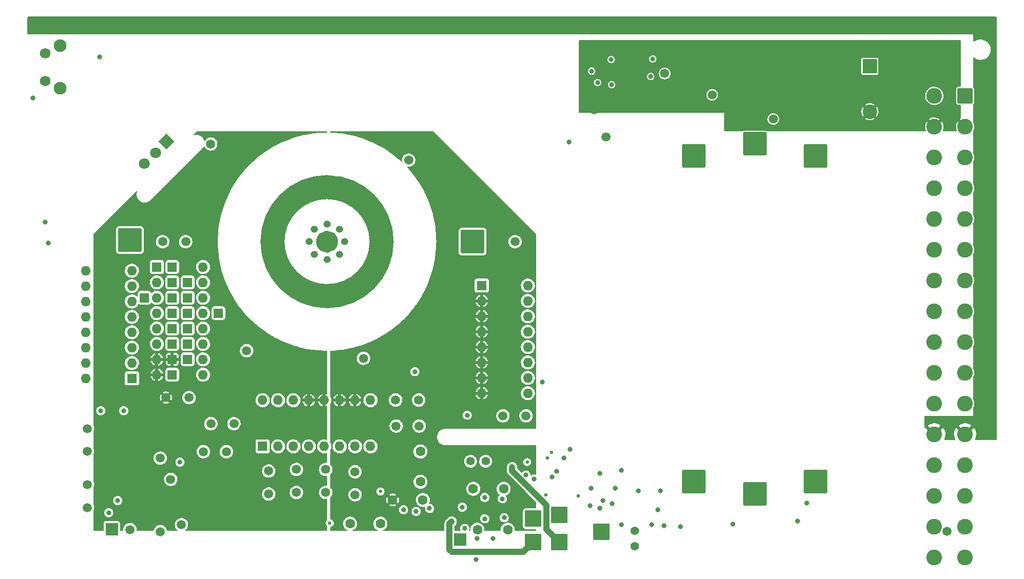
<source format=gbr>
G04 #@! TF.GenerationSoftware,KiCad,Pcbnew,(6.0.5)*
G04 #@! TF.CreationDate,2022-12-27T12:46:55+01:00*
G04 #@! TF.ProjectId,adrmu6layer,6164726d-7536-46c6-9179-65722e6b6963,0.9*
G04 #@! TF.SameCoordinates,Original*
G04 #@! TF.FileFunction,Copper,L5,Inr*
G04 #@! TF.FilePolarity,Positive*
%FSLAX46Y46*%
G04 Gerber Fmt 4.6, Leading zero omitted, Abs format (unit mm)*
G04 Created by KiCad (PCBNEW (6.0.5)) date 2022-12-27 12:46:55*
%MOMM*%
%LPD*%
G01*
G04 APERTURE LIST*
G04 Aperture macros list*
%AMRoundRect*
0 Rectangle with rounded corners*
0 $1 Rounding radius*
0 $2 $3 $4 $5 $6 $7 $8 $9 X,Y pos of 4 corners*
0 Add a 4 corners polygon primitive as box body*
4,1,4,$2,$3,$4,$5,$6,$7,$8,$9,$2,$3,0*
0 Add four circle primitives for the rounded corners*
1,1,$1+$1,$2,$3*
1,1,$1+$1,$4,$5*
1,1,$1+$1,$6,$7*
1,1,$1+$1,$8,$9*
0 Add four rect primitives between the rounded corners*
20,1,$1+$1,$2,$3,$4,$5,0*
20,1,$1+$1,$4,$5,$6,$7,0*
20,1,$1+$1,$6,$7,$8,$9,0*
20,1,$1+$1,$8,$9,$2,$3,0*%
%AMHorizOval*
0 Thick line with rounded ends*
0 $1 width*
0 $2 $3 position (X,Y) of the first rounded end (center of the circle)*
0 $4 $5 position (X,Y) of the second rounded end (center of the circle)*
0 Add line between two ends*
20,1,$1,$2,$3,$4,$5,0*
0 Add two circle primitives to create the rounded ends*
1,1,$1,$2,$3*
1,1,$1,$4,$5*%
%AMRotRect*
0 Rectangle, with rotation*
0 The origin of the aperture is its center*
0 $1 length*
0 $2 width*
0 $3 Rotation angle, in degrees counterclockwise*
0 Add horizontal line*
21,1,$1,$2,0,0,$3*%
G04 Aperture macros list end*
G04 #@! TA.AperFunction,NonConductor*
%ADD10C,4.000000*%
G04 #@! TD*
G04 #@! TA.AperFunction,NonConductor*
%ADD11C,1.900000*%
G04 #@! TD*
G04 #@! TA.AperFunction,ComponentPad*
%ADD12RoundRect,0.250000X-0.550000X-0.550000X0.550000X-0.550000X0.550000X0.550000X-0.550000X0.550000X0*%
G04 #@! TD*
G04 #@! TA.AperFunction,ComponentPad*
%ADD13R,1.600000X1.600000*%
G04 #@! TD*
G04 #@! TA.AperFunction,ComponentPad*
%ADD14O,1.600000X1.600000*%
G04 #@! TD*
G04 #@! TA.AperFunction,ComponentPad*
%ADD15C,1.500000*%
G04 #@! TD*
G04 #@! TA.AperFunction,ComponentPad*
%ADD16C,1.600000*%
G04 #@! TD*
G04 #@! TA.AperFunction,ComponentPad*
%ADD17RoundRect,0.250002X1.699998X1.699998X-1.699998X1.699998X-1.699998X-1.699998X1.699998X-1.699998X0*%
G04 #@! TD*
G04 #@! TA.AperFunction,ComponentPad*
%ADD18RoundRect,0.250002X-1.699998X-1.699998X1.699998X-1.699998X1.699998X1.699998X-1.699998X1.699998X0*%
G04 #@! TD*
G04 #@! TA.AperFunction,ComponentPad*
%ADD19C,1.400000*%
G04 #@! TD*
G04 #@! TA.AperFunction,ComponentPad*
%ADD20RoundRect,0.250000X-1.125000X-1.125000X1.125000X-1.125000X1.125000X1.125000X-1.125000X1.125000X0*%
G04 #@! TD*
G04 #@! TA.AperFunction,ComponentPad*
%ADD21RoundRect,0.250000X-1.050000X1.050000X-1.050000X-1.050000X1.050000X-1.050000X1.050000X1.050000X0*%
G04 #@! TD*
G04 #@! TA.AperFunction,ComponentPad*
%ADD22C,2.600000*%
G04 #@! TD*
G04 #@! TA.AperFunction,ComponentPad*
%ADD23RotRect,1.800000X1.800000X225.000000*%
G04 #@! TD*
G04 #@! TA.AperFunction,ComponentPad*
%ADD24HorizOval,1.800000X0.000000X0.000000X0.000000X0.000000X0*%
G04 #@! TD*
G04 #@! TA.AperFunction,ComponentPad*
%ADD25R,2.400000X2.400000*%
G04 #@! TD*
G04 #@! TA.AperFunction,ComponentPad*
%ADD26C,2.400000*%
G04 #@! TD*
G04 #@! TA.AperFunction,ComponentPad*
%ADD27R,2.000000X2.000000*%
G04 #@! TD*
G04 #@! TA.AperFunction,ComponentPad*
%ADD28O,1.200000X1.200000*%
G04 #@! TD*
G04 #@! TA.AperFunction,ComponentPad*
%ADD29C,2.100000*%
G04 #@! TD*
G04 #@! TA.AperFunction,ComponentPad*
%ADD30C,1.750000*%
G04 #@! TD*
G04 #@! TA.AperFunction,ViaPad*
%ADD31C,1.500000*%
G04 #@! TD*
G04 #@! TA.AperFunction,ViaPad*
%ADD32C,0.800000*%
G04 #@! TD*
G04 #@! TA.AperFunction,ViaPad*
%ADD33C,0.600000*%
G04 #@! TD*
G04 #@! TA.AperFunction,Conductor*
%ADD34C,1.000000*%
G04 #@! TD*
G04 APERTURE END LIST*
D10*
X128499624Y-87249000D02*
G75*
G03*
X128499624Y-87249000I-9000000J0D01*
G01*
D11*
X120399624Y-87254000D02*
G75*
G03*
X120399624Y-87254000I-900000J0D01*
G01*
D12*
G04 #@! TO.N,/Reference Circuit/ADR_Pin6*
G04 #@! TO.C,J217*
X93980000Y-106680000D03*
G04 #@! TD*
D13*
G04 #@! TO.N,/Buffer/RN401_Pin1*
G04 #@! TO.C,RN401*
X145000000Y-94500000D03*
D14*
G04 #@! TO.N,/Buffer/U401_-in*
X145000000Y-97040000D03*
X145000000Y-99580000D03*
X145000000Y-102120000D03*
X145000000Y-104660000D03*
X145000000Y-107200000D03*
X145000000Y-109740000D03*
X145000000Y-112280000D03*
G04 #@! TO.N,/Buffer/RN401_Pin9*
X152620000Y-112280000D03*
G04 #@! TO.N,/Buffer/JP404_pin2*
X152620000Y-109740000D03*
G04 #@! TO.N,/Buffer/ADR_Pin7*
X152620000Y-107200000D03*
G04 #@! TO.N,/Buffer/JP404_pin2*
X152620000Y-104660000D03*
X152620000Y-102120000D03*
G04 #@! TO.N,/Buffer/ADR_Pin7*
X152620000Y-99580000D03*
G04 #@! TO.N,/Buffer/JP404_pin2*
X152620000Y-97040000D03*
X152620000Y-94500000D03*
G04 #@! TD*
D15*
G04 #@! TO.N,/Reference Circuit/ADR_Pin6*
G04 #@! TO.C,R202*
X92950000Y-113000000D03*
G04 #@! TO.N,/Reference Circuit/JP201_Pin1*
X96750000Y-113000000D03*
G04 #@! TD*
D16*
G04 #@! TO.N,/Buffer/ADR_Pin7*
G04 #@! TO.C,C401*
X128300000Y-133800000D03*
G04 #@! TO.N,/Buffer/U401_+in*
X123300000Y-133800000D03*
G04 #@! TD*
D17*
G04 #@! TO.N,/Buffer/GNDf*
G04 #@! TO.C,J305*
X190000000Y-128900000D03*
G04 #@! TD*
D18*
G04 #@! TO.N,/DC-DC converter/U302_cola*
G04 #@! TO.C,J301*
X200000000Y-73100000D03*
G04 #@! TD*
D12*
G04 #@! TO.N,/Reference Circuit/RN201_Pin15*
G04 #@! TO.C,J210*
X96520000Y-93980000D03*
G04 #@! TD*
D19*
G04 #@! TO.N,/Buffer/OutHf*
G04 #@! TO.C,C414*
X170200000Y-137500000D03*
G04 #@! TO.N,/Buffer/GNDf*
X170200000Y-135000000D03*
G04 #@! TD*
D20*
G04 #@! TO.N,/DC-DC converter/+12VinC*
G04 #@! TO.C,J106*
X164700000Y-135200000D03*
G04 #@! TD*
D21*
G04 #@! TO.N,/DC-DC converter/+12VinA*
G04 #@! TO.C,J101*
X224700000Y-63170000D03*
D22*
G04 #@! TO.N,GND*
X224700000Y-68250000D03*
G04 #@! TO.N,unconnected-(J101-Pada6)*
X224700000Y-73330000D03*
G04 #@! TO.N,unconnected-(J101-Pada8)*
X224700000Y-78410000D03*
G04 #@! TO.N,/DC-DC converter/sync*
X224700000Y-83490000D03*
G04 #@! TO.N,GND*
X224700000Y-88570000D03*
G04 #@! TO.N,unconnected-(J101-Pada14)*
X224700000Y-93650000D03*
G04 #@! TO.N,/DC-DC converter/SCL*
X224700000Y-98730000D03*
G04 #@! TO.N,/DC-DC converter/SDA*
X224700000Y-103810000D03*
G04 #@! TO.N,unconnected-(J101-Pada20)*
X224700000Y-108890000D03*
G04 #@! TO.N,unconnected-(J101-Pada22)*
X224700000Y-113970000D03*
G04 #@! TO.N,Earth*
X224700000Y-119050000D03*
G04 #@! TO.N,/Buffer/FF*
X224700000Y-124130000D03*
G04 #@! TO.N,/Buffer/GNDf*
X224700000Y-129210000D03*
G04 #@! TO.N,/Buffer/OutHs*
X224700000Y-134290000D03*
G04 #@! TO.N,/Buffer/OutLs*
X224700000Y-139370000D03*
G04 #@! TO.N,/DC-DC converter/+12VinB*
X219620000Y-63170000D03*
G04 #@! TO.N,GND*
X219620000Y-68250000D03*
G04 #@! TO.N,unconnected-(J101-Padc6)*
X219620000Y-73330000D03*
G04 #@! TO.N,unconnected-(J101-Padc8)*
X219620000Y-78410000D03*
G04 #@! TO.N,/DC-DC converter/sync*
X219620000Y-83490000D03*
G04 #@! TO.N,GND*
X219620000Y-88570000D03*
G04 #@! TO.N,unconnected-(J101-Padc14)*
X219620000Y-93650000D03*
G04 #@! TO.N,/DC-DC converter/SCL*
X219620000Y-98730000D03*
G04 #@! TO.N,/DC-DC converter/SDA*
X219620000Y-103810000D03*
G04 #@! TO.N,unconnected-(J101-Padc20)*
X219620000Y-108890000D03*
G04 #@! TO.N,unconnected-(J101-Padc22)*
X219620000Y-113970000D03*
G04 #@! TO.N,Earth*
X219620000Y-119050000D03*
G04 #@! TO.N,/Buffer/FF*
X219620000Y-124130000D03*
G04 #@! TO.N,/Buffer/GNDf*
X219620000Y-129210000D03*
G04 #@! TO.N,/Buffer/OutHf*
X219620000Y-134290000D03*
G04 #@! TO.N,/Buffer/OutLf*
X219620000Y-139370000D03*
G04 #@! TD*
D15*
G04 #@! TO.N,/Reference Circuit/RN203_Pin3*
G04 #@! TO.C,R213*
X130800000Y-113400000D03*
G04 #@! TO.N,/Buffer/ADR_Pin7*
X134600000Y-113400000D03*
G04 #@! TD*
D12*
G04 #@! TO.N,/Reference Circuit/RN201_Pin11*
G04 #@! TO.C,J208*
X96520000Y-104140000D03*
G04 #@! TD*
D15*
G04 #@! TO.N,/Buffer/RN203_Pin7*
G04 #@! TO.C,R402*
X124114624Y-125240000D03*
G04 #@! TO.N,/Buffer/ADR_Pin7*
X124114624Y-129040000D03*
G04 #@! TD*
G04 #@! TO.N,/Reference Circuit/ADR_Pin5*
G04 #@! TO.C,R217*
X104150000Y-117300000D03*
G04 #@! TO.N,/Reference Circuit/7Vref*
X100350000Y-117300000D03*
G04 #@! TD*
D18*
G04 #@! TO.N,/Buffer/ADR_Pin7*
G04 #@! TO.C,J105*
X143499624Y-87249000D03*
G04 #@! TD*
D12*
G04 #@! TO.N,/Reference Circuit/RN201_Pin6*
G04 #@! TO.C,J212*
X93980000Y-104140000D03*
G04 #@! TD*
G04 #@! TO.N,/Reference Circuit/RN201_Pin12*
G04 #@! TO.C,J207*
X96520000Y-101600000D03*
G04 #@! TD*
D15*
G04 #@! TO.N,/Reference Circuit/RN203_Pin5*
G04 #@! TO.C,R208*
X114462624Y-124859000D03*
G04 #@! TO.N,/Reference Circuit/7Vref*
X114462624Y-128659000D03*
G04 #@! TD*
G04 #@! TO.N,/Reference Circuit/RN203_Pin1*
G04 #@! TO.C,R214*
X109890624Y-125113000D03*
G04 #@! TO.N,/Reference Circuit/7Vref*
X109890624Y-128913000D03*
G04 #@! TD*
D12*
G04 #@! TO.N,/Reference Circuit/RN201_Pin2*
G04 #@! TO.C,J204*
X93980000Y-93980000D03*
G04 #@! TD*
G04 #@! TO.N,/Reference Circuit/RN201_Pin13*
G04 #@! TO.C,J206*
X96520000Y-99060000D03*
G04 #@! TD*
D16*
G04 #@! TO.N,/Buffer/JP404_pin2*
G04 #@! TO.C,C404*
X134900000Y-121900000D03*
G04 #@! TO.N,/Buffer/GNDf*
X134900000Y-126900000D03*
G04 #@! TD*
D23*
G04 #@! TO.N,/Reference Circuit/heater+*
G04 #@! TO.C,Q201*
X93000000Y-70754376D03*
D24*
G04 #@! TO.N,/Buffer/12Vf*
X91203949Y-72550427D03*
G04 #@! TO.N,/Reference Circuit/Q201_base*
X89407898Y-74346478D03*
G04 #@! TD*
D12*
G04 #@! TO.N,/Reference Circuit/RN201_Pin3*
G04 #@! TO.C,J205*
X93980000Y-96520000D03*
G04 #@! TD*
D13*
G04 #@! TO.N,/Reference Circuit/7Vref*
G04 #@! TO.C,RN201*
X91440000Y-91440000D03*
D14*
G04 #@! TO.N,/Reference Circuit/RN201_Pin2*
X91440000Y-93980000D03*
G04 #@! TO.N,/Reference Circuit/RN201_Pin3*
X91440000Y-96520000D03*
G04 #@! TO.N,/Reference Circuit/RN201_Pin4*
X91440000Y-99060000D03*
G04 #@! TO.N,/Reference Circuit/RN201_Pin5*
X91440000Y-101600000D03*
G04 #@! TO.N,/Reference Circuit/RN201_Pin6*
X91440000Y-104140000D03*
G04 #@! TO.N,/Reference Circuit/ADR_Pin6*
X91440000Y-106680000D03*
X91440000Y-109220000D03*
G04 #@! TO.N,/Buffer/ADR_Pin7*
X99060000Y-109220000D03*
G04 #@! TO.N,/Reference Circuit/RN201_Pin10*
X99060000Y-106680000D03*
G04 #@! TO.N,/Reference Circuit/RN201_Pin11*
X99060000Y-104140000D03*
G04 #@! TO.N,/Reference Circuit/RN201_Pin12*
X99060000Y-101600000D03*
G04 #@! TO.N,/Reference Circuit/RN201_Pin13*
X99060000Y-99060000D03*
G04 #@! TO.N,/Reference Circuit/RN201_Pin14*
X99060000Y-96520000D03*
G04 #@! TO.N,/Reference Circuit/RN201_Pin15*
X99060000Y-93980000D03*
X99060000Y-91440000D03*
G04 #@! TD*
D12*
G04 #@! TO.N,/Buffer/ADR_Pin7*
G04 #@! TO.C,J216*
X101600000Y-99060000D03*
G04 #@! TD*
G04 #@! TO.N,/Reference Circuit/7Vref*
G04 #@! TO.C,J214*
X93980000Y-91440000D03*
G04 #@! TD*
D25*
G04 #@! TO.N,+12V*
G04 #@! TO.C,C303*
X209000000Y-58287246D03*
D26*
G04 #@! TO.N,GND*
X209000000Y-65787246D03*
G04 #@! TD*
D15*
G04 #@! TO.N,/Buffer/RN203_Pin6*
G04 #@! TO.C,R405*
X119288624Y-124859000D03*
G04 #@! TO.N,/Buffer/JP404_pin2*
X119288624Y-128659000D03*
G04 #@! TD*
D19*
G04 #@! TO.N,/Buffer/OutLf*
G04 #@! TO.C,C412*
X145650000Y-123500000D03*
G04 #@! TO.N,/Buffer/GNDf*
X143150000Y-123500000D03*
G04 #@! TD*
D12*
G04 #@! TO.N,/Reference Circuit/RN201_Pin4*
G04 #@! TO.C,J202*
X93980000Y-99060000D03*
G04 #@! TD*
D15*
G04 #@! TO.N,/Reference Circuit/U202A_out*
G04 #@! TO.C,R223*
X80000000Y-127350000D03*
G04 #@! TO.N,/Reference Circuit/ADR_Pin5*
X80000000Y-131150000D03*
G04 #@! TD*
D18*
G04 #@! TO.N,/Reference Circuit/7Vref*
G04 #@! TO.C,J104*
X87000000Y-87000000D03*
G04 #@! TD*
D15*
G04 #@! TO.N,/Buffer/JP406_Pin2*
G04 #@! TO.C,R407*
X148500000Y-116000000D03*
G04 #@! TO.N,/Buffer/RN401_Pin9*
X152300000Y-116000000D03*
G04 #@! TD*
D20*
G04 #@! TO.N,/Buffer/OutHf*
G04 #@! TO.C,J102*
X153500000Y-132987500D03*
G04 #@! TD*
D16*
G04 #@! TO.N,/Buffer/U401_out*
G04 #@! TO.C,C408*
X135300000Y-129900000D03*
G04 #@! TO.N,/Buffer/U401_-in*
X130300000Y-129900000D03*
G04 #@! TD*
D12*
G04 #@! TO.N,/Reference Circuit/RN201_Pin5*
G04 #@! TO.C,J211*
X93980000Y-101600000D03*
G04 #@! TD*
G04 #@! TO.N,/Reference Circuit/JP201_Pin1*
G04 #@! TO.C,J203*
X93980000Y-109220000D03*
G04 #@! TD*
G04 #@! TO.N,/Buffer/ADR_Pin7*
G04 #@! TO.C,J215*
X89408000Y-96520000D03*
G04 #@! TD*
D20*
G04 #@! TO.N,/Buffer/OutHs*
G04 #@! TO.C,J103*
X157756000Y-132375500D03*
G04 #@! TD*
D27*
G04 #@! TO.N,/Buffer/JP404_pin2*
G04 #@! TO.C,TP401*
X141400000Y-136400000D03*
G04 #@! TD*
D28*
G04 #@! TO.N,/Reference Circuit/heater+*
G04 #@! TO.C,U201*
X119499624Y-84334000D03*
G04 #@! TO.N,/Reference Circuit/heater-*
X117434872Y-85189248D03*
G04 #@! TO.N,/Reference Circuit/ADR_Pin3*
X116579624Y-87254000D03*
G04 #@! TO.N,/Reference Circuit/ADR_Pin4*
X117434872Y-89318752D03*
G04 #@! TO.N,/Reference Circuit/ADR_Pin5*
X119499624Y-90174000D03*
G04 #@! TO.N,/Reference Circuit/ADR_Pin6*
X121564376Y-89318752D03*
G04 #@! TO.N,/Buffer/ADR_Pin7*
X122419624Y-87254000D03*
G04 #@! TO.N,/Reference Circuit/ADR_Pin8*
X121564376Y-85189248D03*
G04 #@! TD*
D18*
G04 #@! TO.N,+12V*
G04 #@! TO.C,J302*
X190000000Y-71100000D03*
G04 #@! TD*
D27*
G04 #@! TO.N,/Reference Circuit/Q201_base*
G04 #@! TO.C,TP201*
X84000000Y-134750000D03*
G04 #@! TD*
D15*
G04 #@! TO.N,/Reference Circuit/J213_Pin1*
G04 #@! TO.C,R220*
X96200000Y-87249000D03*
G04 #@! TO.N,/Reference Circuit/7Vref*
X92400000Y-87249000D03*
G04 #@! TD*
D13*
G04 #@! TO.N,/Reference Circuit/7Vref*
G04 #@! TO.C,RN204*
X87332263Y-109834376D03*
D14*
X87332263Y-107294376D03*
X87332263Y-104754376D03*
G04 #@! TO.N,/Reference Circuit/ADR_Pin4*
X87332263Y-102214376D03*
G04 #@! TO.N,/Reference Circuit/RN204_Pin5*
X87332263Y-99674376D03*
G04 #@! TO.N,/Reference Circuit/ADR_Pin3*
X87332263Y-97134376D03*
G04 #@! TO.N,/Reference Circuit/7Vref*
X87332263Y-94594376D03*
X87332263Y-92054376D03*
G04 #@! TO.N,/Reference Circuit/ADR_Pin3*
X79712263Y-92054376D03*
X79712263Y-94594376D03*
G04 #@! TO.N,/Reference Circuit/RN204_Pin11*
X79712263Y-97134376D03*
G04 #@! TO.N,/Reference Circuit/ADR_Pin3*
X79712263Y-99674376D03*
G04 #@! TO.N,/Buffer/ADR_Pin7*
X79712263Y-102214376D03*
G04 #@! TO.N,/Reference Circuit/ADR_Pin3*
X79712263Y-104754376D03*
X79712263Y-107294376D03*
G04 #@! TO.N,/Reference Circuit/RN204_Pin16*
X79712263Y-109834376D03*
G04 #@! TD*
D15*
G04 #@! TO.N,/Reference Circuit/U202A_out*
G04 #@! TO.C,R225*
X80000000Y-121900000D03*
G04 #@! TO.N,/Reference Circuit/U202A_-in*
X80000000Y-118100000D03*
G04 #@! TD*
D13*
G04 #@! TO.N,/Reference Circuit/RN203_Pin1*
G04 #@! TO.C,RN203*
X108874624Y-121049000D03*
D14*
G04 #@! TO.N,/Reference Circuit/RN203_Pin2*
X111414624Y-121049000D03*
G04 #@! TO.N,/Reference Circuit/RN203_Pin3*
X113954624Y-121049000D03*
G04 #@! TO.N,/Reference Circuit/RN203_Pin4*
X116494624Y-121049000D03*
G04 #@! TO.N,/Reference Circuit/RN203_Pin5*
X119034624Y-121049000D03*
G04 #@! TO.N,/Buffer/RN203_Pin6*
X121574624Y-121049000D03*
G04 #@! TO.N,/Buffer/RN203_Pin7*
X124114624Y-121049000D03*
G04 #@! TO.N,/Reference Circuit/ADR_Pin3*
X126654624Y-121049000D03*
G04 #@! TO.N,/Reference Circuit/J213_Pin1*
X126654624Y-113429000D03*
G04 #@! TO.N,/Buffer/U401_-in*
X121574624Y-113429000D03*
X124114624Y-113429000D03*
G04 #@! TO.N,/Reference Circuit/ADR_Pin6*
X119034624Y-113429000D03*
X116494624Y-113429000D03*
G04 #@! TO.N,/Reference Circuit/ADR_Pin4*
X113954624Y-113429000D03*
G04 #@! TO.N,/Reference Circuit/ADR_Pin8*
X111414624Y-113429000D03*
G04 #@! TO.N,/Reference Circuit/ADR_Pin5*
X108874624Y-113429000D03*
G04 #@! TD*
D17*
G04 #@! TO.N,/DC-DC converter/xformer_A*
G04 #@! TO.C,J304*
X180000000Y-126900000D03*
G04 #@! TD*
D15*
G04 #@! TO.N,/Reference Circuit/RN203_Pin2*
G04 #@! TO.C,R211*
X102900000Y-121918000D03*
G04 #@! TO.N,/Reference Circuit/7Vref*
X99100000Y-121918000D03*
G04 #@! TD*
D12*
G04 #@! TO.N,/Reference Circuit/RN201_Pin14*
G04 #@! TO.C,J201*
X96520000Y-96520000D03*
G04 #@! TD*
D15*
G04 #@! TO.N,/Reference Circuit/RN203_Pin4*
G04 #@! TO.C,R207*
X130900000Y-117700000D03*
G04 #@! TO.N,/Buffer/ADR_Pin7*
X134700000Y-117700000D03*
G04 #@! TD*
D20*
G04 #@! TO.N,/Buffer/OutLs*
G04 #@! TO.C,J107*
X153500000Y-136820500D03*
G04 #@! TD*
D17*
G04 #@! TO.N,/DC-DC converter/xformer_B*
G04 #@! TO.C,J308*
X200000000Y-126900000D03*
G04 #@! TD*
D16*
G04 #@! TO.N,/Buffer/U404_out*
G04 #@! TO.C,C413*
X144300000Y-134800000D03*
G04 #@! TO.N,/Buffer/U404_-in*
X149300000Y-134800000D03*
G04 #@! TD*
D29*
G04 #@! TO.N,*
G04 #@! TO.C,SW301*
X75512500Y-61945000D03*
X75512500Y-54935000D03*
D30*
G04 #@! TO.N,/DC-DC converter/SW301*
X73022500Y-60695000D03*
G04 #@! TO.N,+12V*
X73022500Y-56195000D03*
G04 #@! TD*
D16*
G04 #@! TO.N,/Buffer/U403_out*
G04 #@! TO.C,C409*
X148600000Y-128050000D03*
G04 #@! TO.N,/Buffer/U403_-in*
X143600000Y-128050000D03*
G04 #@! TD*
D20*
G04 #@! TO.N,/Buffer/OutLf*
G04 #@! TO.C,J108*
X157756000Y-136820500D03*
G04 #@! TD*
D18*
G04 #@! TO.N,/DC-DC converter/U302_colb*
G04 #@! TO.C,J303*
X180000000Y-73100000D03*
G04 #@! TD*
D12*
G04 #@! TO.N,/Reference Circuit/RN201_Pin10*
G04 #@! TO.C,J209*
X96520000Y-106680000D03*
G04 #@! TD*
D31*
G04 #@! TO.N,+12V*
X193054000Y-67000000D03*
X183000000Y-63000000D03*
G04 #@! TO.N,GND*
X163500000Y-65500000D03*
X198000000Y-64000000D03*
D32*
X159399020Y-70795492D03*
D31*
X190100000Y-58000000D03*
X165500000Y-70000000D03*
D32*
X171474200Y-59835200D03*
X169493000Y-56885100D03*
D31*
X179000000Y-64000000D03*
X178000000Y-54850500D03*
X186958000Y-67000000D03*
D32*
X71000000Y-63500000D03*
G04 #@! TO.N,+3V3*
X164095965Y-60995401D03*
X163137704Y-59096575D03*
D31*
X175163700Y-59500000D03*
D32*
X172864700Y-60000000D03*
X166442563Y-61352349D03*
D31*
G04 #@! TO.N,/Reference Circuit/heater+*
X92000000Y-135128000D03*
G04 #@! TO.N,/Reference Circuit/ADR_Pin8*
X125500000Y-106500000D03*
X132948624Y-73805000D03*
D32*
G04 #@! TO.N,/Reference Circuit/7Vref*
X82200000Y-115150000D03*
D33*
X119950000Y-133712500D03*
D32*
X85979000Y-115150000D03*
G04 #@! TO.N,/DC-DC converter/SDA*
X173201400Y-57092000D03*
G04 #@! TO.N,/DC-DC converter/SCL*
X166343400Y-57193600D03*
G04 #@! TO.N,/Reference Circuit/ADR_Pin6*
X98100000Y-128000000D03*
G04 #@! TO.N,Earth*
X168250000Y-51750000D03*
X189750000Y-51750000D03*
X179000000Y-51750000D03*
X136000000Y-51750000D03*
X82250000Y-51750000D03*
X222000000Y-51750000D03*
X157500000Y-51750000D03*
X93000000Y-51750000D03*
X146750000Y-51750000D03*
X103750000Y-51750000D03*
X114500000Y-51750000D03*
X71500000Y-51750000D03*
X211250000Y-51750000D03*
X200500000Y-51750000D03*
X125250000Y-51750000D03*
D31*
G04 #@! TO.N,/Reference Circuit/ADR_Pin4*
X106250000Y-105250000D03*
D32*
G04 #@! TO.N,/Buffer/ADR_Pin7*
X83500000Y-132000000D03*
D33*
X160900000Y-129200000D03*
D32*
X133959600Y-108712000D03*
X142600000Y-115899500D03*
X141800000Y-131100000D03*
D31*
X95504000Y-133985000D03*
G04 #@! TO.N,/Reference Circuit/Q201_base*
X86995000Y-134800011D03*
D32*
G04 #@! TO.N,/DC-DC converter/D306_A*
X73500000Y-87500000D03*
X155000000Y-110400000D03*
G04 #@! TO.N,/Buffer/OutHf*
X156608000Y-126116020D03*
G04 #@! TO.N,/Buffer/OutHs*
X157400000Y-125200000D03*
G04 #@! TO.N,/Buffer/FF*
X159589170Y-121489170D03*
X158576273Y-122923727D03*
G04 #@! TO.N,/Buffer/OutLf*
X150000000Y-124500000D03*
G04 #@! TO.N,/Buffer/12Vf*
X134200000Y-131800000D03*
X164500000Y-131300000D03*
D31*
X93726000Y-126492000D03*
D32*
X95250000Y-123650000D03*
X162900000Y-130800000D03*
X166500000Y-130500000D03*
X144050000Y-139750000D03*
D33*
X155850500Y-123000000D03*
D32*
X174000000Y-131500000D03*
X163000000Y-128000000D03*
X148400000Y-129700000D03*
G04 #@! TO.N,/Buffer/GNDf*
X167000000Y-128000000D03*
D33*
X156500000Y-122000000D03*
D32*
X198600000Y-130400000D03*
X177749200Y-134315200D03*
X175058100Y-134112000D03*
X168000000Y-125000000D03*
X142200000Y-134600000D03*
D31*
X150500000Y-87254000D03*
D32*
X174500000Y-128400000D03*
D33*
X128300000Y-128500000D03*
D32*
X148700000Y-132825000D03*
X186385200Y-133908800D03*
X146900000Y-136300000D03*
X73000000Y-84000000D03*
X85000000Y-130000000D03*
X168000000Y-134000000D03*
X144200000Y-136300000D03*
D31*
X221737481Y-135049299D03*
D32*
X136400000Y-131300000D03*
X173000000Y-134000000D03*
D31*
X91995937Y-122995609D03*
D32*
X170800000Y-128400000D03*
D33*
X155600000Y-129100000D03*
D31*
X100330000Y-71120000D03*
D32*
X164500000Y-125500000D03*
X165000000Y-130000000D03*
X132100000Y-131500000D03*
G04 #@! TO.N,/Buffer/OutLs*
X140027454Y-133472526D03*
D33*
G04 #@! TO.N,/Buffer/-5Vf*
X152503949Y-123644229D03*
D32*
X145500000Y-129500000D03*
X145500000Y-133000000D03*
X197100000Y-133400000D03*
G04 #@! TO.N,/DC-DC converter/SW301*
X81981651Y-56729500D03*
G04 #@! TO.N,/Buffer/U402_DFB*
X152300000Y-125800000D03*
G04 #@! TO.N,/Buffer/U402_D*
X153608000Y-126416020D03*
G04 #@! TD*
D34*
G04 #@! TO.N,/Buffer/OutLf*
X155681480Y-130736424D02*
X150000000Y-125054944D01*
X150000000Y-125054944D02*
X150000000Y-124500000D01*
X155681480Y-134745980D02*
X155681480Y-130736424D01*
X157756000Y-136820500D02*
X155681480Y-134745980D01*
G04 #@! TO.N,/Buffer/OutLs*
X153500000Y-136820500D02*
X151820500Y-138500000D01*
X139700489Y-138099511D02*
X139700489Y-133799491D01*
X140100978Y-138500000D02*
X139700489Y-138099511D01*
X139700489Y-133799491D02*
X140027454Y-133472526D01*
X151820500Y-138500000D02*
X140100978Y-138500000D01*
G04 #@! TD*
G04 #@! TA.AperFunction,Conductor*
G04 #@! TO.N,GND*
G36*
X223942121Y-54020002D02*
G01*
X223988614Y-54073658D01*
X224000000Y-54126000D01*
X224000000Y-61543500D01*
X223979998Y-61611621D01*
X223926342Y-61658114D01*
X223874000Y-61669500D01*
X223596166Y-61669500D01*
X223578248Y-61671194D01*
X223572278Y-61671758D01*
X223572277Y-61671758D01*
X223564631Y-61672481D01*
X223436816Y-61717366D01*
X223429246Y-61722958D01*
X223429243Y-61722959D01*
X223349305Y-61782003D01*
X223327850Y-61797850D01*
X223322258Y-61805421D01*
X223252959Y-61899243D01*
X223252958Y-61899246D01*
X223247366Y-61906816D01*
X223202481Y-62034631D01*
X223201758Y-62042277D01*
X223201758Y-62042278D01*
X223201508Y-62044924D01*
X223199500Y-62066166D01*
X223199500Y-64273834D01*
X223202481Y-64305369D01*
X223247366Y-64433184D01*
X223252958Y-64440754D01*
X223252959Y-64440757D01*
X223289779Y-64490606D01*
X223327850Y-64542150D01*
X223335421Y-64547742D01*
X223429243Y-64617041D01*
X223429246Y-64617042D01*
X223436816Y-64622634D01*
X223564631Y-64667519D01*
X223572277Y-64668242D01*
X223572278Y-64668242D01*
X223578248Y-64668806D01*
X223596166Y-64670500D01*
X223874000Y-64670500D01*
X223942121Y-64690502D01*
X223988614Y-64744158D01*
X224000000Y-64796500D01*
X224000000Y-66846776D01*
X223979998Y-66914897D01*
X223932180Y-66958539D01*
X223902535Y-66973971D01*
X223893810Y-66979465D01*
X223848249Y-67013674D01*
X223839796Y-67024999D01*
X223846541Y-67037330D01*
X224000000Y-67190789D01*
X224000000Y-67909211D01*
X223487658Y-67396869D01*
X223476122Y-67390570D01*
X223463838Y-67400194D01*
X223394205Y-67502272D01*
X223389112Y-67511236D01*
X223289611Y-67725593D01*
X223286054Y-67735261D01*
X223222901Y-67962982D01*
X223220970Y-67973102D01*
X223195857Y-68208093D01*
X223195605Y-68218382D01*
X223209209Y-68454306D01*
X223210645Y-68464527D01*
X223262598Y-68695057D01*
X223265677Y-68704885D01*
X223315099Y-68826596D01*
X223322195Y-68897237D01*
X223289973Y-68960500D01*
X223228663Y-68996301D01*
X223198356Y-69000000D01*
X221125436Y-69000000D01*
X221057315Y-68979998D01*
X221010822Y-68926342D01*
X221000718Y-68856068D01*
X221012480Y-68818171D01*
X221017151Y-68808719D01*
X221020950Y-68799125D01*
X221089645Y-68573026D01*
X221091824Y-68562945D01*
X221122907Y-68326848D01*
X221123426Y-68320174D01*
X221125059Y-68253365D01*
X221124865Y-68246647D01*
X221105354Y-68009322D01*
X221103671Y-67999160D01*
X221046100Y-67769956D01*
X221042782Y-67760209D01*
X220948547Y-67543483D01*
X220943677Y-67534401D01*
X220855761Y-67398503D01*
X220845074Y-67389299D01*
X220835509Y-67393702D01*
X219709095Y-68520115D01*
X219646783Y-68554141D01*
X219575967Y-68549076D01*
X219530905Y-68520115D01*
X218407658Y-67396869D01*
X218396122Y-67390570D01*
X218383838Y-67400194D01*
X218314205Y-67502272D01*
X218309112Y-67511236D01*
X218209611Y-67725593D01*
X218206054Y-67735261D01*
X218142901Y-67962982D01*
X218140970Y-67973102D01*
X218115857Y-68208093D01*
X218115605Y-68218382D01*
X218129209Y-68454306D01*
X218130645Y-68464527D01*
X218182598Y-68695057D01*
X218185677Y-68704885D01*
X218235099Y-68826596D01*
X218242195Y-68897237D01*
X218209973Y-68960500D01*
X218148663Y-68996301D01*
X218118356Y-69000000D01*
X191942165Y-69000000D01*
X191900417Y-68992883D01*
X191792614Y-68955026D01*
X191792615Y-68955026D01*
X191785367Y-68952481D01*
X191777721Y-68951758D01*
X191777720Y-68951758D01*
X191771750Y-68951194D01*
X191753832Y-68949500D01*
X188246168Y-68949500D01*
X188228250Y-68951194D01*
X188222280Y-68951758D01*
X188222279Y-68951758D01*
X188214633Y-68952481D01*
X188207385Y-68955026D01*
X188207386Y-68955026D01*
X188099583Y-68992883D01*
X188057835Y-69000000D01*
X185126000Y-69000000D01*
X185057879Y-68979998D01*
X185011386Y-68926342D01*
X185000000Y-68874000D01*
X185000000Y-66986665D01*
X192098994Y-66986665D01*
X192099510Y-66992809D01*
X192111402Y-67134420D01*
X192114592Y-67172414D01*
X192165971Y-67351595D01*
X192251176Y-67517385D01*
X192366959Y-67663468D01*
X192508912Y-67784279D01*
X192671627Y-67875217D01*
X192848907Y-67932819D01*
X193033998Y-67954890D01*
X193040133Y-67954418D01*
X193040135Y-67954418D01*
X193213710Y-67941062D01*
X193213715Y-67941061D01*
X193219851Y-67940589D01*
X193225781Y-67938933D01*
X193225783Y-67938933D01*
X193393459Y-67892117D01*
X193393458Y-67892117D01*
X193399387Y-67890462D01*
X193565768Y-67806417D01*
X193590255Y-67787286D01*
X193707794Y-67695454D01*
X193707795Y-67695453D01*
X193712655Y-67691656D01*
X193834454Y-67550550D01*
X193856788Y-67511236D01*
X193919868Y-67400194D01*
X193926526Y-67388474D01*
X193985364Y-67211601D01*
X193994751Y-67137296D01*
X194008285Y-67030170D01*
X194008286Y-67030163D01*
X194008727Y-67026668D01*
X194009099Y-67000000D01*
X194003491Y-66942804D01*
X208209272Y-66942804D01*
X208214553Y-66949858D01*
X208388549Y-67051534D01*
X208397832Y-67055981D01*
X208603243Y-67134420D01*
X208613141Y-67137296D01*
X208828605Y-67181132D01*
X208838833Y-67182351D01*
X209058562Y-67190409D01*
X209068848Y-67189942D01*
X209286946Y-67162003D01*
X209297024Y-67159861D01*
X209507625Y-67096677D01*
X209517223Y-67092916D01*
X209655858Y-67024999D01*
X218759796Y-67024999D01*
X218766540Y-67037329D01*
X219607189Y-67877979D01*
X219621132Y-67885592D01*
X219622966Y-67885461D01*
X219629580Y-67881210D01*
X220474498Y-67036291D01*
X220481515Y-67023440D01*
X220473741Y-67012770D01*
X220456987Y-66999538D01*
X220448409Y-66993839D01*
X220241518Y-66879630D01*
X220232119Y-66875405D01*
X220009357Y-66796520D01*
X219999386Y-66793886D01*
X219766736Y-66752446D01*
X219756482Y-66751476D01*
X219520177Y-66748588D01*
X219509893Y-66749308D01*
X219276300Y-66785053D01*
X219266272Y-66787442D01*
X219041652Y-66860859D01*
X219032143Y-66864856D01*
X218822535Y-66973971D01*
X218813810Y-66979465D01*
X218768249Y-67013674D01*
X218759796Y-67024999D01*
X209655858Y-67024999D01*
X209714679Y-66996183D01*
X209723524Y-66990910D01*
X209779360Y-66951082D01*
X209787760Y-66940383D01*
X209780773Y-66927229D01*
X209012812Y-66159268D01*
X208998868Y-66151654D01*
X208997035Y-66151785D01*
X208990420Y-66156036D01*
X208216032Y-66930424D01*
X208209272Y-66942804D01*
X194003491Y-66942804D01*
X193990909Y-66814487D01*
X193989128Y-66808588D01*
X193989127Y-66808583D01*
X193938814Y-66641939D01*
X193937033Y-66636040D01*
X193849522Y-66471456D01*
X193845632Y-66466686D01*
X193845629Y-66466682D01*
X193735605Y-66331780D01*
X193735602Y-66331777D01*
X193731710Y-66327005D01*
X193726056Y-66322327D01*
X193592834Y-66212116D01*
X193588085Y-66208187D01*
X193424116Y-66119529D01*
X193335083Y-66091969D01*
X193251936Y-66066231D01*
X193251933Y-66066230D01*
X193246049Y-66064409D01*
X193239924Y-66063765D01*
X193239923Y-66063765D01*
X193066796Y-66045568D01*
X193066795Y-66045568D01*
X193060668Y-66044924D01*
X192982549Y-66052033D01*
X192881171Y-66061259D01*
X192881168Y-66061260D01*
X192875032Y-66061818D01*
X192869122Y-66063557D01*
X192869119Y-66063558D01*
X192702129Y-66112707D01*
X192696214Y-66114448D01*
X192531023Y-66200807D01*
X192526223Y-66204667D01*
X192526222Y-66204667D01*
X192490817Y-66233134D01*
X192385752Y-66317608D01*
X192265935Y-66460401D01*
X192262971Y-66465793D01*
X192262968Y-66465797D01*
X192204096Y-66572886D01*
X192176135Y-66623746D01*
X192174274Y-66629613D01*
X192174273Y-66629615D01*
X192135309Y-66752446D01*
X192119772Y-66801424D01*
X192098994Y-66986665D01*
X185000000Y-66986665D01*
X185000000Y-66000000D01*
X161126000Y-66000000D01*
X161057879Y-65979998D01*
X161011386Y-65926342D01*
X161000000Y-65874000D01*
X161000000Y-65758080D01*
X207595918Y-65758080D01*
X207608575Y-65977587D01*
X207610011Y-65987808D01*
X207658349Y-66202296D01*
X207661428Y-66212124D01*
X207744153Y-66415851D01*
X207748796Y-66425042D01*
X207835916Y-66567210D01*
X207846372Y-66576670D01*
X207855150Y-66572886D01*
X208627978Y-65800058D01*
X208634356Y-65788378D01*
X209364408Y-65788378D01*
X209364539Y-65790211D01*
X209368790Y-65796826D01*
X210140570Y-66568606D01*
X210152580Y-66575164D01*
X210164321Y-66566194D01*
X210201128Y-66514972D01*
X210206439Y-66506132D01*
X210303854Y-66309028D01*
X210307653Y-66299433D01*
X210371568Y-66089067D01*
X210373747Y-66078986D01*
X210402684Y-65859191D01*
X210403203Y-65852518D01*
X210404716Y-65790611D01*
X210404522Y-65783892D01*
X210386359Y-65562967D01*
X210384674Y-65552787D01*
X210331111Y-65339546D01*
X210327786Y-65329780D01*
X210240118Y-65128157D01*
X210235240Y-65119060D01*
X210163438Y-65008070D01*
X210152752Y-64998867D01*
X210143185Y-65003271D01*
X209372022Y-65774434D01*
X209364408Y-65788378D01*
X208634356Y-65788378D01*
X208635592Y-65786114D01*
X208635461Y-65784281D01*
X208631210Y-65777666D01*
X207859624Y-65006080D01*
X207848088Y-64999780D01*
X207835805Y-65009403D01*
X207781447Y-65089088D01*
X207776359Y-65098044D01*
X207683786Y-65297477D01*
X207680223Y-65307164D01*
X207621467Y-65519029D01*
X207619536Y-65529150D01*
X207596169Y-65747792D01*
X207595918Y-65758080D01*
X161000000Y-65758080D01*
X161000000Y-64633673D01*
X208211223Y-64633673D01*
X208217969Y-64646005D01*
X208987188Y-65415224D01*
X209001132Y-65422838D01*
X209002965Y-65422707D01*
X209009580Y-65418456D01*
X209783294Y-64644742D01*
X209790314Y-64631886D01*
X209782540Y-64621217D01*
X209781459Y-64620363D01*
X209772876Y-64614661D01*
X209580393Y-64508404D01*
X209570981Y-64504174D01*
X209363725Y-64430780D01*
X209353755Y-64428146D01*
X209137293Y-64389590D01*
X209127039Y-64388620D01*
X208907176Y-64385933D01*
X208896891Y-64386653D01*
X208679553Y-64419910D01*
X208669526Y-64422299D01*
X208460538Y-64490606D01*
X208451029Y-64494603D01*
X208256006Y-64596126D01*
X208247276Y-64601625D01*
X208219677Y-64622347D01*
X208211223Y-64633673D01*
X161000000Y-64633673D01*
X161000000Y-62986665D01*
X182044994Y-62986665D01*
X182060592Y-63172414D01*
X182111971Y-63351595D01*
X182114790Y-63357080D01*
X182184712Y-63493132D01*
X182197176Y-63517385D01*
X182312959Y-63663468D01*
X182454912Y-63784279D01*
X182617627Y-63875217D01*
X182794907Y-63932819D01*
X182979998Y-63954890D01*
X182986133Y-63954418D01*
X182986135Y-63954418D01*
X183159710Y-63941062D01*
X183159715Y-63941061D01*
X183165851Y-63940589D01*
X183171781Y-63938933D01*
X183171783Y-63938933D01*
X183339459Y-63892117D01*
X183339458Y-63892117D01*
X183345387Y-63890462D01*
X183511768Y-63806417D01*
X183536255Y-63787286D01*
X183653794Y-63695454D01*
X183653795Y-63695453D01*
X183658655Y-63691656D01*
X183780454Y-63550550D01*
X183872526Y-63388474D01*
X183931364Y-63211601D01*
X183938106Y-63158231D01*
X183941267Y-63133214D01*
X218114806Y-63133214D01*
X218129010Y-63379545D01*
X218130147Y-63384591D01*
X218130148Y-63384597D01*
X218152336Y-63483051D01*
X218183255Y-63620249D01*
X218276084Y-63848861D01*
X218278789Y-63853276D01*
X218278790Y-63853277D01*
X218325289Y-63929155D01*
X218405006Y-64059241D01*
X218566557Y-64245741D01*
X218756399Y-64403351D01*
X218969433Y-64527838D01*
X218974253Y-64529678D01*
X218974258Y-64529681D01*
X219088547Y-64573323D01*
X219199939Y-64615859D01*
X219205007Y-64616890D01*
X219205010Y-64616891D01*
X219287496Y-64633673D01*
X219441726Y-64665052D01*
X219446899Y-64665242D01*
X219446902Y-64665242D01*
X219683136Y-64673904D01*
X219683140Y-64673904D01*
X219688300Y-64674093D01*
X219693420Y-64673437D01*
X219693422Y-64673437D01*
X219769703Y-64663665D01*
X219933041Y-64642741D01*
X219937990Y-64641256D01*
X219937996Y-64641255D01*
X220164424Y-64573323D01*
X220164423Y-64573323D01*
X220169374Y-64571838D01*
X220298859Y-64508404D01*
X220386303Y-64465566D01*
X220386308Y-64465563D01*
X220390954Y-64463287D01*
X220395164Y-64460284D01*
X220395169Y-64460281D01*
X220587617Y-64323009D01*
X220587622Y-64323005D01*
X220591829Y-64320004D01*
X220766605Y-64145837D01*
X220910588Y-63945463D01*
X220913816Y-63938933D01*
X221017617Y-63728905D01*
X221019911Y-63724264D01*
X221071273Y-63555212D01*
X221090135Y-63493132D01*
X221090136Y-63493126D01*
X221091639Y-63488180D01*
X221123845Y-63243550D01*
X221125643Y-63170000D01*
X221113569Y-63023145D01*
X221105849Y-62929240D01*
X221105848Y-62929234D01*
X221105425Y-62924089D01*
X221045316Y-62684783D01*
X220946928Y-62458507D01*
X220812905Y-62251339D01*
X220786635Y-62222468D01*
X220760243Y-62193464D01*
X220646846Y-62068842D01*
X220642795Y-62065643D01*
X220642791Y-62065639D01*
X220457264Y-61919119D01*
X220457259Y-61919116D01*
X220453210Y-61915918D01*
X220448694Y-61913425D01*
X220448691Y-61913423D01*
X220241722Y-61799170D01*
X220241718Y-61799168D01*
X220237198Y-61796673D01*
X220232329Y-61794949D01*
X220232325Y-61794947D01*
X220009485Y-61716035D01*
X220009481Y-61716034D01*
X220004610Y-61714309D01*
X219999517Y-61713402D01*
X219999514Y-61713401D01*
X219766783Y-61671945D01*
X219766777Y-61671944D01*
X219761694Y-61671039D01*
X219682324Y-61670069D01*
X219520142Y-61668088D01*
X219520140Y-61668088D01*
X219514972Y-61668025D01*
X219271070Y-61705347D01*
X219036540Y-61782003D01*
X219031948Y-61784393D01*
X219031949Y-61784393D01*
X218854274Y-61876885D01*
X218817679Y-61895935D01*
X218813546Y-61899038D01*
X218813543Y-61899040D01*
X218624499Y-62040978D01*
X218620364Y-62044083D01*
X218616792Y-62047821D01*
X218459789Y-62212116D01*
X218449896Y-62222468D01*
X218446982Y-62226740D01*
X218446981Y-62226741D01*
X218427238Y-62255683D01*
X218310851Y-62426300D01*
X218287364Y-62476898D01*
X218216476Y-62629615D01*
X218206965Y-62650104D01*
X218141026Y-62887871D01*
X218114806Y-63133214D01*
X183941267Y-63133214D01*
X183954285Y-63030170D01*
X183954286Y-63030163D01*
X183954727Y-63026668D01*
X183955099Y-63000000D01*
X183936909Y-62814487D01*
X183935128Y-62808588D01*
X183935127Y-62808583D01*
X183884814Y-62641939D01*
X183883033Y-62636040D01*
X183795522Y-62471456D01*
X183791632Y-62466686D01*
X183791629Y-62466682D01*
X183681605Y-62331780D01*
X183681602Y-62331777D01*
X183677710Y-62327005D01*
X183672056Y-62322327D01*
X183556513Y-62226741D01*
X183534085Y-62208187D01*
X183370116Y-62119529D01*
X183281083Y-62091969D01*
X183197936Y-62066231D01*
X183197933Y-62066230D01*
X183192049Y-62064409D01*
X183185924Y-62063765D01*
X183185923Y-62063765D01*
X183012796Y-62045568D01*
X183012795Y-62045568D01*
X183006668Y-62044924D01*
X182928549Y-62052033D01*
X182827171Y-62061259D01*
X182827168Y-62061260D01*
X182821032Y-62061818D01*
X182815122Y-62063557D01*
X182815119Y-62063558D01*
X182648129Y-62112707D01*
X182642214Y-62114448D01*
X182477023Y-62200807D01*
X182331752Y-62317608D01*
X182211935Y-62460401D01*
X182208971Y-62465793D01*
X182208968Y-62465797D01*
X182134256Y-62601699D01*
X182122135Y-62623746D01*
X182120274Y-62629613D01*
X182120273Y-62629615D01*
X182067634Y-62795554D01*
X182065772Y-62801424D01*
X182044994Y-62986665D01*
X161000000Y-62986665D01*
X161000000Y-60995401D01*
X163490283Y-60995401D01*
X163510921Y-61152163D01*
X163571429Y-61298242D01*
X163667683Y-61423683D01*
X163793124Y-61519937D01*
X163939203Y-61580445D01*
X164095965Y-61601083D01*
X164104153Y-61600005D01*
X164244539Y-61581523D01*
X164252727Y-61580445D01*
X164398806Y-61519937D01*
X164524247Y-61423683D01*
X164578983Y-61352349D01*
X165836881Y-61352349D01*
X165857519Y-61509111D01*
X165918027Y-61655190D01*
X166014281Y-61780631D01*
X166139722Y-61876885D01*
X166285801Y-61937393D01*
X166442563Y-61958031D01*
X166450751Y-61956953D01*
X166591137Y-61938471D01*
X166599325Y-61937393D01*
X166745404Y-61876885D01*
X166870845Y-61780631D01*
X166967099Y-61655190D01*
X167027607Y-61509111D01*
X167048245Y-61352349D01*
X167027607Y-61195587D01*
X166967099Y-61049508D01*
X166870845Y-60924067D01*
X166745404Y-60827813D01*
X166599325Y-60767305D01*
X166442563Y-60746667D01*
X166285801Y-60767305D01*
X166139722Y-60827813D01*
X166014281Y-60924067D01*
X165918027Y-61049508D01*
X165857519Y-61195587D01*
X165836881Y-61352349D01*
X164578983Y-61352349D01*
X164620501Y-61298242D01*
X164681009Y-61152163D01*
X164701647Y-60995401D01*
X164681009Y-60838639D01*
X164620501Y-60692560D01*
X164552024Y-60603319D01*
X164529270Y-60573665D01*
X164524247Y-60567119D01*
X164398806Y-60470865D01*
X164252727Y-60410357D01*
X164095965Y-60389719D01*
X163939203Y-60410357D01*
X163793124Y-60470865D01*
X163667683Y-60567119D01*
X163662660Y-60573665D01*
X163639906Y-60603319D01*
X163571429Y-60692560D01*
X163510921Y-60838639D01*
X163490283Y-60995401D01*
X161000000Y-60995401D01*
X161000000Y-60000000D01*
X172259018Y-60000000D01*
X172279656Y-60156762D01*
X172282816Y-60164391D01*
X172287232Y-60175053D01*
X172340164Y-60302841D01*
X172345191Y-60309392D01*
X172421837Y-60409279D01*
X172436418Y-60428282D01*
X172561859Y-60524536D01*
X172707938Y-60585044D01*
X172864700Y-60605682D01*
X172872888Y-60604604D01*
X173013274Y-60586122D01*
X173021462Y-60585044D01*
X173167541Y-60524536D01*
X173292982Y-60428282D01*
X173307564Y-60409279D01*
X173384209Y-60309392D01*
X173389236Y-60302841D01*
X173442168Y-60175053D01*
X173446584Y-60164391D01*
X173449744Y-60156762D01*
X173470382Y-60000000D01*
X173449744Y-59843238D01*
X173389236Y-59697159D01*
X173292982Y-59571718D01*
X173182138Y-59486665D01*
X174208694Y-59486665D01*
X174224292Y-59672414D01*
X174227241Y-59682697D01*
X174273275Y-59843238D01*
X174275671Y-59851595D01*
X174360876Y-60017385D01*
X174476659Y-60163468D01*
X174618612Y-60284279D01*
X174623990Y-60287285D01*
X174623992Y-60287286D01*
X174699969Y-60329748D01*
X174781327Y-60375217D01*
X174958607Y-60432819D01*
X175143698Y-60454890D01*
X175149833Y-60454418D01*
X175149835Y-60454418D01*
X175323410Y-60441062D01*
X175323415Y-60441061D01*
X175329551Y-60440589D01*
X175335481Y-60438933D01*
X175335483Y-60438933D01*
X175503159Y-60392117D01*
X175503158Y-60392117D01*
X175509087Y-60390462D01*
X175675468Y-60306417D01*
X175699955Y-60287286D01*
X175817494Y-60195454D01*
X175817495Y-60195453D01*
X175822355Y-60191656D01*
X175944154Y-60050550D01*
X176036226Y-59888474D01*
X176095064Y-59711601D01*
X176112736Y-59571718D01*
X176117985Y-59530170D01*
X176117986Y-59530163D01*
X176118427Y-59526668D01*
X176118701Y-59506994D01*
X207599500Y-59506994D01*
X207611133Y-59565477D01*
X207655448Y-59631798D01*
X207721769Y-59676113D01*
X207733938Y-59678534D01*
X207733939Y-59678534D01*
X207774184Y-59686539D01*
X207780252Y-59687746D01*
X210219748Y-59687746D01*
X210225816Y-59686539D01*
X210266061Y-59678534D01*
X210266062Y-59678534D01*
X210278231Y-59676113D01*
X210344552Y-59631798D01*
X210388867Y-59565477D01*
X210400500Y-59506994D01*
X210400500Y-57067498D01*
X210388867Y-57009015D01*
X210344552Y-56942694D01*
X210278231Y-56898379D01*
X210266062Y-56895958D01*
X210266061Y-56895958D01*
X210225816Y-56887953D01*
X210219748Y-56886746D01*
X207780252Y-56886746D01*
X207774184Y-56887953D01*
X207733939Y-56895958D01*
X207733938Y-56895958D01*
X207721769Y-56898379D01*
X207655448Y-56942694D01*
X207611133Y-57009015D01*
X207599500Y-57067498D01*
X207599500Y-59506994D01*
X176118701Y-59506994D01*
X176118799Y-59500000D01*
X176100609Y-59314487D01*
X176098828Y-59308588D01*
X176098827Y-59308583D01*
X176048514Y-59141939D01*
X176046733Y-59136040D01*
X175959222Y-58971456D01*
X175955332Y-58966686D01*
X175955329Y-58966682D01*
X175845305Y-58831780D01*
X175845302Y-58831777D01*
X175841410Y-58827005D01*
X175835756Y-58822327D01*
X175702534Y-58712116D01*
X175697785Y-58708187D01*
X175533816Y-58619529D01*
X175396638Y-58577066D01*
X175361636Y-58566231D01*
X175361633Y-58566230D01*
X175355749Y-58564409D01*
X175349624Y-58563765D01*
X175349623Y-58563765D01*
X175176496Y-58545568D01*
X175176495Y-58545568D01*
X175170368Y-58544924D01*
X175092249Y-58552033D01*
X174990871Y-58561259D01*
X174990868Y-58561260D01*
X174984732Y-58561818D01*
X174978822Y-58563557D01*
X174978819Y-58563558D01*
X174811829Y-58612707D01*
X174805914Y-58614448D01*
X174640723Y-58700807D01*
X174495452Y-58817608D01*
X174375635Y-58960401D01*
X174372671Y-58965793D01*
X174372668Y-58965797D01*
X174305274Y-59088387D01*
X174285835Y-59123746D01*
X174283974Y-59129613D01*
X174283973Y-59129615D01*
X174244726Y-59253337D01*
X174229472Y-59301424D01*
X174216383Y-59418116D01*
X174209387Y-59480491D01*
X174208694Y-59486665D01*
X173182138Y-59486665D01*
X173167541Y-59475464D01*
X173021462Y-59414956D01*
X172864700Y-59394318D01*
X172707938Y-59414956D01*
X172561859Y-59475464D01*
X172436418Y-59571718D01*
X172340164Y-59697159D01*
X172279656Y-59843238D01*
X172259018Y-60000000D01*
X161000000Y-60000000D01*
X161000000Y-59096575D01*
X162532022Y-59096575D01*
X162552660Y-59253337D01*
X162613168Y-59399416D01*
X162709422Y-59524857D01*
X162834863Y-59621111D01*
X162980942Y-59681619D01*
X163137704Y-59702257D01*
X163145892Y-59701179D01*
X163286278Y-59682697D01*
X163294466Y-59681619D01*
X163440545Y-59621111D01*
X163565986Y-59524857D01*
X163662240Y-59399416D01*
X163722748Y-59253337D01*
X163743386Y-59096575D01*
X163722748Y-58939813D01*
X163662240Y-58793734D01*
X163565986Y-58668293D01*
X163440545Y-58572039D01*
X163294466Y-58511531D01*
X163137704Y-58490893D01*
X162980942Y-58511531D01*
X162834863Y-58572039D01*
X162709422Y-58668293D01*
X162613168Y-58793734D01*
X162552660Y-58939813D01*
X162532022Y-59096575D01*
X161000000Y-59096575D01*
X161000000Y-57193600D01*
X165737718Y-57193600D01*
X165758356Y-57350362D01*
X165818864Y-57496441D01*
X165823891Y-57502992D01*
X165907159Y-57611509D01*
X165915118Y-57621882D01*
X166040559Y-57718136D01*
X166186638Y-57778644D01*
X166343400Y-57799282D01*
X166351588Y-57798204D01*
X166491974Y-57779722D01*
X166500162Y-57778644D01*
X166646241Y-57718136D01*
X166771682Y-57621882D01*
X166779642Y-57611509D01*
X166862909Y-57502992D01*
X166867936Y-57496441D01*
X166928444Y-57350362D01*
X166949082Y-57193600D01*
X166935706Y-57092000D01*
X172595718Y-57092000D01*
X172616356Y-57248762D01*
X172676864Y-57394841D01*
X172773118Y-57520282D01*
X172898559Y-57616536D01*
X173044638Y-57677044D01*
X173201400Y-57697682D01*
X173209588Y-57696604D01*
X173349974Y-57678122D01*
X173358162Y-57677044D01*
X173504241Y-57616536D01*
X173629682Y-57520282D01*
X173725936Y-57394841D01*
X173786444Y-57248762D01*
X173807082Y-57092000D01*
X173786444Y-56935238D01*
X173725936Y-56789159D01*
X173657459Y-56699918D01*
X173634705Y-56670264D01*
X173629682Y-56663718D01*
X173504241Y-56567464D01*
X173358162Y-56506956D01*
X173201400Y-56486318D01*
X173044638Y-56506956D01*
X172898559Y-56567464D01*
X172773118Y-56663718D01*
X172768095Y-56670264D01*
X172745341Y-56699918D01*
X172676864Y-56789159D01*
X172616356Y-56935238D01*
X172595718Y-57092000D01*
X166935706Y-57092000D01*
X166928444Y-57036838D01*
X166867936Y-56890759D01*
X166771682Y-56765318D01*
X166646241Y-56669064D01*
X166500162Y-56608556D01*
X166343400Y-56587918D01*
X166186638Y-56608556D01*
X166040559Y-56669064D01*
X165915118Y-56765318D01*
X165818864Y-56890759D01*
X165758356Y-57036838D01*
X165737718Y-57193600D01*
X161000000Y-57193600D01*
X161000000Y-54126000D01*
X161020002Y-54057879D01*
X161073658Y-54011386D01*
X161126000Y-54000000D01*
X223874000Y-54000000D01*
X223942121Y-54020002D01*
G37*
G04 #@! TD.AperFunction*
G04 #@! TD*
G04 #@! TA.AperFunction,Conductor*
G04 #@! TO.N,Earth*
G36*
X229841621Y-50120502D02*
G01*
X229888114Y-50174158D01*
X229899500Y-50226500D01*
X229899500Y-119874000D01*
X229879498Y-119942121D01*
X229825842Y-119988614D01*
X229773500Y-120000000D01*
X226450075Y-120000000D01*
X226381954Y-119979998D01*
X226335461Y-119926342D01*
X226325357Y-119856068D01*
X226335193Y-119822250D01*
X226401807Y-119674370D01*
X226404997Y-119665605D01*
X226475402Y-119415972D01*
X226477262Y-119406830D01*
X226510187Y-119148019D01*
X226510668Y-119141733D01*
X226512987Y-119053160D01*
X226512836Y-119046851D01*
X226493501Y-118786663D01*
X226492125Y-118777457D01*
X226434878Y-118524467D01*
X226432154Y-118515556D01*
X226338143Y-118273806D01*
X226334132Y-118265397D01*
X226205422Y-118040202D01*
X226200211Y-118032476D01*
X226156996Y-117977658D01*
X226145071Y-117969187D01*
X226133537Y-117975673D01*
X224789095Y-119320115D01*
X224726783Y-119354141D01*
X224655968Y-119349076D01*
X224610905Y-119320115D01*
X223265816Y-117975026D01*
X223252507Y-117967758D01*
X223242472Y-117974878D01*
X223226937Y-117993556D01*
X223221531Y-118001135D01*
X223086965Y-118222891D01*
X223082736Y-118231192D01*
X222982432Y-118470389D01*
X222979471Y-118479239D01*
X222915628Y-118730625D01*
X222914006Y-118739822D01*
X222888020Y-118997885D01*
X222887775Y-119007211D01*
X222900220Y-119266288D01*
X222901356Y-119275543D01*
X222951961Y-119529945D01*
X222954449Y-119538917D01*
X223042095Y-119783033D01*
X223045892Y-119791562D01*
X223058143Y-119814361D01*
X223072767Y-119883835D01*
X223047509Y-119950186D01*
X222990388Y-119992349D01*
X222947151Y-120000000D01*
X221370075Y-120000000D01*
X221301954Y-119979998D01*
X221255461Y-119926342D01*
X221245357Y-119856068D01*
X221255193Y-119822250D01*
X221321807Y-119674370D01*
X221324997Y-119665605D01*
X221395402Y-119415972D01*
X221397262Y-119406830D01*
X221430187Y-119148019D01*
X221430668Y-119141733D01*
X221432987Y-119053160D01*
X221432836Y-119046851D01*
X221413501Y-118786663D01*
X221412125Y-118777457D01*
X221354878Y-118524467D01*
X221352154Y-118515556D01*
X221258143Y-118273806D01*
X221254132Y-118265397D01*
X221125422Y-118040202D01*
X221120211Y-118032476D01*
X221076996Y-117977658D01*
X221065071Y-117969187D01*
X221053537Y-117975673D01*
X219709095Y-119320115D01*
X219646783Y-119354141D01*
X219575968Y-119349076D01*
X219530905Y-119320115D01*
X218185816Y-117975026D01*
X218171872Y-117967412D01*
X218138562Y-117969794D01*
X218131760Y-117972134D01*
X218062796Y-117955267D01*
X218013899Y-117903793D01*
X218000000Y-117846266D01*
X218000000Y-117602689D01*
X218537102Y-117602689D01*
X218541675Y-117612465D01*
X219607188Y-118677978D01*
X219621132Y-118685592D01*
X219622965Y-118685461D01*
X219629580Y-118681210D01*
X220694349Y-117616441D01*
X220700733Y-117604751D01*
X220699130Y-117602689D01*
X223617102Y-117602689D01*
X223621675Y-117612465D01*
X224687188Y-118677978D01*
X224701132Y-118685592D01*
X224702965Y-118685461D01*
X224709580Y-118681210D01*
X225774349Y-117616441D01*
X225780733Y-117604751D01*
X225771321Y-117592641D01*
X225624045Y-117490471D01*
X225616010Y-117485738D01*
X225383376Y-117371016D01*
X225374743Y-117367528D01*
X225127703Y-117288450D01*
X225118643Y-117286274D01*
X224862630Y-117244580D01*
X224853343Y-117243768D01*
X224593992Y-117240373D01*
X224584681Y-117240943D01*
X224327682Y-117275919D01*
X224318546Y-117277860D01*
X224069543Y-117350439D01*
X224060800Y-117353707D01*
X223825252Y-117462296D01*
X223817097Y-117466816D01*
X223626240Y-117591947D01*
X223617102Y-117602689D01*
X220699130Y-117602689D01*
X220691321Y-117592641D01*
X220544045Y-117490471D01*
X220536010Y-117485738D01*
X220303376Y-117371016D01*
X220294743Y-117367528D01*
X220047703Y-117288450D01*
X220038643Y-117286274D01*
X219782630Y-117244580D01*
X219773343Y-117243768D01*
X219513992Y-117240373D01*
X219504681Y-117240943D01*
X219247682Y-117275919D01*
X219238546Y-117277860D01*
X218989543Y-117350439D01*
X218980800Y-117353707D01*
X218745252Y-117462296D01*
X218737097Y-117466816D01*
X218546240Y-117591947D01*
X218537102Y-117602689D01*
X218000000Y-117602689D01*
X218000000Y-116126000D01*
X218020002Y-116057879D01*
X218073658Y-116011386D01*
X218126000Y-116000000D01*
X226000000Y-116000000D01*
X226000000Y-114755855D01*
X226013043Y-114700028D01*
X226038332Y-114648861D01*
X226099911Y-114524264D01*
X226134357Y-114410889D01*
X226170135Y-114293132D01*
X226170136Y-114293126D01*
X226171639Y-114288180D01*
X226203845Y-114043550D01*
X226205643Y-113970000D01*
X226192194Y-113806417D01*
X226185849Y-113729240D01*
X226185848Y-113729234D01*
X226185425Y-113724089D01*
X226125316Y-113484783D01*
X226026928Y-113258507D01*
X226024118Y-113254164D01*
X226024113Y-113254154D01*
X226020210Y-113248122D01*
X226000000Y-113179680D01*
X226000000Y-109675855D01*
X226013043Y-109620028D01*
X226038332Y-109568861D01*
X226099911Y-109444264D01*
X226144640Y-109297044D01*
X226170135Y-109213132D01*
X226170136Y-109213126D01*
X226171639Y-109208180D01*
X226194886Y-109031602D01*
X226203408Y-108966872D01*
X226203409Y-108966866D01*
X226203845Y-108963550D01*
X226205643Y-108890000D01*
X226194560Y-108755193D01*
X226185849Y-108649240D01*
X226185848Y-108649234D01*
X226185425Y-108644089D01*
X226125316Y-108404783D01*
X226026928Y-108178507D01*
X226024118Y-108174164D01*
X226024113Y-108174154D01*
X226020210Y-108168122D01*
X226000000Y-108099680D01*
X226000000Y-104595855D01*
X226013043Y-104540028D01*
X226027623Y-104510529D01*
X226099911Y-104364264D01*
X226131513Y-104260249D01*
X226170135Y-104133132D01*
X226170136Y-104133126D01*
X226171639Y-104128180D01*
X226197601Y-103930978D01*
X226203408Y-103886872D01*
X226203409Y-103886866D01*
X226203845Y-103883550D01*
X226205643Y-103810000D01*
X226194560Y-103675193D01*
X226185849Y-103569240D01*
X226185848Y-103569234D01*
X226185425Y-103564089D01*
X226125316Y-103324783D01*
X226026928Y-103098507D01*
X226024118Y-103094164D01*
X226024113Y-103094154D01*
X226020210Y-103088122D01*
X226000000Y-103019680D01*
X226000000Y-99515855D01*
X226013043Y-99460028D01*
X226038332Y-99408861D01*
X226099911Y-99284264D01*
X226141022Y-99148953D01*
X226170135Y-99053132D01*
X226170136Y-99053126D01*
X226171639Y-99048180D01*
X226197601Y-98850978D01*
X226203408Y-98806872D01*
X226203409Y-98806866D01*
X226203845Y-98803550D01*
X226205643Y-98730000D01*
X226194560Y-98595193D01*
X226185849Y-98489240D01*
X226185848Y-98489234D01*
X226185425Y-98484089D01*
X226125316Y-98244783D01*
X226026928Y-98018507D01*
X226024118Y-98014164D01*
X226024113Y-98014154D01*
X226020210Y-98008122D01*
X226000000Y-97939680D01*
X226000000Y-94435855D01*
X226013043Y-94380028D01*
X226038332Y-94328861D01*
X226099911Y-94204264D01*
X226147982Y-94046045D01*
X226170135Y-93973132D01*
X226170136Y-93973126D01*
X226171639Y-93968180D01*
X226197601Y-93770978D01*
X226203408Y-93726872D01*
X226203409Y-93726866D01*
X226203845Y-93723550D01*
X226204283Y-93705639D01*
X226205561Y-93653364D01*
X226205561Y-93653360D01*
X226205643Y-93650000D01*
X226194560Y-93515193D01*
X226185849Y-93409240D01*
X226185848Y-93409234D01*
X226185425Y-93404089D01*
X226125316Y-93164783D01*
X226026928Y-92938507D01*
X226024118Y-92934164D01*
X226024113Y-92934154D01*
X226020210Y-92928122D01*
X226000000Y-92859680D01*
X226000000Y-89355855D01*
X226013043Y-89300028D01*
X226038332Y-89248861D01*
X226099911Y-89124264D01*
X226136805Y-89002832D01*
X226170135Y-88893132D01*
X226170136Y-88893126D01*
X226171639Y-88888180D01*
X226203845Y-88643550D01*
X226205643Y-88570000D01*
X226197660Y-88472906D01*
X226185849Y-88329240D01*
X226185848Y-88329234D01*
X226185425Y-88324089D01*
X226125316Y-88084783D01*
X226026928Y-87858507D01*
X226024118Y-87854164D01*
X226024113Y-87854154D01*
X226020210Y-87848122D01*
X226000000Y-87779680D01*
X226000000Y-84275855D01*
X226013043Y-84220028D01*
X226038332Y-84168861D01*
X226099911Y-84044264D01*
X226134950Y-83928937D01*
X226170135Y-83813132D01*
X226170136Y-83813126D01*
X226171639Y-83808180D01*
X226190907Y-83661823D01*
X226203408Y-83566872D01*
X226203409Y-83566866D01*
X226203845Y-83563550D01*
X226203927Y-83560197D01*
X226205561Y-83493364D01*
X226205561Y-83493360D01*
X226205643Y-83490000D01*
X226196078Y-83373661D01*
X226185849Y-83249240D01*
X226185848Y-83249234D01*
X226185425Y-83244089D01*
X226125316Y-83004783D01*
X226026928Y-82778507D01*
X226024118Y-82774164D01*
X226024113Y-82774154D01*
X226020210Y-82768122D01*
X226000000Y-82699680D01*
X226000000Y-79195855D01*
X226013043Y-79140028D01*
X226030104Y-79105509D01*
X226099911Y-78964264D01*
X226142179Y-78825144D01*
X226170135Y-78733132D01*
X226170136Y-78733126D01*
X226171639Y-78728180D01*
X226193037Y-78565644D01*
X226203408Y-78486872D01*
X226203409Y-78486866D01*
X226203845Y-78483550D01*
X226205643Y-78410000D01*
X226187792Y-78192878D01*
X226185849Y-78169240D01*
X226185848Y-78169234D01*
X226185425Y-78164089D01*
X226125316Y-77924783D01*
X226026928Y-77698507D01*
X226024118Y-77694164D01*
X226024113Y-77694154D01*
X226020210Y-77688122D01*
X226000000Y-77619680D01*
X226000000Y-74115855D01*
X226013043Y-74060028D01*
X226038332Y-74008861D01*
X226099911Y-73884264D01*
X226131513Y-73780249D01*
X226170135Y-73653132D01*
X226170136Y-73653126D01*
X226171639Y-73648180D01*
X226197422Y-73452340D01*
X226203408Y-73406872D01*
X226203409Y-73406866D01*
X226203845Y-73403550D01*
X226203927Y-73400197D01*
X226205561Y-73333364D01*
X226205561Y-73333360D01*
X226205643Y-73330000D01*
X226193017Y-73176428D01*
X226185849Y-73089240D01*
X226185848Y-73089234D01*
X226185425Y-73084089D01*
X226125316Y-72844783D01*
X226026928Y-72618507D01*
X226024118Y-72614164D01*
X226024113Y-72614154D01*
X226020210Y-72608122D01*
X226000000Y-72539680D01*
X226000000Y-69035855D01*
X226013043Y-68980028D01*
X226038332Y-68928861D01*
X226099911Y-68804264D01*
X226131513Y-68700249D01*
X226170135Y-68573132D01*
X226170136Y-68573126D01*
X226171639Y-68568180D01*
X226203845Y-68323550D01*
X226205643Y-68250000D01*
X226197660Y-68152906D01*
X226185849Y-68009240D01*
X226185848Y-68009234D01*
X226185425Y-68004089D01*
X226125316Y-67764783D01*
X226064629Y-67625213D01*
X226028993Y-67543256D01*
X226028993Y-67543255D01*
X226026928Y-67538507D01*
X226024118Y-67534164D01*
X226024113Y-67534154D01*
X226020210Y-67528122D01*
X226000000Y-67459680D01*
X226000000Y-64659019D01*
X226020002Y-64590898D01*
X226051139Y-64557669D01*
X226060777Y-64550550D01*
X226072150Y-64542150D01*
X226109375Y-64491752D01*
X226147041Y-64440757D01*
X226147042Y-64440754D01*
X226152634Y-64433184D01*
X226197519Y-64305369D01*
X226200500Y-64273834D01*
X226200500Y-62066166D01*
X226198492Y-62044924D01*
X226198242Y-62042278D01*
X226198242Y-62042277D01*
X226197519Y-62034631D01*
X226152634Y-61906816D01*
X226147042Y-61899246D01*
X226147041Y-61899243D01*
X226077746Y-61805426D01*
X226077745Y-61805425D01*
X226072150Y-61797850D01*
X226051139Y-61782331D01*
X226008229Y-61725769D01*
X226000000Y-61680981D01*
X226000000Y-56966924D01*
X226020002Y-56898803D01*
X226073658Y-56852310D01*
X226143932Y-56842206D01*
X226200859Y-56865573D01*
X226327013Y-56958752D01*
X226347021Y-56973530D01*
X226351251Y-56975756D01*
X226351255Y-56975758D01*
X226514829Y-57061818D01*
X226572620Y-57092223D01*
X226813577Y-57175427D01*
X226848079Y-57181728D01*
X227060375Y-57220500D01*
X227060381Y-57220501D01*
X227064347Y-57221225D01*
X227108647Y-57223547D01*
X227144247Y-57225413D01*
X227144263Y-57225413D01*
X227145915Y-57225500D01*
X227304824Y-57225500D01*
X227307203Y-57225319D01*
X227307204Y-57225319D01*
X227489416Y-57211459D01*
X227489421Y-57211458D01*
X227494183Y-57211096D01*
X227498836Y-57210017D01*
X227498839Y-57210017D01*
X227737853Y-57154616D01*
X227737852Y-57154616D01*
X227742517Y-57153535D01*
X227979287Y-57059073D01*
X228124802Y-56973530D01*
X228194917Y-56932312D01*
X228194920Y-56932310D01*
X228199045Y-56929885D01*
X228396732Y-56768942D01*
X228567801Y-56579948D01*
X228708314Y-56367253D01*
X228739293Y-56300056D01*
X228813032Y-56140103D01*
X228813033Y-56140100D01*
X228815038Y-56135751D01*
X228821130Y-56114575D01*
X228884195Y-55895363D01*
X228884196Y-55895359D01*
X228885516Y-55890770D01*
X228896203Y-55807924D01*
X228917517Y-55642684D01*
X228918128Y-55637947D01*
X228912122Y-55383100D01*
X228886579Y-55238974D01*
X228868471Y-55136798D01*
X228868470Y-55136794D01*
X228867637Y-55132094D01*
X228785697Y-54890705D01*
X228703644Y-54732747D01*
X228670395Y-54668739D01*
X228670393Y-54668736D01*
X228668186Y-54664487D01*
X228517810Y-54458647D01*
X228390887Y-54331058D01*
X228341404Y-54281315D01*
X228341399Y-54281311D01*
X228338028Y-54277922D01*
X228334182Y-54275081D01*
X228334177Y-54275077D01*
X228136831Y-54129315D01*
X228136830Y-54129314D01*
X228132979Y-54126470D01*
X228128749Y-54124244D01*
X228128745Y-54124242D01*
X227911617Y-54010006D01*
X227911615Y-54010005D01*
X227907380Y-54007777D01*
X227666423Y-53924573D01*
X227585738Y-53909838D01*
X227419625Y-53879500D01*
X227419619Y-53879499D01*
X227415653Y-53878775D01*
X227371353Y-53876453D01*
X227335753Y-53874587D01*
X227335737Y-53874587D01*
X227334085Y-53874500D01*
X227175176Y-53874500D01*
X227172797Y-53874681D01*
X227172796Y-53874681D01*
X226990584Y-53888541D01*
X226990579Y-53888542D01*
X226985817Y-53888904D01*
X226981164Y-53889983D01*
X226981161Y-53889983D01*
X226797197Y-53932624D01*
X226737483Y-53946465D01*
X226500713Y-54040927D01*
X226496583Y-54043355D01*
X226285083Y-54167688D01*
X226285080Y-54167690D01*
X226280955Y-54170115D01*
X226277247Y-54173134D01*
X226277241Y-54173138D01*
X226205551Y-54231504D01*
X226140095Y-54259001D01*
X226070165Y-54246745D01*
X226017961Y-54198627D01*
X226000000Y-54133792D01*
X226000000Y-53000000D01*
X70226500Y-53000000D01*
X70158379Y-52979998D01*
X70111886Y-52926342D01*
X70100500Y-52874000D01*
X70100500Y-50226500D01*
X70120502Y-50158379D01*
X70174158Y-50111886D01*
X70226500Y-50100500D01*
X229773500Y-50100500D01*
X229841621Y-50120502D01*
G37*
G04 #@! TD.AperFunction*
G04 #@! TD*
G04 #@! TA.AperFunction,Conductor*
G04 #@! TO.N,/Reference Circuit/ADR_Pin6*
G36*
X119481694Y-69018306D02*
G01*
X119500000Y-69062500D01*
X119500000Y-69185613D01*
X119481694Y-69229807D01*
X119437173Y-69248112D01*
X119265453Y-69247213D01*
X119185394Y-69246794D01*
X118369084Y-69279581D01*
X117943685Y-69316051D01*
X117555809Y-69349303D01*
X117555796Y-69349304D01*
X117555101Y-69349364D01*
X117392976Y-69370708D01*
X116745864Y-69455901D01*
X116745851Y-69455903D01*
X116745122Y-69455999D01*
X116744387Y-69456130D01*
X116744380Y-69456131D01*
X116397054Y-69517999D01*
X115940814Y-69599268D01*
X115940144Y-69599419D01*
X115940129Y-69599422D01*
X115634784Y-69668235D01*
X115143833Y-69778876D01*
X115143165Y-69779059D01*
X115143164Y-69779059D01*
X114356503Y-69994265D01*
X114356497Y-69994267D01*
X114355820Y-69994452D01*
X114355154Y-69994667D01*
X114355151Y-69994668D01*
X113579067Y-70245336D01*
X113579044Y-70245344D01*
X113578397Y-70245553D01*
X113295165Y-70351449D01*
X112813814Y-70531418D01*
X112813801Y-70531423D01*
X112813165Y-70531661D01*
X112061700Y-70852188D01*
X111325549Y-71206474D01*
X110606226Y-71593789D01*
X110605643Y-71594138D01*
X110605627Y-71594147D01*
X110351898Y-71746001D01*
X109905214Y-72013336D01*
X109904618Y-72013730D01*
X109904614Y-72013733D01*
X109423086Y-72332450D01*
X109223956Y-72464251D01*
X109223372Y-72464677D01*
X108564428Y-72945187D01*
X108564416Y-72945196D01*
X108563854Y-72945606D01*
X108563313Y-72946039D01*
X108563307Y-72946044D01*
X108287630Y-73166903D01*
X107926267Y-73456410D01*
X107925736Y-73456876D01*
X107925733Y-73456879D01*
X107313046Y-73995136D01*
X107313034Y-73995147D01*
X107312507Y-73995610D01*
X107312002Y-73996096D01*
X107311990Y-73996107D01*
X106724356Y-74561601D01*
X106723840Y-74562098D01*
X106161476Y-75154706D01*
X105626573Y-75772214D01*
X105626138Y-75772764D01*
X105626137Y-75772766D01*
X105120662Y-76412808D01*
X105120649Y-76412825D01*
X105120233Y-76413352D01*
X104643498Y-77076798D01*
X104643112Y-77077390D01*
X104643097Y-77077412D01*
X104541719Y-77232926D01*
X104197350Y-77761188D01*
X103782707Y-78465112D01*
X103695309Y-78630178D01*
X103400755Y-79186493D01*
X103400746Y-79186510D01*
X103400423Y-79187121D01*
X103400120Y-79187762D01*
X103059207Y-79908972D01*
X103051286Y-79925728D01*
X103051019Y-79926366D01*
X103051016Y-79926373D01*
X102979067Y-80098373D01*
X102736012Y-80679412D01*
X102735761Y-80680098D01*
X102700670Y-80775990D01*
X102455253Y-81446623D01*
X102209586Y-82225780D01*
X101999517Y-83015278D01*
X101999363Y-83015986D01*
X101999359Y-83016001D01*
X101825636Y-83812767D01*
X101825632Y-83812788D01*
X101825478Y-83813494D01*
X101687827Y-84618783D01*
X101687744Y-84619450D01*
X101687742Y-84619463D01*
X101675848Y-84714956D01*
X101586849Y-85429487D01*
X101522750Y-86243937D01*
X101522727Y-86244630D01*
X101522726Y-86244648D01*
X101518496Y-86372174D01*
X101495663Y-87060456D01*
X101495672Y-87061184D01*
X101505585Y-87872501D01*
X101505644Y-87877364D01*
X101552672Y-88692977D01*
X101636650Y-89505618D01*
X101757406Y-90313613D01*
X101757539Y-90314293D01*
X101757542Y-90314308D01*
X101802466Y-90543286D01*
X101914690Y-91115298D01*
X101914855Y-91115974D01*
X101914855Y-91115975D01*
X102088501Y-91828295D01*
X102108180Y-91909023D01*
X102337476Y-92693154D01*
X102337706Y-92693827D01*
X102337708Y-92693832D01*
X102421508Y-92938591D01*
X102602106Y-93466076D01*
X102901526Y-94226198D01*
X103235119Y-94971955D01*
X103235435Y-94972584D01*
X103235442Y-94972598D01*
X103336952Y-95174428D01*
X103602199Y-95701811D01*
X104002009Y-96414264D01*
X104002372Y-96414848D01*
X104002379Y-96414859D01*
X104178548Y-96697886D01*
X104433726Y-97107847D01*
X104896462Y-97781133D01*
X104896866Y-97781667D01*
X104896881Y-97781688D01*
X105121910Y-98079228D01*
X105389264Y-98432733D01*
X105911117Y-99061309D01*
X106460947Y-99665564D01*
X106461448Y-99666067D01*
X106461453Y-99666072D01*
X106605269Y-99810391D01*
X107037622Y-100244255D01*
X107038146Y-100244735D01*
X107038150Y-100244739D01*
X107639435Y-100795715D01*
X107639447Y-100795726D01*
X107639955Y-100796191D01*
X107640482Y-100796632D01*
X107640487Y-100796636D01*
X107751487Y-100889446D01*
X108266704Y-101320235D01*
X108267285Y-101320678D01*
X108267288Y-101320680D01*
X108357548Y-101389440D01*
X108916581Y-101815309D01*
X108917139Y-101815696D01*
X108917155Y-101815707D01*
X109188820Y-102003816D01*
X109588247Y-102280392D01*
X109588846Y-102280768D01*
X109588857Y-102280775D01*
X110279698Y-102714139D01*
X110279716Y-102714150D01*
X110280319Y-102714528D01*
X110280931Y-102714874D01*
X110280949Y-102714885D01*
X110768806Y-102990901D01*
X110991372Y-103116823D01*
X110992006Y-103117145D01*
X110992016Y-103117150D01*
X111290369Y-103268513D01*
X111719943Y-103486448D01*
X111866644Y-103552686D01*
X112463896Y-103822356D01*
X112463905Y-103822360D01*
X112464530Y-103822642D01*
X113223602Y-104124713D01*
X113224275Y-104124946D01*
X113224291Y-104124952D01*
X113994931Y-104391810D01*
X113994942Y-104391813D01*
X113995596Y-104392040D01*
X114778921Y-104624072D01*
X114779576Y-104624234D01*
X114779583Y-104624236D01*
X114886087Y-104650593D01*
X115571966Y-104820331D01*
X115572647Y-104820467D01*
X115572669Y-104820472D01*
X115932588Y-104892390D01*
X116373098Y-104980412D01*
X117180666Y-105103988D01*
X117181345Y-105104061D01*
X117181356Y-105104062D01*
X117992304Y-105190727D01*
X117992319Y-105190728D01*
X117993009Y-105190802D01*
X117993705Y-105190845D01*
X117993722Y-105190846D01*
X118487867Y-105221069D01*
X118808453Y-105240677D01*
X119421689Y-105250310D01*
X119438482Y-105250574D01*
X119482383Y-105269571D01*
X119500000Y-105313066D01*
X119500000Y-112384894D01*
X119481694Y-112429088D01*
X119437500Y-112447394D01*
X119419018Y-112444599D01*
X119300501Y-112407911D01*
X119291026Y-112408791D01*
X119288624Y-112411683D01*
X119288624Y-114440010D01*
X119292265Y-114448800D01*
X119296050Y-114450368D01*
X119414685Y-114417244D01*
X119414901Y-114417160D01*
X119414979Y-114417162D01*
X119417621Y-114416424D01*
X119417845Y-114417227D01*
X119462724Y-114418247D01*
X119495771Y-114452832D01*
X119500000Y-114475431D01*
X119500000Y-119903670D01*
X119481694Y-119947864D01*
X119437500Y-119966170D01*
X119414341Y-119961721D01*
X119362784Y-119941152D01*
X119359978Y-119940594D01*
X119359975Y-119940593D01*
X119158205Y-119900459D01*
X119158203Y-119900459D01*
X119155399Y-119899901D01*
X119055769Y-119898597D01*
X118946832Y-119897170D01*
X118946827Y-119897170D01*
X118943970Y-119897133D01*
X118941149Y-119897618D01*
X118941145Y-119897618D01*
X118819204Y-119918571D01*
X118735577Y-119932941D01*
X118732889Y-119933933D01*
X118732884Y-119933934D01*
X118539887Y-120005135D01*
X118539884Y-120005136D01*
X118537199Y-120006127D01*
X118534739Y-120007590D01*
X118534738Y-120007591D01*
X118512144Y-120021033D01*
X118355480Y-120114238D01*
X118260384Y-120197634D01*
X118237095Y-120218059D01*
X118196505Y-120253655D01*
X118065600Y-120419708D01*
X117967147Y-120606836D01*
X117966300Y-120609563D01*
X117966299Y-120609566D01*
X117907729Y-120798192D01*
X117904444Y-120808773D01*
X117879591Y-121018754D01*
X117881693Y-121050827D01*
X117890210Y-121180766D01*
X117893420Y-121229749D01*
X117894126Y-121232529D01*
X117916019Y-121318730D01*
X117945469Y-121434690D01*
X118033993Y-121626714D01*
X118035644Y-121629049D01*
X118035645Y-121629052D01*
X118086452Y-121700942D01*
X118156029Y-121799391D01*
X118307489Y-121946937D01*
X118483301Y-122064411D01*
X118677577Y-122147878D01*
X118780694Y-122171211D01*
X118881020Y-122193913D01*
X118881023Y-122193913D01*
X118883810Y-122194544D01*
X118977535Y-122198227D01*
X119092234Y-122202734D01*
X119092238Y-122202734D01*
X119095094Y-122202846D01*
X119304354Y-122172504D01*
X119380226Y-122146749D01*
X119417410Y-122134127D01*
X119465143Y-122137256D01*
X119496683Y-122173220D01*
X119500000Y-122193310D01*
X119500000Y-123702748D01*
X119481694Y-123746942D01*
X119437500Y-123765248D01*
X119425308Y-123764047D01*
X119406959Y-123760397D01*
X119406951Y-123760396D01*
X119404150Y-123759839D01*
X119308974Y-123758593D01*
X119204772Y-123757229D01*
X119204767Y-123757229D01*
X119201910Y-123757192D01*
X119199089Y-123757677D01*
X119199085Y-123757677D01*
X119082659Y-123777683D01*
X119002573Y-123791444D01*
X118999885Y-123792436D01*
X118999880Y-123792437D01*
X118815505Y-123860457D01*
X118815502Y-123860459D01*
X118812817Y-123861449D01*
X118638995Y-123964862D01*
X118583147Y-124013839D01*
X118495461Y-124090738D01*
X118486929Y-124098220D01*
X118361713Y-124257057D01*
X118267538Y-124436053D01*
X118266691Y-124438780D01*
X118266690Y-124438783D01*
X118210646Y-124619279D01*
X118207561Y-124629213D01*
X118183788Y-124830069D01*
X118197016Y-125031894D01*
X118197723Y-125034677D01*
X118231840Y-125169013D01*
X118246802Y-125227928D01*
X118331480Y-125411607D01*
X118448212Y-125576780D01*
X118450266Y-125578781D01*
X118450267Y-125578782D01*
X118511372Y-125638307D01*
X118593090Y-125717913D01*
X118761261Y-125830282D01*
X118875237Y-125879250D01*
X118944454Y-125908988D01*
X118944456Y-125908989D01*
X118947094Y-125910122D01*
X119047126Y-125932757D01*
X119141574Y-125954129D01*
X119141577Y-125954129D01*
X119144364Y-125954760D01*
X119233426Y-125958259D01*
X119343606Y-125962588D01*
X119343610Y-125962588D01*
X119346466Y-125962700D01*
X119428533Y-125950801D01*
X119474895Y-125962576D01*
X119499353Y-126003686D01*
X119500000Y-126012654D01*
X119500000Y-127502748D01*
X119481694Y-127546942D01*
X119437500Y-127565248D01*
X119425308Y-127564047D01*
X119406959Y-127560397D01*
X119406951Y-127560396D01*
X119404150Y-127559839D01*
X119308974Y-127558593D01*
X119204772Y-127557229D01*
X119204767Y-127557229D01*
X119201910Y-127557192D01*
X119199089Y-127557677D01*
X119199085Y-127557677D01*
X119082659Y-127577683D01*
X119002573Y-127591444D01*
X118999885Y-127592436D01*
X118999880Y-127592437D01*
X118815505Y-127660457D01*
X118815502Y-127660459D01*
X118812817Y-127661449D01*
X118638995Y-127764862D01*
X118486929Y-127898220D01*
X118361713Y-128057057D01*
X118267538Y-128236053D01*
X118266691Y-128238780D01*
X118266690Y-128238783D01*
X118229156Y-128359664D01*
X118207561Y-128429213D01*
X118183788Y-128630069D01*
X118197016Y-128831894D01*
X118197723Y-128834677D01*
X118231840Y-128969013D01*
X118246802Y-129027928D01*
X118331480Y-129211607D01*
X118448212Y-129376780D01*
X118450266Y-129378781D01*
X118450267Y-129378782D01*
X118511372Y-129438307D01*
X118593090Y-129517913D01*
X118761261Y-129630282D01*
X118855339Y-129670701D01*
X118944454Y-129708988D01*
X118944456Y-129708989D01*
X118947094Y-129710122D01*
X119047126Y-129732757D01*
X119141574Y-129754129D01*
X119141577Y-129754129D01*
X119144364Y-129754760D01*
X119233426Y-129758259D01*
X119343606Y-129762588D01*
X119343610Y-129762588D01*
X119346466Y-129762700D01*
X119428533Y-129750801D01*
X119474895Y-129762576D01*
X119499353Y-129803686D01*
X119500000Y-129812654D01*
X119500000Y-133213369D01*
X119478587Y-133260465D01*
X119463034Y-133274033D01*
X119372501Y-133402848D01*
X119350827Y-133458439D01*
X119317802Y-133543145D01*
X119315309Y-133549539D01*
X119314817Y-133553276D01*
X119295737Y-133698203D01*
X119294758Y-133705638D01*
X119312035Y-133862133D01*
X119313329Y-133865670D01*
X119313330Y-133865673D01*
X119334377Y-133923185D01*
X119366143Y-134009990D01*
X119378784Y-134028802D01*
X119446422Y-134129457D01*
X119453958Y-134140672D01*
X119479564Y-134163972D01*
X119500000Y-134210198D01*
X119500000Y-134937500D01*
X119481694Y-134981694D01*
X119437500Y-135000000D01*
X96177649Y-135000000D01*
X96133455Y-134981694D01*
X96115149Y-134937500D01*
X96133455Y-134893306D01*
X96137684Y-134889447D01*
X96175672Y-134857853D01*
X96285505Y-134766505D01*
X96414837Y-134611001D01*
X96513664Y-134434531D01*
X96578678Y-134243007D01*
X96593142Y-134143246D01*
X96607437Y-134044658D01*
X96607437Y-134044653D01*
X96607700Y-134042842D01*
X96609215Y-133985000D01*
X96601810Y-133904407D01*
X96593758Y-133816785D01*
X96590708Y-133783591D01*
X96582705Y-133755213D01*
X96536585Y-133591683D01*
X96536583Y-133591679D01*
X96535807Y-133588926D01*
X96474556Y-133464721D01*
X96447619Y-133410098D01*
X96447618Y-133410097D01*
X96446351Y-133407527D01*
X96429972Y-133385593D01*
X96327052Y-133247766D01*
X96327051Y-133247764D01*
X96325335Y-133245467D01*
X96176812Y-133108174D01*
X96005757Y-133000246D01*
X95817898Y-132925298D01*
X95815092Y-132924740D01*
X95815089Y-132924739D01*
X95622332Y-132886397D01*
X95622330Y-132886397D01*
X95619526Y-132885839D01*
X95524350Y-132884593D01*
X95420148Y-132883229D01*
X95420143Y-132883229D01*
X95417286Y-132883192D01*
X95414465Y-132883677D01*
X95414461Y-132883677D01*
X95298035Y-132903683D01*
X95217949Y-132917444D01*
X95215261Y-132918436D01*
X95215256Y-132918437D01*
X95030881Y-132986457D01*
X95030878Y-132986459D01*
X95028193Y-132987449D01*
X94854371Y-133090862D01*
X94702305Y-133224220D01*
X94577089Y-133383057D01*
X94537428Y-133458439D01*
X94485997Y-133556194D01*
X94482914Y-133562053D01*
X94482067Y-133564780D01*
X94482066Y-133564783D01*
X94430154Y-133731969D01*
X94422937Y-133755213D01*
X94399164Y-133956069D01*
X94412392Y-134157894D01*
X94422023Y-134195815D01*
X94455857Y-134329038D01*
X94462178Y-134353928D01*
X94463375Y-134356525D01*
X94463376Y-134356527D01*
X94477204Y-134386521D01*
X94546856Y-134537607D01*
X94663588Y-134702780D01*
X94665642Y-134704781D01*
X94665643Y-134704782D01*
X94789008Y-134824958D01*
X94808466Y-134843913D01*
X94854990Y-134874999D01*
X94870754Y-134885533D01*
X94897330Y-134925307D01*
X94887998Y-134972223D01*
X94848224Y-134998799D01*
X94836031Y-135000000D01*
X93150474Y-135000000D01*
X93106280Y-134981694D01*
X93088236Y-134943219D01*
X93086970Y-134929446D01*
X93086708Y-134926591D01*
X93085929Y-134923828D01*
X93032585Y-134734683D01*
X93032583Y-134734679D01*
X93031807Y-134731926D01*
X92973259Y-134613203D01*
X92943619Y-134553098D01*
X92943618Y-134553097D01*
X92942351Y-134550527D01*
X92925972Y-134528593D01*
X92823052Y-134390766D01*
X92823051Y-134390764D01*
X92821335Y-134388467D01*
X92672812Y-134251174D01*
X92501757Y-134143246D01*
X92313898Y-134068298D01*
X92311092Y-134067740D01*
X92311089Y-134067739D01*
X92118332Y-134029397D01*
X92118330Y-134029397D01*
X92115526Y-134028839D01*
X92020350Y-134027593D01*
X91916148Y-134026229D01*
X91916143Y-134026229D01*
X91913286Y-134026192D01*
X91910465Y-134026677D01*
X91910461Y-134026677D01*
X91805819Y-134044658D01*
X91713949Y-134060444D01*
X91711261Y-134061436D01*
X91711256Y-134061437D01*
X91526881Y-134129457D01*
X91526878Y-134129459D01*
X91524193Y-134130449D01*
X91350371Y-134233862D01*
X91259416Y-134313627D01*
X91213462Y-134353928D01*
X91198305Y-134367220D01*
X91073089Y-134526057D01*
X90978914Y-134705053D01*
X90978067Y-134707780D01*
X90978066Y-134707783D01*
X90949429Y-134800011D01*
X90918937Y-134898213D01*
X90913611Y-134943219D01*
X90913418Y-134944846D01*
X90890045Y-134986582D01*
X90851351Y-135000000D01*
X88150305Y-135000000D01*
X88106111Y-134981694D01*
X88087805Y-134937500D01*
X88088452Y-134928532D01*
X88088734Y-134926591D01*
X88098700Y-134857853D01*
X88100215Y-134800011D01*
X88081708Y-134598602D01*
X88073705Y-134570224D01*
X88027585Y-134406694D01*
X88027583Y-134406690D01*
X88026807Y-134403937D01*
X87946047Y-134240171D01*
X87938619Y-134225109D01*
X87938618Y-134225108D01*
X87937351Y-134222538D01*
X87935633Y-134220237D01*
X87818052Y-134062777D01*
X87818051Y-134062775D01*
X87816335Y-134060478D01*
X87667812Y-133923185D01*
X87496757Y-133815257D01*
X87308898Y-133740309D01*
X87306092Y-133739751D01*
X87306089Y-133739750D01*
X87113332Y-133701408D01*
X87113330Y-133701408D01*
X87110526Y-133700850D01*
X87015350Y-133699604D01*
X86911148Y-133698240D01*
X86911143Y-133698240D01*
X86908286Y-133698203D01*
X86905465Y-133698688D01*
X86905461Y-133698688D01*
X86800161Y-133716782D01*
X86708949Y-133732455D01*
X86706261Y-133733447D01*
X86706256Y-133733448D01*
X86521881Y-133801468D01*
X86521878Y-133801470D01*
X86519193Y-133802460D01*
X86345371Y-133905873D01*
X86323408Y-133925134D01*
X86204519Y-134029397D01*
X86193305Y-134039231D01*
X86068089Y-134198068D01*
X86039123Y-134253123D01*
X85981990Y-134361715D01*
X85973914Y-134377064D01*
X85973067Y-134379791D01*
X85973066Y-134379794D01*
X85956913Y-134431817D01*
X85913937Y-134570224D01*
X85890164Y-134771080D01*
X85900357Y-134926591D01*
X85900804Y-134933412D01*
X85885428Y-134978709D01*
X85838438Y-135000000D01*
X85413000Y-135000000D01*
X85368806Y-134981694D01*
X85350500Y-134937500D01*
X85350500Y-133716782D01*
X85348860Y-133705638D01*
X85346607Y-133690338D01*
X85340358Y-133647888D01*
X85288932Y-133543145D01*
X85285279Y-133539498D01*
X85210005Y-133464355D01*
X85210003Y-133464353D01*
X85206350Y-133460707D01*
X85175325Y-133445542D01*
X85105878Y-133411595D01*
X85105877Y-133411595D01*
X85101518Y-133409464D01*
X85096715Y-133408763D01*
X85096714Y-133408763D01*
X85072468Y-133405226D01*
X85033218Y-133399500D01*
X82966782Y-133399500D01*
X82964535Y-133399831D01*
X82964532Y-133399831D01*
X82944039Y-133402848D01*
X82897888Y-133409642D01*
X82793145Y-133461068D01*
X82789499Y-133464720D01*
X82789498Y-133464721D01*
X82714355Y-133539995D01*
X82714353Y-133539997D01*
X82710707Y-133543650D01*
X82708439Y-133548290D01*
X82661886Y-133643528D01*
X82659464Y-133648482D01*
X82649500Y-133716782D01*
X82649500Y-134937500D01*
X82631194Y-134981694D01*
X82587000Y-135000000D01*
X81062500Y-135000000D01*
X81018306Y-134981694D01*
X81000000Y-134937500D01*
X81000000Y-131989455D01*
X82744825Y-131989455D01*
X82761255Y-132157025D01*
X82762357Y-132160337D01*
X82762357Y-132160338D01*
X82772585Y-132191083D01*
X82814402Y-132316791D01*
X82816212Y-132319780D01*
X82816214Y-132319784D01*
X82858983Y-132390403D01*
X82901624Y-132460812D01*
X83018586Y-132581929D01*
X83021505Y-132583839D01*
X83021506Y-132583840D01*
X83051348Y-132603368D01*
X83159475Y-132674125D01*
X83317289Y-132732815D01*
X83320744Y-132733276D01*
X83320748Y-132733277D01*
X83431579Y-132748064D01*
X83484183Y-132755083D01*
X83487656Y-132754767D01*
X83487659Y-132754767D01*
X83648386Y-132740140D01*
X83648390Y-132740139D01*
X83651864Y-132739823D01*
X83735310Y-132712710D01*
X83808677Y-132688872D01*
X83808679Y-132688871D01*
X83811997Y-132687793D01*
X83814990Y-132686009D01*
X83814994Y-132686007D01*
X83953621Y-132603368D01*
X83953624Y-132603366D01*
X83956623Y-132601578D01*
X84021461Y-132539834D01*
X84076025Y-132487874D01*
X84076028Y-132487871D01*
X84078554Y-132485465D01*
X84171731Y-132345223D01*
X84217521Y-132224678D01*
X84230283Y-132191083D01*
X84230284Y-132191080D01*
X84231521Y-132187823D01*
X84254955Y-132021088D01*
X84255249Y-132000000D01*
X84247566Y-131931505D01*
X84236871Y-131836149D01*
X84236870Y-131836145D01*
X84236481Y-131832676D01*
X84181108Y-131673668D01*
X84137981Y-131604650D01*
X84093737Y-131533844D01*
X84093736Y-131533842D01*
X84091884Y-131530879D01*
X83973242Y-131411406D01*
X83970298Y-131409538D01*
X83970296Y-131409536D01*
X83834025Y-131323056D01*
X83834021Y-131323054D01*
X83831079Y-131321187D01*
X83672462Y-131264706D01*
X83588867Y-131254737D01*
X83508740Y-131245182D01*
X83508736Y-131245182D01*
X83505273Y-131244769D01*
X83409109Y-131254876D01*
X83341291Y-131262004D01*
X83341289Y-131262005D01*
X83337821Y-131262369D01*
X83178431Y-131316630D01*
X83035022Y-131404856D01*
X82914724Y-131522661D01*
X82823515Y-131664190D01*
X82765927Y-131822409D01*
X82765489Y-131825874D01*
X82765489Y-131825875D01*
X82752146Y-131931505D01*
X82744825Y-131989455D01*
X81000000Y-131989455D01*
X81000000Y-131633097D01*
X81007388Y-131604779D01*
X81007098Y-131604650D01*
X81007881Y-131602892D01*
X81007967Y-131602561D01*
X81008265Y-131602029D01*
X81009664Y-131599531D01*
X81074678Y-131408007D01*
X81103700Y-131207842D01*
X81105215Y-131150000D01*
X81086708Y-130948591D01*
X81031807Y-130753926D01*
X81006445Y-130702497D01*
X81000000Y-130674854D01*
X81000000Y-129989455D01*
X84244825Y-129989455D01*
X84245859Y-130000000D01*
X84254713Y-130090298D01*
X84261255Y-130157025D01*
X84262357Y-130160337D01*
X84262357Y-130160338D01*
X84299893Y-130273174D01*
X84314402Y-130316791D01*
X84316212Y-130319780D01*
X84316214Y-130319784D01*
X84358266Y-130389220D01*
X84401624Y-130460812D01*
X84518586Y-130581929D01*
X84521505Y-130583839D01*
X84521506Y-130583840D01*
X84551348Y-130603368D01*
X84659475Y-130674125D01*
X84817289Y-130732815D01*
X84820744Y-130733276D01*
X84820748Y-130733277D01*
X84931579Y-130748064D01*
X84984183Y-130755083D01*
X84987656Y-130754767D01*
X84987659Y-130754767D01*
X85148386Y-130740140D01*
X85148390Y-130740139D01*
X85151864Y-130739823D01*
X85235310Y-130712710D01*
X85308677Y-130688872D01*
X85308679Y-130688871D01*
X85311997Y-130687793D01*
X85314990Y-130686009D01*
X85314994Y-130686007D01*
X85453621Y-130603368D01*
X85453624Y-130603366D01*
X85456623Y-130601578D01*
X85521461Y-130539834D01*
X85576025Y-130487874D01*
X85576028Y-130487871D01*
X85578554Y-130485465D01*
X85671731Y-130345223D01*
X85731521Y-130187823D01*
X85754955Y-130021088D01*
X85755249Y-130000000D01*
X85742397Y-129885415D01*
X85736871Y-129836149D01*
X85736870Y-129836145D01*
X85736481Y-129832676D01*
X85681108Y-129673668D01*
X85652843Y-129628434D01*
X85593737Y-129533844D01*
X85593736Y-129533842D01*
X85591884Y-129530879D01*
X85473242Y-129411406D01*
X85470298Y-129409538D01*
X85470296Y-129409536D01*
X85334025Y-129323056D01*
X85334021Y-129323054D01*
X85331079Y-129321187D01*
X85172462Y-129264706D01*
X85088868Y-129254738D01*
X85008740Y-129245182D01*
X85008736Y-129245182D01*
X85005273Y-129244769D01*
X84909109Y-129254876D01*
X84841291Y-129262004D01*
X84841289Y-129262005D01*
X84837821Y-129262369D01*
X84678431Y-129316630D01*
X84535022Y-129404856D01*
X84414724Y-129522661D01*
X84323515Y-129664190D01*
X84265927Y-129822409D01*
X84265489Y-129825874D01*
X84265489Y-129825875D01*
X84265048Y-129829371D01*
X84244825Y-129989455D01*
X81000000Y-129989455D01*
X81000000Y-128884069D01*
X108785788Y-128884069D01*
X108799016Y-129085894D01*
X108799723Y-129088677D01*
X108843835Y-129262369D01*
X108848802Y-129281928D01*
X108933480Y-129465607D01*
X109050212Y-129630780D01*
X109052266Y-129632781D01*
X109052267Y-129632782D01*
X109089101Y-129668664D01*
X109195090Y-129771913D01*
X109363261Y-129884282D01*
X109477237Y-129933250D01*
X109546454Y-129962988D01*
X109546456Y-129962989D01*
X109549094Y-129964122D01*
X109645718Y-129985986D01*
X109743574Y-130008129D01*
X109743577Y-130008129D01*
X109746364Y-130008760D01*
X109835426Y-130012259D01*
X109945606Y-130016588D01*
X109945610Y-130016588D01*
X109948466Y-130016700D01*
X110148631Y-129987678D01*
X110340155Y-129922664D01*
X110516625Y-129823837D01*
X110579057Y-129771913D01*
X110669931Y-129696333D01*
X110672129Y-129694505D01*
X110727080Y-129628434D01*
X110799630Y-129541203D01*
X110799632Y-129541200D01*
X110801461Y-129539001D01*
X110900288Y-129362531D01*
X110965302Y-129171007D01*
X110994324Y-128970842D01*
X110995839Y-128913000D01*
X110977332Y-128711591D01*
X110969329Y-128683213D01*
X110954341Y-128630069D01*
X113357788Y-128630069D01*
X113371016Y-128831894D01*
X113371723Y-128834677D01*
X113405840Y-128969013D01*
X113420802Y-129027928D01*
X113505480Y-129211607D01*
X113622212Y-129376780D01*
X113624266Y-129378781D01*
X113624267Y-129378782D01*
X113685372Y-129438307D01*
X113767090Y-129517913D01*
X113935261Y-129630282D01*
X114029339Y-129670701D01*
X114118454Y-129708988D01*
X114118456Y-129708989D01*
X114121094Y-129710122D01*
X114221126Y-129732757D01*
X114315574Y-129754129D01*
X114315577Y-129754129D01*
X114318364Y-129754760D01*
X114407426Y-129758259D01*
X114517606Y-129762588D01*
X114517610Y-129762588D01*
X114520466Y-129762700D01*
X114720631Y-129733678D01*
X114912155Y-129668664D01*
X115088625Y-129569837D01*
X115123054Y-129541203D01*
X115241931Y-129442333D01*
X115244129Y-129440505D01*
X115341811Y-129323056D01*
X115371630Y-129287203D01*
X115371632Y-129287200D01*
X115373461Y-129285001D01*
X115472288Y-129108531D01*
X115537302Y-128917007D01*
X115566324Y-128716842D01*
X115567839Y-128659000D01*
X115549332Y-128457591D01*
X115548235Y-128453700D01*
X115495209Y-128265683D01*
X115495207Y-128265679D01*
X115494431Y-128262926D01*
X115458317Y-128189694D01*
X115406243Y-128084098D01*
X115406242Y-128084097D01*
X115404975Y-128081527D01*
X115388596Y-128059593D01*
X115285676Y-127921766D01*
X115285675Y-127921764D01*
X115283959Y-127919467D01*
X115135436Y-127782174D01*
X114964381Y-127674246D01*
X114776522Y-127599298D01*
X114773716Y-127598740D01*
X114773713Y-127598739D01*
X114580956Y-127560397D01*
X114580954Y-127560397D01*
X114578150Y-127559839D01*
X114482974Y-127558593D01*
X114378772Y-127557229D01*
X114378767Y-127557229D01*
X114375910Y-127557192D01*
X114373089Y-127557677D01*
X114373085Y-127557677D01*
X114256659Y-127577683D01*
X114176573Y-127591444D01*
X114173885Y-127592436D01*
X114173880Y-127592437D01*
X113989505Y-127660457D01*
X113989502Y-127660459D01*
X113986817Y-127661449D01*
X113812995Y-127764862D01*
X113660929Y-127898220D01*
X113535713Y-128057057D01*
X113441538Y-128236053D01*
X113440691Y-128238780D01*
X113440690Y-128238783D01*
X113403156Y-128359664D01*
X113381561Y-128429213D01*
X113357788Y-128630069D01*
X110954341Y-128630069D01*
X110923209Y-128519683D01*
X110923207Y-128519679D01*
X110922431Y-128516926D01*
X110832975Y-128335527D01*
X110816596Y-128313593D01*
X110713676Y-128175766D01*
X110713675Y-128175764D01*
X110711959Y-128173467D01*
X110563436Y-128036174D01*
X110392381Y-127928246D01*
X110204522Y-127853298D01*
X110201716Y-127852740D01*
X110201713Y-127852739D01*
X110008956Y-127814397D01*
X110008954Y-127814397D01*
X110006150Y-127813839D01*
X109910974Y-127812593D01*
X109806772Y-127811229D01*
X109806767Y-127811229D01*
X109803910Y-127811192D01*
X109801089Y-127811677D01*
X109801085Y-127811677D01*
X109684659Y-127831683D01*
X109604573Y-127845444D01*
X109601885Y-127846436D01*
X109601880Y-127846437D01*
X109417505Y-127914457D01*
X109417502Y-127914459D01*
X109414817Y-127915449D01*
X109240995Y-128018862D01*
X109088929Y-128152220D01*
X108963713Y-128311057D01*
X108869538Y-128490053D01*
X108868691Y-128492780D01*
X108868690Y-128492783D01*
X108826947Y-128627221D01*
X108809561Y-128683213D01*
X108785788Y-128884069D01*
X81000000Y-128884069D01*
X81000000Y-127833097D01*
X81007388Y-127804779D01*
X81007098Y-127804650D01*
X81007881Y-127802892D01*
X81007967Y-127802561D01*
X81008265Y-127802029D01*
X81009664Y-127799531D01*
X81074678Y-127608007D01*
X81090300Y-127500264D01*
X81103437Y-127409658D01*
X81103437Y-127409653D01*
X81103700Y-127407842D01*
X81103795Y-127404237D01*
X81105167Y-127351826D01*
X81105215Y-127350000D01*
X81086708Y-127148591D01*
X81077376Y-127115501D01*
X81032585Y-126956683D01*
X81032583Y-126956679D01*
X81031807Y-126953926D01*
X81006445Y-126902497D01*
X81000000Y-126874854D01*
X81000000Y-126463069D01*
X92621164Y-126463069D01*
X92634392Y-126664894D01*
X92635099Y-126667677D01*
X92655513Y-126748057D01*
X92684178Y-126860928D01*
X92768856Y-127044607D01*
X92885588Y-127209780D01*
X93030466Y-127350913D01*
X93198637Y-127463282D01*
X93290497Y-127502748D01*
X93381830Y-127541988D01*
X93381832Y-127541989D01*
X93384470Y-127543122D01*
X93482252Y-127565248D01*
X93578950Y-127587129D01*
X93578953Y-127587129D01*
X93581740Y-127587760D01*
X93663141Y-127590958D01*
X93780982Y-127595588D01*
X93780986Y-127595588D01*
X93783842Y-127595700D01*
X93984007Y-127566678D01*
X94175531Y-127501664D01*
X94352001Y-127402837D01*
X94414433Y-127350913D01*
X94505307Y-127275333D01*
X94507505Y-127273505D01*
X94609021Y-127151446D01*
X94635006Y-127120203D01*
X94635008Y-127120200D01*
X94636837Y-127118001D01*
X94735664Y-126941531D01*
X94800678Y-126750007D01*
X94829700Y-126549842D01*
X94831215Y-126492000D01*
X94827895Y-126455862D01*
X94812970Y-126293446D01*
X94812708Y-126290591D01*
X94811929Y-126287828D01*
X94758585Y-126098683D01*
X94758583Y-126098679D01*
X94757807Y-126095926D01*
X94668351Y-125914527D01*
X94666633Y-125912226D01*
X94549052Y-125754766D01*
X94549051Y-125754764D01*
X94547335Y-125752467D01*
X94398812Y-125615174D01*
X94227757Y-125507246D01*
X94039898Y-125432298D01*
X94037092Y-125431740D01*
X94037089Y-125431739D01*
X93844332Y-125393397D01*
X93844330Y-125393397D01*
X93841526Y-125392839D01*
X93746350Y-125391593D01*
X93642148Y-125390229D01*
X93642143Y-125390229D01*
X93639286Y-125390192D01*
X93636465Y-125390677D01*
X93636461Y-125390677D01*
X93529811Y-125409003D01*
X93439949Y-125424444D01*
X93437261Y-125425436D01*
X93437256Y-125425437D01*
X93252881Y-125493457D01*
X93252878Y-125493459D01*
X93250193Y-125494449D01*
X93076371Y-125597862D01*
X92996451Y-125667950D01*
X92937665Y-125719504D01*
X92924305Y-125731220D01*
X92799089Y-125890057D01*
X92704914Y-126069053D01*
X92704067Y-126071780D01*
X92704066Y-126071783D01*
X92675747Y-126162988D01*
X92644937Y-126262213D01*
X92621164Y-126463069D01*
X81000000Y-126463069D01*
X81000000Y-125084069D01*
X108785788Y-125084069D01*
X108799016Y-125285894D01*
X108799723Y-125288677D01*
X108836198Y-125432298D01*
X108848802Y-125481928D01*
X108933480Y-125665607D01*
X109050212Y-125830780D01*
X109195090Y-125971913D01*
X109363261Y-126084282D01*
X109477237Y-126133250D01*
X109546454Y-126162988D01*
X109546456Y-126162989D01*
X109549094Y-126164122D01*
X109649126Y-126186757D01*
X109743574Y-126208129D01*
X109743577Y-126208129D01*
X109746364Y-126208760D01*
X109835426Y-126212259D01*
X109945606Y-126216588D01*
X109945610Y-126216588D01*
X109948466Y-126216700D01*
X110148631Y-126187678D01*
X110340155Y-126122664D01*
X110516625Y-126023837D01*
X110579057Y-125971913D01*
X110669931Y-125896333D01*
X110672129Y-125894505D01*
X110727080Y-125828434D01*
X110799630Y-125741203D01*
X110799632Y-125741200D01*
X110801461Y-125739001D01*
X110900288Y-125562531D01*
X110965302Y-125371007D01*
X110994324Y-125170842D01*
X110995839Y-125113000D01*
X110977332Y-124911591D01*
X110969329Y-124883213D01*
X110954341Y-124830069D01*
X113357788Y-124830069D01*
X113371016Y-125031894D01*
X113371723Y-125034677D01*
X113405840Y-125169013D01*
X113420802Y-125227928D01*
X113505480Y-125411607D01*
X113622212Y-125576780D01*
X113624266Y-125578781D01*
X113624267Y-125578782D01*
X113685372Y-125638307D01*
X113767090Y-125717913D01*
X113935261Y-125830282D01*
X114049237Y-125879250D01*
X114118454Y-125908988D01*
X114118456Y-125908989D01*
X114121094Y-125910122D01*
X114221126Y-125932757D01*
X114315574Y-125954129D01*
X114315577Y-125954129D01*
X114318364Y-125954760D01*
X114407426Y-125958259D01*
X114517606Y-125962588D01*
X114517610Y-125962588D01*
X114520466Y-125962700D01*
X114720631Y-125933678D01*
X114912155Y-125868664D01*
X115088625Y-125769837D01*
X115123054Y-125741203D01*
X115241931Y-125642333D01*
X115244129Y-125640505D01*
X115364386Y-125495913D01*
X115371630Y-125487203D01*
X115371632Y-125487200D01*
X115373461Y-125485001D01*
X115472288Y-125308531D01*
X115537302Y-125117007D01*
X115566324Y-124916842D01*
X115567839Y-124859000D01*
X115549332Y-124657591D01*
X115541329Y-124629213D01*
X115495209Y-124465683D01*
X115495207Y-124465679D01*
X115494431Y-124462926D01*
X115457848Y-124388743D01*
X115406243Y-124284098D01*
X115406242Y-124284097D01*
X115404975Y-124281527D01*
X115388596Y-124259593D01*
X115285676Y-124121766D01*
X115285675Y-124121764D01*
X115283959Y-124119467D01*
X115135436Y-123982174D01*
X114964381Y-123874246D01*
X114776522Y-123799298D01*
X114773716Y-123798740D01*
X114773713Y-123798739D01*
X114580956Y-123760397D01*
X114580954Y-123760397D01*
X114578150Y-123759839D01*
X114482974Y-123758593D01*
X114378772Y-123757229D01*
X114378767Y-123757229D01*
X114375910Y-123757192D01*
X114373089Y-123757677D01*
X114373085Y-123757677D01*
X114256659Y-123777683D01*
X114176573Y-123791444D01*
X114173885Y-123792436D01*
X114173880Y-123792437D01*
X113989505Y-123860457D01*
X113989502Y-123860459D01*
X113986817Y-123861449D01*
X113812995Y-123964862D01*
X113757147Y-124013839D01*
X113669461Y-124090738D01*
X113660929Y-124098220D01*
X113535713Y-124257057D01*
X113441538Y-124436053D01*
X113440691Y-124438780D01*
X113440690Y-124438783D01*
X113384646Y-124619279D01*
X113381561Y-124629213D01*
X113357788Y-124830069D01*
X110954341Y-124830069D01*
X110923209Y-124719683D01*
X110923207Y-124719679D01*
X110922431Y-124716926D01*
X110832975Y-124535527D01*
X110816596Y-124513593D01*
X110713676Y-124375766D01*
X110713675Y-124375764D01*
X110711959Y-124373467D01*
X110563436Y-124236174D01*
X110392381Y-124128246D01*
X110204522Y-124053298D01*
X110201716Y-124052740D01*
X110201713Y-124052739D01*
X110008956Y-124014397D01*
X110008954Y-124014397D01*
X110006150Y-124013839D01*
X109910974Y-124012593D01*
X109806772Y-124011229D01*
X109806767Y-124011229D01*
X109803910Y-124011192D01*
X109801089Y-124011677D01*
X109801085Y-124011677D01*
X109684659Y-124031683D01*
X109604573Y-124045444D01*
X109601885Y-124046436D01*
X109601880Y-124046437D01*
X109417505Y-124114457D01*
X109417502Y-124114459D01*
X109414817Y-124115449D01*
X109240995Y-124218862D01*
X109150040Y-124298627D01*
X109104150Y-124338872D01*
X109088929Y-124352220D01*
X108963713Y-124511057D01*
X108869538Y-124690053D01*
X108868691Y-124692780D01*
X108868690Y-124692783D01*
X108826947Y-124827221D01*
X108809561Y-124883213D01*
X108785788Y-125084069D01*
X81000000Y-125084069D01*
X81000000Y-122966678D01*
X90891101Y-122966678D01*
X90904329Y-123168503D01*
X90906842Y-123178398D01*
X90943736Y-123323668D01*
X90954115Y-123364537D01*
X91038793Y-123548216D01*
X91155525Y-123713389D01*
X91157579Y-123715390D01*
X91157580Y-123715391D01*
X91203780Y-123760397D01*
X91300403Y-123854522D01*
X91468574Y-123966891D01*
X91577763Y-124013802D01*
X91651767Y-124045597D01*
X91651769Y-124045598D01*
X91654407Y-124046731D01*
X91754439Y-124069366D01*
X91848887Y-124090738D01*
X91848890Y-124090738D01*
X91851677Y-124091369D01*
X91940739Y-124094868D01*
X92050919Y-124099197D01*
X92050923Y-124099197D01*
X92053779Y-124099309D01*
X92253944Y-124070287D01*
X92445468Y-124005273D01*
X92621938Y-123906446D01*
X92674281Y-123862913D01*
X92775244Y-123778942D01*
X92777442Y-123777114D01*
X92864009Y-123673029D01*
X92891933Y-123639455D01*
X94494825Y-123639455D01*
X94495859Y-123650000D01*
X94510443Y-123798739D01*
X94511255Y-123807025D01*
X94512357Y-123810337D01*
X94512357Y-123810338D01*
X94563273Y-123963396D01*
X94564402Y-123966791D01*
X94566212Y-123969780D01*
X94566214Y-123969784D01*
X94591586Y-124011677D01*
X94651624Y-124110812D01*
X94768586Y-124231929D01*
X94771505Y-124233839D01*
X94771506Y-124233840D01*
X94801348Y-124253368D01*
X94909475Y-124324125D01*
X95067289Y-124382815D01*
X95070744Y-124383276D01*
X95070748Y-124383277D01*
X95181578Y-124398064D01*
X95234183Y-124405083D01*
X95237656Y-124404767D01*
X95237659Y-124404767D01*
X95398386Y-124390140D01*
X95398390Y-124390139D01*
X95401864Y-124389823D01*
X95523415Y-124350329D01*
X95558677Y-124338872D01*
X95558679Y-124338871D01*
X95561997Y-124337793D01*
X95564990Y-124336009D01*
X95564994Y-124336007D01*
X95703621Y-124253368D01*
X95703624Y-124253366D01*
X95706623Y-124251578D01*
X95771461Y-124189834D01*
X95826025Y-124137874D01*
X95826028Y-124137871D01*
X95828554Y-124135465D01*
X95921731Y-123995223D01*
X95967105Y-123875774D01*
X95980283Y-123841083D01*
X95980284Y-123841080D01*
X95981521Y-123837823D01*
X96004955Y-123671088D01*
X96005249Y-123650000D01*
X95994095Y-123550559D01*
X95986871Y-123486149D01*
X95986870Y-123486145D01*
X95986481Y-123482676D01*
X95931108Y-123323668D01*
X95841884Y-123180879D01*
X95723242Y-123061406D01*
X95720298Y-123059538D01*
X95720296Y-123059536D01*
X95584025Y-122973056D01*
X95584021Y-122973054D01*
X95581079Y-122971187D01*
X95422462Y-122914706D01*
X95338868Y-122904738D01*
X95258740Y-122895182D01*
X95258736Y-122895182D01*
X95255273Y-122894769D01*
X95159109Y-122904876D01*
X95091291Y-122912004D01*
X95091289Y-122912005D01*
X95087821Y-122912369D01*
X94928431Y-122966630D01*
X94785022Y-123054856D01*
X94664724Y-123172661D01*
X94573515Y-123314190D01*
X94515927Y-123472409D01*
X94515489Y-123475874D01*
X94515489Y-123475875D01*
X94506680Y-123545612D01*
X94494825Y-123639455D01*
X92891933Y-123639455D01*
X92904943Y-123623812D01*
X92904945Y-123623809D01*
X92906774Y-123621610D01*
X93005601Y-123445140D01*
X93070615Y-123253616D01*
X93098755Y-123059536D01*
X93099374Y-123055267D01*
X93099374Y-123055262D01*
X93099637Y-123053451D01*
X93101152Y-122995609D01*
X93100921Y-122993089D01*
X93085956Y-122830237D01*
X93082645Y-122794200D01*
X93081866Y-122791437D01*
X93028522Y-122602292D01*
X93028520Y-122602288D01*
X93027744Y-122599535D01*
X92938288Y-122418136D01*
X92921909Y-122396202D01*
X92818989Y-122258375D01*
X92818988Y-122258373D01*
X92817272Y-122256076D01*
X92668749Y-122118783D01*
X92497694Y-122010855D01*
X92335903Y-121946307D01*
X92312492Y-121936967D01*
X92309835Y-121935907D01*
X92307029Y-121935349D01*
X92307026Y-121935348D01*
X92114269Y-121897006D01*
X92114267Y-121897006D01*
X92111463Y-121896448D01*
X92016287Y-121895202D01*
X91912085Y-121893838D01*
X91912080Y-121893838D01*
X91909223Y-121893801D01*
X91906402Y-121894286D01*
X91906398Y-121894286D01*
X91789972Y-121914292D01*
X91709886Y-121928053D01*
X91707198Y-121929045D01*
X91707193Y-121929046D01*
X91522818Y-121997066D01*
X91522815Y-121997068D01*
X91520130Y-121998058D01*
X91517670Y-121999521D01*
X91517669Y-121999522D01*
X91500402Y-122009795D01*
X91346308Y-122101471D01*
X91294678Y-122146749D01*
X91234905Y-122199169D01*
X91194242Y-122234829D01*
X91177492Y-122256076D01*
X91091769Y-122364817D01*
X91069026Y-122393666D01*
X90974851Y-122572662D01*
X90974004Y-122575389D01*
X90974003Y-122575392D01*
X90954631Y-122637782D01*
X90914874Y-122765822D01*
X90891101Y-122966678D01*
X81000000Y-122966678D01*
X81000000Y-122383097D01*
X81007388Y-122354779D01*
X81007098Y-122354650D01*
X81007881Y-122352892D01*
X81007967Y-122352561D01*
X81008265Y-122352029D01*
X81009664Y-122349531D01*
X81074678Y-122158007D01*
X81088249Y-122064411D01*
X81103437Y-121959658D01*
X81103437Y-121959653D01*
X81103700Y-121957842D01*
X81105215Y-121900000D01*
X81104886Y-121896411D01*
X81104211Y-121889069D01*
X97995164Y-121889069D01*
X97999477Y-121954878D01*
X98006335Y-122059502D01*
X98008392Y-122090894D01*
X98009099Y-122093677D01*
X98053607Y-122268928D01*
X98058178Y-122286928D01*
X98142856Y-122470607D01*
X98259588Y-122635780D01*
X98404466Y-122776913D01*
X98572637Y-122889282D01*
X98686613Y-122938250D01*
X98755830Y-122967988D01*
X98755832Y-122967989D01*
X98758470Y-122969122D01*
X98858502Y-122991757D01*
X98952950Y-123013129D01*
X98952953Y-123013129D01*
X98955740Y-123013760D01*
X99044802Y-123017259D01*
X99154982Y-123021588D01*
X99154986Y-123021588D01*
X99157842Y-123021700D01*
X99358007Y-122992678D01*
X99549531Y-122927664D01*
X99726001Y-122828837D01*
X99764215Y-122797055D01*
X99879307Y-122701333D01*
X99881505Y-122699505D01*
X99936456Y-122633434D01*
X100009006Y-122546203D01*
X100009008Y-122546200D01*
X100010837Y-122544001D01*
X100109664Y-122367531D01*
X100174678Y-122176007D01*
X100198402Y-122012383D01*
X100203437Y-121977658D01*
X100203437Y-121977653D01*
X100203700Y-121975842D01*
X100205215Y-121918000D01*
X100202992Y-121893801D01*
X100202557Y-121889069D01*
X101795164Y-121889069D01*
X101799477Y-121954878D01*
X101806335Y-122059502D01*
X101808392Y-122090894D01*
X101809099Y-122093677D01*
X101853607Y-122268928D01*
X101858178Y-122286928D01*
X101942856Y-122470607D01*
X102059588Y-122635780D01*
X102204466Y-122776913D01*
X102372637Y-122889282D01*
X102486613Y-122938250D01*
X102555830Y-122967988D01*
X102555832Y-122967989D01*
X102558470Y-122969122D01*
X102658502Y-122991757D01*
X102752950Y-123013129D01*
X102752953Y-123013129D01*
X102755740Y-123013760D01*
X102844802Y-123017259D01*
X102954982Y-123021588D01*
X102954986Y-123021588D01*
X102957842Y-123021700D01*
X103158007Y-122992678D01*
X103349531Y-122927664D01*
X103526001Y-122828837D01*
X103564215Y-122797055D01*
X103679307Y-122701333D01*
X103681505Y-122699505D01*
X103736456Y-122633434D01*
X103809006Y-122546203D01*
X103809008Y-122546200D01*
X103810837Y-122544001D01*
X103909664Y-122367531D01*
X103974678Y-122176007D01*
X103998402Y-122012383D01*
X104003437Y-121977658D01*
X104003437Y-121977653D01*
X104003700Y-121975842D01*
X104005215Y-121918000D01*
X104002992Y-121893801D01*
X104001928Y-121882218D01*
X107724124Y-121882218D01*
X107724455Y-121884464D01*
X107724455Y-121884468D01*
X107728017Y-121908662D01*
X107734266Y-121951112D01*
X107785692Y-122055855D01*
X107789344Y-122059501D01*
X107789345Y-122059502D01*
X107864619Y-122134645D01*
X107864621Y-122134647D01*
X107868274Y-122138293D01*
X107872914Y-122140561D01*
X107968362Y-122187217D01*
X107973106Y-122189536D01*
X107977909Y-122190237D01*
X107977910Y-122190237D01*
X107997872Y-122193149D01*
X108041406Y-122199500D01*
X109707842Y-122199500D01*
X109710089Y-122199169D01*
X109710092Y-122199169D01*
X109740747Y-122194656D01*
X109776736Y-122189358D01*
X109881479Y-122137932D01*
X109885126Y-122134279D01*
X109960269Y-122059005D01*
X109960271Y-122059003D01*
X109963917Y-122055350D01*
X109986185Y-122009795D01*
X110013029Y-121954878D01*
X110013029Y-121954877D01*
X110015160Y-121950518D01*
X110025124Y-121882218D01*
X110025124Y-121018754D01*
X110259591Y-121018754D01*
X110261693Y-121050827D01*
X110270210Y-121180766D01*
X110273420Y-121229749D01*
X110274126Y-121232529D01*
X110296019Y-121318730D01*
X110325469Y-121434690D01*
X110413993Y-121626714D01*
X110415644Y-121629049D01*
X110415645Y-121629052D01*
X110466452Y-121700942D01*
X110536029Y-121799391D01*
X110687489Y-121946937D01*
X110863301Y-122064411D01*
X111057577Y-122147878D01*
X111160694Y-122171211D01*
X111261020Y-122193913D01*
X111261023Y-122193913D01*
X111263810Y-122194544D01*
X111357535Y-122198227D01*
X111472234Y-122202734D01*
X111472238Y-122202734D01*
X111475094Y-122202846D01*
X111684354Y-122172504D01*
X111884579Y-122104537D01*
X112069066Y-122001219D01*
X112074060Y-121997066D01*
X112229438Y-121867840D01*
X112231636Y-121866012D01*
X112353533Y-121719446D01*
X112365012Y-121705644D01*
X112365014Y-121705641D01*
X112366843Y-121703442D01*
X112470161Y-121518955D01*
X112538128Y-121318730D01*
X112568470Y-121109470D01*
X112570053Y-121049000D01*
X112569194Y-121039643D01*
X112567274Y-121018754D01*
X112799591Y-121018754D01*
X112801693Y-121050827D01*
X112810210Y-121180766D01*
X112813420Y-121229749D01*
X112814126Y-121232529D01*
X112836019Y-121318730D01*
X112865469Y-121434690D01*
X112953993Y-121626714D01*
X112955644Y-121629049D01*
X112955645Y-121629052D01*
X113006452Y-121700942D01*
X113076029Y-121799391D01*
X113227489Y-121946937D01*
X113403301Y-122064411D01*
X113597577Y-122147878D01*
X113700694Y-122171211D01*
X113801020Y-122193913D01*
X113801023Y-122193913D01*
X113803810Y-122194544D01*
X113897535Y-122198227D01*
X114012234Y-122202734D01*
X114012238Y-122202734D01*
X114015094Y-122202846D01*
X114224354Y-122172504D01*
X114424579Y-122104537D01*
X114609066Y-122001219D01*
X114614060Y-121997066D01*
X114769438Y-121867840D01*
X114771636Y-121866012D01*
X114893533Y-121719446D01*
X114905012Y-121705644D01*
X114905014Y-121705641D01*
X114906843Y-121703442D01*
X115010161Y-121518955D01*
X115078128Y-121318730D01*
X115108470Y-121109470D01*
X115110053Y-121049000D01*
X115109194Y-121039643D01*
X115107274Y-121018754D01*
X115339591Y-121018754D01*
X115341693Y-121050827D01*
X115350210Y-121180766D01*
X115353420Y-121229749D01*
X115354126Y-121232529D01*
X115376019Y-121318730D01*
X115405469Y-121434690D01*
X115493993Y-121626714D01*
X115495644Y-121629049D01*
X115495645Y-121629052D01*
X115546452Y-121700942D01*
X115616029Y-121799391D01*
X115767489Y-121946937D01*
X115943301Y-122064411D01*
X116137577Y-122147878D01*
X116240694Y-122171211D01*
X116341020Y-122193913D01*
X116341023Y-122193913D01*
X116343810Y-122194544D01*
X116437535Y-122198227D01*
X116552234Y-122202734D01*
X116552238Y-122202734D01*
X116555094Y-122202846D01*
X116764354Y-122172504D01*
X116964579Y-122104537D01*
X117149066Y-122001219D01*
X117154060Y-121997066D01*
X117309438Y-121867840D01*
X117311636Y-121866012D01*
X117433533Y-121719446D01*
X117445012Y-121705644D01*
X117445014Y-121705641D01*
X117446843Y-121703442D01*
X117550161Y-121518955D01*
X117618128Y-121318730D01*
X117648470Y-121109470D01*
X117650053Y-121049000D01*
X117649194Y-121039643D01*
X117638241Y-120920449D01*
X117630705Y-120838440D01*
X117625335Y-120819397D01*
X117574090Y-120637696D01*
X117574089Y-120637694D01*
X117573310Y-120634931D01*
X117479789Y-120445290D01*
X117353275Y-120275867D01*
X117198005Y-120132337D01*
X117019178Y-120019505D01*
X116874341Y-119961721D01*
X116825441Y-119942212D01*
X116822784Y-119941152D01*
X116819978Y-119940594D01*
X116819975Y-119940593D01*
X116618205Y-119900459D01*
X116618203Y-119900459D01*
X116615399Y-119899901D01*
X116515769Y-119898597D01*
X116406832Y-119897170D01*
X116406827Y-119897170D01*
X116403970Y-119897133D01*
X116401149Y-119897618D01*
X116401145Y-119897618D01*
X116279204Y-119918571D01*
X116195577Y-119932941D01*
X116192889Y-119933933D01*
X116192884Y-119933934D01*
X115999887Y-120005135D01*
X115999884Y-120005136D01*
X115997199Y-120006127D01*
X115994739Y-120007590D01*
X115994738Y-120007591D01*
X115972144Y-120021033D01*
X115815480Y-120114238D01*
X115720384Y-120197634D01*
X115697095Y-120218059D01*
X115656505Y-120253655D01*
X115525600Y-120419708D01*
X115427147Y-120606836D01*
X115426300Y-120609563D01*
X115426299Y-120609566D01*
X115367729Y-120798192D01*
X115364444Y-120808773D01*
X115339591Y-121018754D01*
X115107274Y-121018754D01*
X115098241Y-120920449D01*
X115090705Y-120838440D01*
X115085335Y-120819397D01*
X115034090Y-120637696D01*
X115034089Y-120637694D01*
X115033310Y-120634931D01*
X114939789Y-120445290D01*
X114813275Y-120275867D01*
X114658005Y-120132337D01*
X114479178Y-120019505D01*
X114334341Y-119961721D01*
X114285441Y-119942212D01*
X114282784Y-119941152D01*
X114279978Y-119940594D01*
X114279975Y-119940593D01*
X114078205Y-119900459D01*
X114078203Y-119900459D01*
X114075399Y-119899901D01*
X113975769Y-119898597D01*
X113866832Y-119897170D01*
X113866827Y-119897170D01*
X113863970Y-119897133D01*
X113861149Y-119897618D01*
X113861145Y-119897618D01*
X113739204Y-119918571D01*
X113655577Y-119932941D01*
X113652889Y-119933933D01*
X113652884Y-119933934D01*
X113459887Y-120005135D01*
X113459884Y-120005136D01*
X113457199Y-120006127D01*
X113454739Y-120007590D01*
X113454738Y-120007591D01*
X113432144Y-120021033D01*
X113275480Y-120114238D01*
X113180384Y-120197634D01*
X113157095Y-120218059D01*
X113116505Y-120253655D01*
X112985600Y-120419708D01*
X112887147Y-120606836D01*
X112886300Y-120609563D01*
X112886299Y-120609566D01*
X112827729Y-120798192D01*
X112824444Y-120808773D01*
X112799591Y-121018754D01*
X112567274Y-121018754D01*
X112558241Y-120920449D01*
X112550705Y-120838440D01*
X112545335Y-120819397D01*
X112494090Y-120637696D01*
X112494089Y-120637694D01*
X112493310Y-120634931D01*
X112399789Y-120445290D01*
X112273275Y-120275867D01*
X112118005Y-120132337D01*
X111939178Y-120019505D01*
X111794341Y-119961721D01*
X111745441Y-119942212D01*
X111742784Y-119941152D01*
X111739978Y-119940594D01*
X111739975Y-119940593D01*
X111538205Y-119900459D01*
X111538203Y-119900459D01*
X111535399Y-119899901D01*
X111435769Y-119898597D01*
X111326832Y-119897170D01*
X111326827Y-119897170D01*
X111323970Y-119897133D01*
X111321149Y-119897618D01*
X111321145Y-119897618D01*
X111199204Y-119918571D01*
X111115577Y-119932941D01*
X111112889Y-119933933D01*
X111112884Y-119933934D01*
X110919887Y-120005135D01*
X110919884Y-120005136D01*
X110917199Y-120006127D01*
X110914739Y-120007590D01*
X110914738Y-120007591D01*
X110892144Y-120021033D01*
X110735480Y-120114238D01*
X110640384Y-120197634D01*
X110617095Y-120218059D01*
X110576505Y-120253655D01*
X110445600Y-120419708D01*
X110347147Y-120606836D01*
X110346300Y-120609563D01*
X110346299Y-120609566D01*
X110287729Y-120798192D01*
X110284444Y-120808773D01*
X110259591Y-121018754D01*
X110025124Y-121018754D01*
X110025124Y-120215782D01*
X110014982Y-120146888D01*
X109963556Y-120042145D01*
X109959903Y-120038498D01*
X109884629Y-119963355D01*
X109884627Y-119963353D01*
X109880974Y-119959707D01*
X109826217Y-119932941D01*
X109780502Y-119910595D01*
X109780501Y-119910595D01*
X109776142Y-119908464D01*
X109771339Y-119907763D01*
X109771338Y-119907763D01*
X109751376Y-119904851D01*
X109707842Y-119898500D01*
X108041406Y-119898500D01*
X108039159Y-119898831D01*
X108039156Y-119898831D01*
X108014962Y-119902393D01*
X107972512Y-119908642D01*
X107867769Y-119960068D01*
X107864123Y-119963720D01*
X107864122Y-119963721D01*
X107788979Y-120038995D01*
X107788977Y-120038997D01*
X107785331Y-120042650D01*
X107783063Y-120047290D01*
X107736510Y-120142528D01*
X107734088Y-120147482D01*
X107724124Y-120215782D01*
X107724124Y-121882218D01*
X104001928Y-121882218D01*
X103986970Y-121719446D01*
X103986708Y-121716591D01*
X103982295Y-121700942D01*
X103932585Y-121524683D01*
X103932583Y-121524679D01*
X103931807Y-121521926D01*
X103842351Y-121340527D01*
X103828102Y-121321445D01*
X103723052Y-121180766D01*
X103723051Y-121180764D01*
X103721335Y-121178467D01*
X103572812Y-121041174D01*
X103401757Y-120933246D01*
X103213898Y-120858298D01*
X103211092Y-120857740D01*
X103211089Y-120857739D01*
X103018332Y-120819397D01*
X103018330Y-120819397D01*
X103015526Y-120818839D01*
X102920350Y-120817593D01*
X102816148Y-120816229D01*
X102816143Y-120816229D01*
X102813286Y-120816192D01*
X102810465Y-120816677D01*
X102810461Y-120816677D01*
X102699889Y-120835677D01*
X102613949Y-120850444D01*
X102611261Y-120851436D01*
X102611256Y-120851437D01*
X102426881Y-120919457D01*
X102426878Y-120919459D01*
X102424193Y-120920449D01*
X102250371Y-121023862D01*
X102098305Y-121157220D01*
X101973089Y-121316057D01*
X101878914Y-121495053D01*
X101878067Y-121497780D01*
X101878066Y-121497783D01*
X101838840Y-121624113D01*
X101818937Y-121688213D01*
X101817371Y-121701446D01*
X101795709Y-121884468D01*
X101795164Y-121889069D01*
X100202557Y-121889069D01*
X100186970Y-121719446D01*
X100186708Y-121716591D01*
X100182295Y-121700942D01*
X100132585Y-121524683D01*
X100132583Y-121524679D01*
X100131807Y-121521926D01*
X100042351Y-121340527D01*
X100028102Y-121321445D01*
X99923052Y-121180766D01*
X99923051Y-121180764D01*
X99921335Y-121178467D01*
X99772812Y-121041174D01*
X99601757Y-120933246D01*
X99413898Y-120858298D01*
X99411092Y-120857740D01*
X99411089Y-120857739D01*
X99218332Y-120819397D01*
X99218330Y-120819397D01*
X99215526Y-120818839D01*
X99120350Y-120817593D01*
X99016148Y-120816229D01*
X99016143Y-120816229D01*
X99013286Y-120816192D01*
X99010465Y-120816677D01*
X99010461Y-120816677D01*
X98899889Y-120835677D01*
X98813949Y-120850444D01*
X98811261Y-120851436D01*
X98811256Y-120851437D01*
X98626881Y-120919457D01*
X98626878Y-120919459D01*
X98624193Y-120920449D01*
X98450371Y-121023862D01*
X98298305Y-121157220D01*
X98173089Y-121316057D01*
X98078914Y-121495053D01*
X98078067Y-121497780D01*
X98078066Y-121497783D01*
X98038840Y-121624113D01*
X98018937Y-121688213D01*
X98017371Y-121701446D01*
X97995709Y-121884468D01*
X97995164Y-121889069D01*
X81104211Y-121889069D01*
X81087356Y-121705644D01*
X81086708Y-121698591D01*
X81036884Y-121521926D01*
X81032585Y-121506683D01*
X81032583Y-121506679D01*
X81031807Y-121503926D01*
X81006445Y-121452497D01*
X81000000Y-121424854D01*
X81000000Y-118583097D01*
X81007388Y-118554779D01*
X81007098Y-118554650D01*
X81007881Y-118552892D01*
X81007967Y-118552561D01*
X81008265Y-118552029D01*
X81009664Y-118549531D01*
X81074678Y-118358007D01*
X81103700Y-118157842D01*
X81105215Y-118100000D01*
X81086708Y-117898591D01*
X81074400Y-117854950D01*
X81032585Y-117706683D01*
X81032583Y-117706679D01*
X81031807Y-117703926D01*
X81006445Y-117652497D01*
X81000000Y-117624854D01*
X81000000Y-117271069D01*
X99245164Y-117271069D01*
X99258392Y-117472894D01*
X99259099Y-117475677D01*
X99296985Y-117624854D01*
X99308178Y-117668928D01*
X99392856Y-117852607D01*
X99509588Y-118017780D01*
X99654466Y-118158913D01*
X99822637Y-118271282D01*
X99936613Y-118320250D01*
X100005830Y-118349988D01*
X100005832Y-118349989D01*
X100008470Y-118351122D01*
X100108502Y-118373757D01*
X100202950Y-118395129D01*
X100202953Y-118395129D01*
X100205740Y-118395760D01*
X100294802Y-118399259D01*
X100404982Y-118403588D01*
X100404986Y-118403588D01*
X100407842Y-118403700D01*
X100608007Y-118374678D01*
X100799531Y-118309664D01*
X100976001Y-118210837D01*
X101038433Y-118158913D01*
X101129307Y-118083333D01*
X101131505Y-118081505D01*
X101260837Y-117926001D01*
X101359664Y-117749531D01*
X101424678Y-117558007D01*
X101437434Y-117470029D01*
X101453437Y-117359658D01*
X101453437Y-117359653D01*
X101453700Y-117357842D01*
X101455215Y-117300000D01*
X101452557Y-117271069D01*
X103045164Y-117271069D01*
X103058392Y-117472894D01*
X103059099Y-117475677D01*
X103096985Y-117624854D01*
X103108178Y-117668928D01*
X103192856Y-117852607D01*
X103309588Y-118017780D01*
X103454466Y-118158913D01*
X103622637Y-118271282D01*
X103736613Y-118320250D01*
X103805830Y-118349988D01*
X103805832Y-118349989D01*
X103808470Y-118351122D01*
X103908502Y-118373757D01*
X104002950Y-118395129D01*
X104002953Y-118395129D01*
X104005740Y-118395760D01*
X104094802Y-118399259D01*
X104204982Y-118403588D01*
X104204986Y-118403588D01*
X104207842Y-118403700D01*
X104408007Y-118374678D01*
X104599531Y-118309664D01*
X104776001Y-118210837D01*
X104838433Y-118158913D01*
X104929307Y-118083333D01*
X104931505Y-118081505D01*
X105060837Y-117926001D01*
X105159664Y-117749531D01*
X105224678Y-117558007D01*
X105237434Y-117470029D01*
X105253437Y-117359658D01*
X105253437Y-117359653D01*
X105253700Y-117357842D01*
X105255215Y-117300000D01*
X105236708Y-117098591D01*
X105228705Y-117070213D01*
X105182585Y-116906683D01*
X105182583Y-116906679D01*
X105181807Y-116903926D01*
X105092351Y-116722527D01*
X105075972Y-116700593D01*
X104973052Y-116562766D01*
X104973051Y-116562764D01*
X104971335Y-116560467D01*
X104822812Y-116423174D01*
X104651757Y-116315246D01*
X104463898Y-116240298D01*
X104461092Y-116239740D01*
X104461089Y-116239739D01*
X104268332Y-116201397D01*
X104268330Y-116201397D01*
X104265526Y-116200839D01*
X104170350Y-116199593D01*
X104066148Y-116198229D01*
X104066143Y-116198229D01*
X104063286Y-116198192D01*
X104060465Y-116198677D01*
X104060461Y-116198677D01*
X103944035Y-116218683D01*
X103863949Y-116232444D01*
X103861261Y-116233436D01*
X103861256Y-116233437D01*
X103676881Y-116301457D01*
X103676878Y-116301459D01*
X103674193Y-116302449D01*
X103500371Y-116405862D01*
X103348305Y-116539220D01*
X103223089Y-116698057D01*
X103128914Y-116877053D01*
X103128067Y-116879780D01*
X103128066Y-116879783D01*
X103091300Y-116998192D01*
X103068937Y-117070213D01*
X103045164Y-117271069D01*
X101452557Y-117271069D01*
X101436708Y-117098591D01*
X101428705Y-117070213D01*
X101382585Y-116906683D01*
X101382583Y-116906679D01*
X101381807Y-116903926D01*
X101292351Y-116722527D01*
X101275972Y-116700593D01*
X101173052Y-116562766D01*
X101173051Y-116562764D01*
X101171335Y-116560467D01*
X101022812Y-116423174D01*
X100851757Y-116315246D01*
X100663898Y-116240298D01*
X100661092Y-116239740D01*
X100661089Y-116239739D01*
X100468332Y-116201397D01*
X100468330Y-116201397D01*
X100465526Y-116200839D01*
X100370350Y-116199593D01*
X100266148Y-116198229D01*
X100266143Y-116198229D01*
X100263286Y-116198192D01*
X100260465Y-116198677D01*
X100260461Y-116198677D01*
X100144035Y-116218683D01*
X100063949Y-116232444D01*
X100061261Y-116233436D01*
X100061256Y-116233437D01*
X99876881Y-116301457D01*
X99876878Y-116301459D01*
X99874193Y-116302449D01*
X99700371Y-116405862D01*
X99548305Y-116539220D01*
X99423089Y-116698057D01*
X99328914Y-116877053D01*
X99328067Y-116879780D01*
X99328066Y-116879783D01*
X99291300Y-116998192D01*
X99268937Y-117070213D01*
X99245164Y-117271069D01*
X81000000Y-117271069D01*
X81000000Y-115139455D01*
X81444825Y-115139455D01*
X81461255Y-115307025D01*
X81462357Y-115310337D01*
X81462357Y-115310338D01*
X81472585Y-115341083D01*
X81514402Y-115466791D01*
X81516212Y-115469780D01*
X81516214Y-115469784D01*
X81558983Y-115540403D01*
X81601624Y-115610812D01*
X81718586Y-115731929D01*
X81721505Y-115733839D01*
X81721506Y-115733840D01*
X81751348Y-115753368D01*
X81859475Y-115824125D01*
X82017289Y-115882815D01*
X82020744Y-115883276D01*
X82020748Y-115883277D01*
X82131579Y-115898064D01*
X82184183Y-115905083D01*
X82187656Y-115904767D01*
X82187659Y-115904767D01*
X82348386Y-115890140D01*
X82348390Y-115890139D01*
X82351864Y-115889823D01*
X82435310Y-115862710D01*
X82508677Y-115838872D01*
X82508679Y-115838871D01*
X82511997Y-115837793D01*
X82514990Y-115836009D01*
X82514994Y-115836007D01*
X82653621Y-115753368D01*
X82653624Y-115753366D01*
X82656623Y-115751578D01*
X82721461Y-115689834D01*
X82776025Y-115637874D01*
X82776028Y-115637871D01*
X82778554Y-115635465D01*
X82871731Y-115495223D01*
X82931521Y-115337823D01*
X82954955Y-115171088D01*
X82955249Y-115150000D01*
X82954066Y-115139455D01*
X85223825Y-115139455D01*
X85240255Y-115307025D01*
X85241357Y-115310337D01*
X85241357Y-115310338D01*
X85251585Y-115341083D01*
X85293402Y-115466791D01*
X85295212Y-115469780D01*
X85295214Y-115469784D01*
X85337983Y-115540403D01*
X85380624Y-115610812D01*
X85497586Y-115731929D01*
X85500505Y-115733839D01*
X85500506Y-115733840D01*
X85530348Y-115753368D01*
X85638475Y-115824125D01*
X85796289Y-115882815D01*
X85799744Y-115883276D01*
X85799748Y-115883277D01*
X85910579Y-115898064D01*
X85963183Y-115905083D01*
X85966656Y-115904767D01*
X85966659Y-115904767D01*
X86127386Y-115890140D01*
X86127390Y-115890139D01*
X86130864Y-115889823D01*
X86214310Y-115862710D01*
X86287677Y-115838872D01*
X86287679Y-115838871D01*
X86290997Y-115837793D01*
X86293990Y-115836009D01*
X86293994Y-115836007D01*
X86432621Y-115753368D01*
X86432624Y-115753366D01*
X86435623Y-115751578D01*
X86500461Y-115689834D01*
X86555025Y-115637874D01*
X86555028Y-115637871D01*
X86557554Y-115635465D01*
X86650731Y-115495223D01*
X86710521Y-115337823D01*
X86733955Y-115171088D01*
X86734249Y-115150000D01*
X86715481Y-114982676D01*
X86660108Y-114823668D01*
X86570884Y-114680879D01*
X86452242Y-114561406D01*
X86449298Y-114559538D01*
X86449296Y-114559536D01*
X86313025Y-114473056D01*
X86313021Y-114473054D01*
X86310079Y-114471187D01*
X86222524Y-114440010D01*
X86154748Y-114415876D01*
X86154747Y-114415876D01*
X86151462Y-114414706D01*
X86067868Y-114404738D01*
X85987740Y-114395182D01*
X85987736Y-114395182D01*
X85984273Y-114394769D01*
X85888109Y-114404876D01*
X85820291Y-114412004D01*
X85820289Y-114412005D01*
X85816821Y-114412369D01*
X85813520Y-114413493D01*
X85813519Y-114413493D01*
X85786850Y-114422572D01*
X85657431Y-114466630D01*
X85514022Y-114554856D01*
X85393724Y-114672661D01*
X85302515Y-114814190D01*
X85244927Y-114972409D01*
X85244489Y-114975874D01*
X85244489Y-114975875D01*
X85244048Y-114979371D01*
X85223825Y-115139455D01*
X82954066Y-115139455D01*
X82936481Y-114982676D01*
X82881108Y-114823668D01*
X82791884Y-114680879D01*
X82673242Y-114561406D01*
X82670298Y-114559538D01*
X82670296Y-114559536D01*
X82534025Y-114473056D01*
X82534021Y-114473054D01*
X82531079Y-114471187D01*
X82443524Y-114440010D01*
X82375748Y-114415876D01*
X82375747Y-114415876D01*
X82372462Y-114414706D01*
X82288868Y-114404738D01*
X82208740Y-114395182D01*
X82208736Y-114395182D01*
X82205273Y-114394769D01*
X82109109Y-114404876D01*
X82041291Y-114412004D01*
X82041289Y-114412005D01*
X82037821Y-114412369D01*
X82034520Y-114413493D01*
X82034519Y-114413493D01*
X82007850Y-114422572D01*
X81878431Y-114466630D01*
X81735022Y-114554856D01*
X81614724Y-114672661D01*
X81523515Y-114814190D01*
X81465927Y-114972409D01*
X81465489Y-114975874D01*
X81465489Y-114975875D01*
X81465048Y-114979371D01*
X81444825Y-115139455D01*
X81000000Y-115139455D01*
X81000000Y-113866625D01*
X92447735Y-113866625D01*
X92449286Y-113870370D01*
X92543439Y-113922990D01*
X92549010Y-113925424D01*
X92730450Y-113984378D01*
X92736407Y-113985687D01*
X92925837Y-114008275D01*
X92931917Y-114008403D01*
X93122135Y-113993766D01*
X93128133Y-113992708D01*
X93311884Y-113941404D01*
X93317555Y-113939205D01*
X93447600Y-113873514D01*
X93453805Y-113866299D01*
X93453538Y-113862749D01*
X92958790Y-113368000D01*
X92950000Y-113364359D01*
X92941210Y-113368000D01*
X92451376Y-113857834D01*
X92447735Y-113866625D01*
X81000000Y-113866625D01*
X81000000Y-112988961D01*
X91941496Y-112988961D01*
X91957460Y-113179075D01*
X91958558Y-113185054D01*
X92011146Y-113368449D01*
X92013383Y-113374099D01*
X92076717Y-113497334D01*
X92083973Y-113503487D01*
X92087600Y-113503189D01*
X92582000Y-113008790D01*
X92585641Y-113000000D01*
X93314359Y-113000000D01*
X93318000Y-113008790D01*
X93807749Y-113498539D01*
X93816540Y-113502180D01*
X93820365Y-113500595D01*
X93870127Y-113413000D01*
X93872603Y-113407438D01*
X93932823Y-113226410D01*
X93934170Y-113220479D01*
X93958245Y-113029908D01*
X93958489Y-113026418D01*
X93958834Y-113001739D01*
X93958688Y-112998271D01*
X93956021Y-112971069D01*
X95645164Y-112971069D01*
X95658392Y-113172894D01*
X95659099Y-113175677D01*
X95707018Y-113364359D01*
X95708178Y-113368928D01*
X95709375Y-113371525D01*
X95709376Y-113371527D01*
X95728496Y-113413000D01*
X95792856Y-113552607D01*
X95909588Y-113717780D01*
X96054466Y-113858913D01*
X96222637Y-113971282D01*
X96336613Y-114020250D01*
X96405830Y-114049988D01*
X96405832Y-114049989D01*
X96408470Y-114051122D01*
X96508502Y-114073757D01*
X96602950Y-114095129D01*
X96602953Y-114095129D01*
X96605740Y-114095760D01*
X96694802Y-114099259D01*
X96804982Y-114103588D01*
X96804986Y-114103588D01*
X96807842Y-114103700D01*
X97008007Y-114074678D01*
X97199531Y-114009664D01*
X97376001Y-113910837D01*
X97390288Y-113898955D01*
X97529307Y-113783333D01*
X97531505Y-113781505D01*
X97602708Y-113695893D01*
X97659006Y-113628203D01*
X97659008Y-113628200D01*
X97660837Y-113626001D01*
X97759664Y-113449531D01*
X97776901Y-113398754D01*
X107719591Y-113398754D01*
X107733420Y-113609749D01*
X107734126Y-113612529D01*
X107756019Y-113698730D01*
X107785469Y-113814690D01*
X107873993Y-114006714D01*
X107875644Y-114009049D01*
X107875645Y-114009052D01*
X107942245Y-114103289D01*
X107996029Y-114179391D01*
X108147489Y-114326937D01*
X108323301Y-114444411D01*
X108517577Y-114527878D01*
X108620694Y-114551211D01*
X108721020Y-114573913D01*
X108721023Y-114573913D01*
X108723810Y-114574544D01*
X108817535Y-114578227D01*
X108932234Y-114582734D01*
X108932238Y-114582734D01*
X108935094Y-114582846D01*
X109144354Y-114552504D01*
X109344579Y-114484537D01*
X109529066Y-114381219D01*
X109630694Y-114296697D01*
X109689438Y-114247840D01*
X109691636Y-114246012D01*
X109810337Y-114103289D01*
X109825012Y-114085644D01*
X109825014Y-114085641D01*
X109826843Y-114083442D01*
X109930161Y-113898955D01*
X109998128Y-113698730D01*
X110028470Y-113489470D01*
X110030053Y-113429000D01*
X110027274Y-113398754D01*
X110259591Y-113398754D01*
X110273420Y-113609749D01*
X110274126Y-113612529D01*
X110296019Y-113698730D01*
X110325469Y-113814690D01*
X110413993Y-114006714D01*
X110415644Y-114009049D01*
X110415645Y-114009052D01*
X110482245Y-114103289D01*
X110536029Y-114179391D01*
X110687489Y-114326937D01*
X110863301Y-114444411D01*
X111057577Y-114527878D01*
X111160694Y-114551211D01*
X111261020Y-114573913D01*
X111261023Y-114573913D01*
X111263810Y-114574544D01*
X111357535Y-114578227D01*
X111472234Y-114582734D01*
X111472238Y-114582734D01*
X111475094Y-114582846D01*
X111684354Y-114552504D01*
X111884579Y-114484537D01*
X112069066Y-114381219D01*
X112170694Y-114296697D01*
X112229438Y-114247840D01*
X112231636Y-114246012D01*
X112350337Y-114103289D01*
X112365012Y-114085644D01*
X112365014Y-114085641D01*
X112366843Y-114083442D01*
X112470161Y-113898955D01*
X112538128Y-113698730D01*
X112568470Y-113489470D01*
X112570053Y-113429000D01*
X112567274Y-113398754D01*
X112799591Y-113398754D01*
X112813420Y-113609749D01*
X112814126Y-113612529D01*
X112836019Y-113698730D01*
X112865469Y-113814690D01*
X112953993Y-114006714D01*
X112955644Y-114009049D01*
X112955645Y-114009052D01*
X113022245Y-114103289D01*
X113076029Y-114179391D01*
X113227489Y-114326937D01*
X113403301Y-114444411D01*
X113597577Y-114527878D01*
X113700694Y-114551211D01*
X113801020Y-114573913D01*
X113801023Y-114573913D01*
X113803810Y-114574544D01*
X113897535Y-114578227D01*
X114012234Y-114582734D01*
X114012238Y-114582734D01*
X114015094Y-114582846D01*
X114224354Y-114552504D01*
X114424579Y-114484537D01*
X114609066Y-114381219D01*
X114710694Y-114296697D01*
X114769438Y-114247840D01*
X114771636Y-114246012D01*
X114890337Y-114103289D01*
X114905012Y-114085644D01*
X114905014Y-114085641D01*
X114906843Y-114083442D01*
X115010161Y-113898955D01*
X115078128Y-113698730D01*
X115079344Y-113690346D01*
X115473040Y-113690346D01*
X115509057Y-113815950D01*
X115511291Y-113821592D01*
X115602988Y-114000014D01*
X115606273Y-114005112D01*
X115730873Y-114162318D01*
X115735101Y-114166696D01*
X115887852Y-114296697D01*
X115892848Y-114300170D01*
X116067948Y-114398030D01*
X116073519Y-114400464D01*
X116228801Y-114450919D01*
X116238286Y-114450172D01*
X116240624Y-114447435D01*
X116240624Y-114440010D01*
X116748624Y-114440010D01*
X116752265Y-114448800D01*
X116756050Y-114450368D01*
X116874682Y-114417245D01*
X116880345Y-114415048D01*
X117059398Y-114324602D01*
X117064520Y-114321352D01*
X117222593Y-114197850D01*
X117226997Y-114193657D01*
X117358063Y-114041814D01*
X117361574Y-114036837D01*
X117460648Y-113862437D01*
X117463125Y-113856873D01*
X117517041Y-113694796D01*
X117516722Y-113690346D01*
X118013040Y-113690346D01*
X118049057Y-113815950D01*
X118051291Y-113821592D01*
X118142988Y-114000014D01*
X118146273Y-114005112D01*
X118270873Y-114162318D01*
X118275101Y-114166696D01*
X118427852Y-114296697D01*
X118432848Y-114300170D01*
X118607948Y-114398030D01*
X118613519Y-114400464D01*
X118768801Y-114450919D01*
X118778286Y-114450172D01*
X118780624Y-114447435D01*
X118780624Y-113695431D01*
X118776983Y-113686641D01*
X118768193Y-113683000D01*
X118023365Y-113683000D01*
X118014575Y-113686641D01*
X118013040Y-113690346D01*
X117516722Y-113690346D01*
X117516361Y-113685306D01*
X117513699Y-113683000D01*
X116761055Y-113683000D01*
X116752265Y-113686641D01*
X116748624Y-113695431D01*
X116748624Y-114440010D01*
X116240624Y-114440010D01*
X116240624Y-113695431D01*
X116236983Y-113686641D01*
X116228193Y-113683000D01*
X115483365Y-113683000D01*
X115474575Y-113686641D01*
X115473040Y-113690346D01*
X115079344Y-113690346D01*
X115108470Y-113489470D01*
X115110053Y-113429000D01*
X115090705Y-113218440D01*
X115077786Y-113172630D01*
X115075112Y-113163149D01*
X115473149Y-113163149D01*
X115473962Y-113172630D01*
X115476776Y-113175000D01*
X116228193Y-113175000D01*
X116236983Y-113171359D01*
X116240624Y-113162569D01*
X116748624Y-113162569D01*
X116752265Y-113171359D01*
X116761055Y-113175000D01*
X117506545Y-113175000D01*
X117515335Y-113171359D01*
X117516805Y-113167810D01*
X117515398Y-113163149D01*
X118013149Y-113163149D01*
X118013962Y-113172630D01*
X118016776Y-113175000D01*
X118768193Y-113175000D01*
X118776983Y-113171359D01*
X118780624Y-113162569D01*
X118780624Y-112417439D01*
X118776983Y-112408649D01*
X118773356Y-112407147D01*
X118640814Y-112446156D01*
X118635168Y-112448437D01*
X118457405Y-112541369D01*
X118452322Y-112544695D01*
X118295993Y-112670387D01*
X118291645Y-112674645D01*
X118162710Y-112828303D01*
X118159273Y-112833323D01*
X118062642Y-113009095D01*
X118060243Y-113014693D01*
X118013149Y-113163149D01*
X117515398Y-113163149D01*
X117474695Y-113028336D01*
X117472375Y-113022708D01*
X117378206Y-112845601D01*
X117374840Y-112840536D01*
X117248062Y-112685091D01*
X117243773Y-112680773D01*
X117089222Y-112552916D01*
X117084173Y-112549511D01*
X116907736Y-112454112D01*
X116902118Y-112451750D01*
X116760501Y-112407911D01*
X116751026Y-112408791D01*
X116748624Y-112411683D01*
X116748624Y-113162569D01*
X116240624Y-113162569D01*
X116240624Y-112417439D01*
X116236983Y-112408649D01*
X116233356Y-112407147D01*
X116100814Y-112446156D01*
X116095168Y-112448437D01*
X115917405Y-112541369D01*
X115912322Y-112544695D01*
X115755993Y-112670387D01*
X115751645Y-112674645D01*
X115622710Y-112828303D01*
X115619273Y-112833323D01*
X115522642Y-113009095D01*
X115520243Y-113014693D01*
X115473149Y-113163149D01*
X115075112Y-113163149D01*
X115034090Y-113017696D01*
X115034089Y-113017694D01*
X115033310Y-113014931D01*
X114939789Y-112825290D01*
X114813275Y-112655867D01*
X114658005Y-112512337D01*
X114479178Y-112399505D01*
X114282784Y-112321152D01*
X114279978Y-112320594D01*
X114279975Y-112320593D01*
X114078205Y-112280459D01*
X114078203Y-112280459D01*
X114075399Y-112279901D01*
X113975769Y-112278597D01*
X113866832Y-112277170D01*
X113866827Y-112277170D01*
X113863970Y-112277133D01*
X113861149Y-112277618D01*
X113861145Y-112277618D01*
X113739204Y-112298571D01*
X113655577Y-112312941D01*
X113652889Y-112313933D01*
X113652884Y-112313934D01*
X113459887Y-112385135D01*
X113459884Y-112385136D01*
X113457199Y-112386127D01*
X113454739Y-112387590D01*
X113454738Y-112387591D01*
X113432884Y-112400593D01*
X113275480Y-112494238D01*
X113183932Y-112574523D01*
X113140221Y-112612857D01*
X113116505Y-112633655D01*
X112985600Y-112799708D01*
X112915333Y-112933263D01*
X112889233Y-112982872D01*
X112887147Y-112986836D01*
X112886300Y-112989563D01*
X112886299Y-112989566D01*
X112876008Y-113022708D01*
X112824444Y-113188773D01*
X112809127Y-113318189D01*
X112802814Y-113371527D01*
X112799591Y-113398754D01*
X112567274Y-113398754D01*
X112550705Y-113218440D01*
X112537786Y-113172630D01*
X112494090Y-113017696D01*
X112494089Y-113017694D01*
X112493310Y-113014931D01*
X112399789Y-112825290D01*
X112273275Y-112655867D01*
X112118005Y-112512337D01*
X111939178Y-112399505D01*
X111742784Y-112321152D01*
X111739978Y-112320594D01*
X111739975Y-112320593D01*
X111538205Y-112280459D01*
X111538203Y-112280459D01*
X111535399Y-112279901D01*
X111435769Y-112278597D01*
X111326832Y-112277170D01*
X111326827Y-112277170D01*
X111323970Y-112277133D01*
X111321149Y-112277618D01*
X111321145Y-112277618D01*
X111199204Y-112298571D01*
X111115577Y-112312941D01*
X111112889Y-112313933D01*
X111112884Y-112313934D01*
X110919887Y-112385135D01*
X110919884Y-112385136D01*
X110917199Y-112386127D01*
X110914739Y-112387590D01*
X110914738Y-112387591D01*
X110892884Y-112400593D01*
X110735480Y-112494238D01*
X110643932Y-112574523D01*
X110600221Y-112612857D01*
X110576505Y-112633655D01*
X110445600Y-112799708D01*
X110375333Y-112933263D01*
X110349233Y-112982872D01*
X110347147Y-112986836D01*
X110346300Y-112989563D01*
X110346299Y-112989566D01*
X110336008Y-113022708D01*
X110284444Y-113188773D01*
X110269127Y-113318189D01*
X110262814Y-113371527D01*
X110259591Y-113398754D01*
X110027274Y-113398754D01*
X110010705Y-113218440D01*
X109997786Y-113172630D01*
X109954090Y-113017696D01*
X109954089Y-113017694D01*
X109953310Y-113014931D01*
X109859789Y-112825290D01*
X109733275Y-112655867D01*
X109578005Y-112512337D01*
X109399178Y-112399505D01*
X109202784Y-112321152D01*
X109199978Y-112320594D01*
X109199975Y-112320593D01*
X108998205Y-112280459D01*
X108998203Y-112280459D01*
X108995399Y-112279901D01*
X108895769Y-112278597D01*
X108786832Y-112277170D01*
X108786827Y-112277170D01*
X108783970Y-112277133D01*
X108781149Y-112277618D01*
X108781145Y-112277618D01*
X108659204Y-112298571D01*
X108575577Y-112312941D01*
X108572889Y-112313933D01*
X108572884Y-112313934D01*
X108379887Y-112385135D01*
X108379884Y-112385136D01*
X108377199Y-112386127D01*
X108374739Y-112387590D01*
X108374738Y-112387591D01*
X108352884Y-112400593D01*
X108195480Y-112494238D01*
X108103932Y-112574523D01*
X108060221Y-112612857D01*
X108036505Y-112633655D01*
X107905600Y-112799708D01*
X107835333Y-112933263D01*
X107809233Y-112982872D01*
X107807147Y-112986836D01*
X107806300Y-112989563D01*
X107806299Y-112989566D01*
X107796008Y-113022708D01*
X107744444Y-113188773D01*
X107729127Y-113318189D01*
X107722814Y-113371527D01*
X107719591Y-113398754D01*
X97776901Y-113398754D01*
X97824678Y-113258007D01*
X97837756Y-113167810D01*
X97853437Y-113059658D01*
X97853437Y-113059653D01*
X97853700Y-113057842D01*
X97855215Y-113000000D01*
X97854408Y-112991210D01*
X97846169Y-112901558D01*
X97836708Y-112798591D01*
X97828705Y-112770213D01*
X97782585Y-112606683D01*
X97782583Y-112606679D01*
X97781807Y-112603926D01*
X97745693Y-112530694D01*
X97693619Y-112425098D01*
X97693618Y-112425097D01*
X97692351Y-112422527D01*
X97688552Y-112417439D01*
X97573052Y-112262766D01*
X97573051Y-112262764D01*
X97571335Y-112260467D01*
X97422812Y-112123174D01*
X97251757Y-112015246D01*
X97063898Y-111940298D01*
X97061092Y-111939740D01*
X97061089Y-111939739D01*
X96868332Y-111901397D01*
X96868330Y-111901397D01*
X96865526Y-111900839D01*
X96770350Y-111899593D01*
X96666148Y-111898229D01*
X96666143Y-111898229D01*
X96663286Y-111898192D01*
X96660465Y-111898677D01*
X96660461Y-111898677D01*
X96544035Y-111918683D01*
X96463949Y-111932444D01*
X96461261Y-111933436D01*
X96461256Y-111933437D01*
X96276881Y-112001457D01*
X96276878Y-112001459D01*
X96274193Y-112002449D01*
X96271733Y-112003912D01*
X96271732Y-112003913D01*
X96254465Y-112014186D01*
X96100371Y-112105862D01*
X95948305Y-112239220D01*
X95823089Y-112398057D01*
X95728914Y-112577053D01*
X95728067Y-112579780D01*
X95728066Y-112579783D01*
X95711339Y-112633655D01*
X95668937Y-112770213D01*
X95645164Y-112971069D01*
X93956021Y-112971069D01*
X93939942Y-112807086D01*
X93938761Y-112801121D01*
X93883617Y-112618472D01*
X93881302Y-112612857D01*
X93822937Y-112503089D01*
X93815594Y-112497036D01*
X93811811Y-112497400D01*
X93318000Y-112991210D01*
X93314359Y-113000000D01*
X92585641Y-113000000D01*
X92582000Y-112991210D01*
X92092045Y-112501255D01*
X92083254Y-112497614D01*
X92079588Y-112499133D01*
X92024196Y-112599889D01*
X92021798Y-112605486D01*
X91964113Y-112787332D01*
X91962847Y-112793286D01*
X91941581Y-112982872D01*
X91941496Y-112988961D01*
X81000000Y-112988961D01*
X81000000Y-112134207D01*
X92446793Y-112134207D01*
X92447124Y-112137913D01*
X92941210Y-112632000D01*
X92950000Y-112635641D01*
X92958790Y-112632000D01*
X93448904Y-112141886D01*
X93452545Y-112133095D01*
X93451059Y-112129507D01*
X93343642Y-112071428D01*
X93338024Y-112069066D01*
X93155774Y-112012650D01*
X93149825Y-112011429D01*
X92960075Y-111991486D01*
X92954006Y-111991443D01*
X92763997Y-112008736D01*
X92758030Y-112009874D01*
X92575011Y-112063739D01*
X92569365Y-112066020D01*
X92452895Y-112126909D01*
X92446793Y-112134207D01*
X81000000Y-112134207D01*
X81000000Y-110667594D01*
X86181763Y-110667594D01*
X86191905Y-110736488D01*
X86243331Y-110841231D01*
X86246983Y-110844877D01*
X86246984Y-110844878D01*
X86322258Y-110920021D01*
X86322260Y-110920023D01*
X86325913Y-110923669D01*
X86330553Y-110925937D01*
X86426001Y-110972593D01*
X86430745Y-110974912D01*
X86435548Y-110975613D01*
X86435549Y-110975613D01*
X86455511Y-110978525D01*
X86499045Y-110984876D01*
X88165481Y-110984876D01*
X88167728Y-110984545D01*
X88167731Y-110984545D01*
X88191925Y-110980983D01*
X88234375Y-110974734D01*
X88339118Y-110923308D01*
X88342765Y-110919655D01*
X88417908Y-110844381D01*
X88417910Y-110844379D01*
X88421556Y-110840726D01*
X88436721Y-110809701D01*
X88470668Y-110740254D01*
X88470668Y-110740253D01*
X88472799Y-110735894D01*
X88482763Y-110667594D01*
X88482763Y-109481346D01*
X90418416Y-109481346D01*
X90454433Y-109606950D01*
X90456667Y-109612592D01*
X90548364Y-109791014D01*
X90551649Y-109796112D01*
X90676249Y-109953318D01*
X90680477Y-109957696D01*
X90833228Y-110087697D01*
X90838224Y-110091170D01*
X91013324Y-110189030D01*
X91018895Y-110191464D01*
X91174177Y-110241919D01*
X91183662Y-110241172D01*
X91186000Y-110238435D01*
X91186000Y-110231010D01*
X91694000Y-110231010D01*
X91697641Y-110239800D01*
X91701426Y-110241368D01*
X91820058Y-110208245D01*
X91825721Y-110206048D01*
X92004774Y-110115602D01*
X92009896Y-110112352D01*
X92167969Y-109988850D01*
X92172373Y-109984657D01*
X92303439Y-109832814D01*
X92306950Y-109827837D01*
X92406024Y-109653437D01*
X92408501Y-109647873D01*
X92462417Y-109485796D01*
X92461737Y-109476306D01*
X92459075Y-109474000D01*
X91706431Y-109474000D01*
X91697641Y-109477641D01*
X91694000Y-109486431D01*
X91694000Y-110231010D01*
X91186000Y-110231010D01*
X91186000Y-109486431D01*
X91182359Y-109477641D01*
X91173569Y-109474000D01*
X90428741Y-109474000D01*
X90419951Y-109477641D01*
X90418416Y-109481346D01*
X88482763Y-109481346D01*
X88482763Y-109001158D01*
X88475843Y-108954149D01*
X90418525Y-108954149D01*
X90419338Y-108963630D01*
X90422152Y-108966000D01*
X91173569Y-108966000D01*
X91182359Y-108962359D01*
X91186000Y-108953569D01*
X91694000Y-108953569D01*
X91697641Y-108962359D01*
X91706431Y-108966000D01*
X92451921Y-108966000D01*
X92460711Y-108962359D01*
X92462181Y-108958810D01*
X92420071Y-108819336D01*
X92417751Y-108813708D01*
X92323582Y-108636601D01*
X92320216Y-108631536D01*
X92319484Y-108630639D01*
X92829500Y-108630639D01*
X92829501Y-109809360D01*
X92844956Y-109926762D01*
X92905464Y-110072841D01*
X93001718Y-110198282D01*
X93127159Y-110294536D01*
X93130942Y-110296103D01*
X93269452Y-110353476D01*
X93269453Y-110353476D01*
X93273238Y-110355044D01*
X93277300Y-110355579D01*
X93277301Y-110355579D01*
X93388608Y-110370233D01*
X93388614Y-110370233D01*
X93390639Y-110370500D01*
X93980000Y-110370500D01*
X94569360Y-110370499D01*
X94637089Y-110361583D01*
X94682693Y-110355580D01*
X94682696Y-110355579D01*
X94686762Y-110355044D01*
X94832841Y-110294536D01*
X94958282Y-110198282D01*
X95054536Y-110072841D01*
X95104044Y-109953318D01*
X95113476Y-109930548D01*
X95113476Y-109930547D01*
X95115044Y-109926762D01*
X95122261Y-109871942D01*
X95130233Y-109811392D01*
X95130233Y-109811386D01*
X95130500Y-109809361D01*
X95130499Y-109189754D01*
X97904967Y-109189754D01*
X97918796Y-109400749D01*
X97919502Y-109403529D01*
X97941395Y-109489730D01*
X97970845Y-109605690D01*
X98059369Y-109797714D01*
X98061020Y-109800049D01*
X98061021Y-109800052D01*
X98080658Y-109827837D01*
X98181405Y-109970391D01*
X98332865Y-110117937D01*
X98508677Y-110235411D01*
X98702953Y-110318878D01*
X98806070Y-110342211D01*
X98906396Y-110364913D01*
X98906399Y-110364913D01*
X98909186Y-110365544D01*
X99002911Y-110369227D01*
X99117610Y-110373734D01*
X99117614Y-110373734D01*
X99120470Y-110373846D01*
X99329730Y-110343504D01*
X99529955Y-110275537D01*
X99714442Y-110172219D01*
X99816070Y-110087697D01*
X99874814Y-110038840D01*
X99877012Y-110037012D01*
X99965552Y-109930554D01*
X100010388Y-109876644D01*
X100010390Y-109876641D01*
X100012219Y-109874442D01*
X100115537Y-109689955D01*
X100183504Y-109489730D01*
X100213846Y-109280470D01*
X100215429Y-109220000D01*
X100196081Y-109009440D01*
X100194388Y-109003435D01*
X100139466Y-108808696D01*
X100139465Y-108808694D01*
X100138686Y-108805931D01*
X100045165Y-108616290D01*
X99971251Y-108517307D01*
X99920368Y-108449166D01*
X99920366Y-108449164D01*
X99918651Y-108446867D01*
X99763381Y-108303337D01*
X99584554Y-108190505D01*
X99388160Y-108112152D01*
X99385354Y-108111594D01*
X99385351Y-108111593D01*
X99183581Y-108071459D01*
X99183579Y-108071459D01*
X99180775Y-108070901D01*
X99081145Y-108069597D01*
X98972208Y-108068170D01*
X98972203Y-108068170D01*
X98969346Y-108068133D01*
X98966525Y-108068618D01*
X98966521Y-108068618D01*
X98844580Y-108089571D01*
X98760953Y-108103941D01*
X98758265Y-108104933D01*
X98758260Y-108104934D01*
X98565263Y-108176135D01*
X98565260Y-108176136D01*
X98562575Y-108177127D01*
X98560115Y-108178590D01*
X98560114Y-108178591D01*
X98534375Y-108193904D01*
X98380856Y-108285238D01*
X98308705Y-108348513D01*
X98256968Y-108393885D01*
X98221881Y-108424655D01*
X98090976Y-108590708D01*
X97992523Y-108777836D01*
X97991676Y-108780563D01*
X97991675Y-108780566D01*
X97975656Y-108832156D01*
X97929820Y-108979773D01*
X97904967Y-109189754D01*
X95130499Y-109189754D01*
X95130499Y-108630640D01*
X95115044Y-108513238D01*
X95054536Y-108367159D01*
X94970318Y-108257404D01*
X94960772Y-108244963D01*
X94958282Y-108241718D01*
X94832841Y-108145464D01*
X94752419Y-108112152D01*
X94690548Y-108086524D01*
X94690547Y-108086524D01*
X94686762Y-108084956D01*
X94682700Y-108084421D01*
X94682699Y-108084421D01*
X94571392Y-108069767D01*
X94571386Y-108069767D01*
X94569361Y-108069500D01*
X94567314Y-108069500D01*
X93980001Y-108069501D01*
X93390640Y-108069501D01*
X93322911Y-108078417D01*
X93277307Y-108084420D01*
X93277304Y-108084421D01*
X93273238Y-108084956D01*
X93127159Y-108145464D01*
X93001718Y-108241718D01*
X92999228Y-108244963D01*
X92989682Y-108257404D01*
X92905464Y-108367159D01*
X92903897Y-108370942D01*
X92846527Y-108509446D01*
X92844956Y-108513238D01*
X92844421Y-108517300D01*
X92844421Y-108517301D01*
X92830332Y-108624323D01*
X92829500Y-108630639D01*
X92319484Y-108630639D01*
X92193438Y-108476091D01*
X92189149Y-108471773D01*
X92034598Y-108343916D01*
X92029549Y-108340511D01*
X91853112Y-108245112D01*
X91847494Y-108242750D01*
X91705877Y-108198911D01*
X91696402Y-108199791D01*
X91694000Y-108202683D01*
X91694000Y-108953569D01*
X91186000Y-108953569D01*
X91186000Y-108208439D01*
X91182359Y-108199649D01*
X91178732Y-108198147D01*
X91046190Y-108237156D01*
X91040544Y-108239437D01*
X90862781Y-108332369D01*
X90857698Y-108335695D01*
X90701369Y-108461387D01*
X90697021Y-108465645D01*
X90568086Y-108619303D01*
X90564649Y-108624323D01*
X90468018Y-108800095D01*
X90465619Y-108805693D01*
X90418525Y-108954149D01*
X88475843Y-108954149D01*
X88472621Y-108932264D01*
X88421195Y-108827521D01*
X88407358Y-108813708D01*
X88342268Y-108748731D01*
X88342266Y-108748729D01*
X88338613Y-108745083D01*
X88307588Y-108729918D01*
X88238141Y-108695971D01*
X88238140Y-108695971D01*
X88233781Y-108693840D01*
X88228978Y-108693139D01*
X88228977Y-108693139D01*
X88209015Y-108690227D01*
X88165481Y-108683876D01*
X86499045Y-108683876D01*
X86496798Y-108684207D01*
X86496795Y-108684207D01*
X86472601Y-108687769D01*
X86430151Y-108694018D01*
X86325408Y-108745444D01*
X86321762Y-108749096D01*
X86321761Y-108749097D01*
X86246618Y-108824371D01*
X86246616Y-108824373D01*
X86242970Y-108828026D01*
X86240702Y-108832666D01*
X86194149Y-108927904D01*
X86191727Y-108932858D01*
X86181763Y-109001158D01*
X86181763Y-110667594D01*
X81000000Y-110667594D01*
X81000000Y-107264130D01*
X86177230Y-107264130D01*
X86179332Y-107296203D01*
X86185268Y-107386762D01*
X86191059Y-107475125D01*
X86191765Y-107477905D01*
X86237576Y-107658282D01*
X86243108Y-107680066D01*
X86331632Y-107872090D01*
X86453668Y-108044767D01*
X86605128Y-108192313D01*
X86780940Y-108309787D01*
X86975216Y-108393254D01*
X87078333Y-108416587D01*
X87178659Y-108439289D01*
X87178662Y-108439289D01*
X87181449Y-108439920D01*
X87275174Y-108443603D01*
X87389873Y-108448110D01*
X87389877Y-108448110D01*
X87392733Y-108448222D01*
X87601993Y-108417880D01*
X87802218Y-108349913D01*
X87986705Y-108246595D01*
X87991329Y-108242750D01*
X88147077Y-108113216D01*
X88149275Y-108111388D01*
X88284482Y-107948818D01*
X88387800Y-107764331D01*
X88455767Y-107564106D01*
X88486109Y-107354846D01*
X88486586Y-107336644D01*
X88487644Y-107296203D01*
X88487692Y-107294376D01*
X88485394Y-107269361D01*
X88471066Y-107113437D01*
X88468344Y-107083816D01*
X88463588Y-107066950D01*
X88428164Y-106941346D01*
X90418416Y-106941346D01*
X90454433Y-107066950D01*
X90456667Y-107072592D01*
X90548364Y-107251014D01*
X90551649Y-107256112D01*
X90676249Y-107413318D01*
X90680477Y-107417696D01*
X90833228Y-107547697D01*
X90838224Y-107551170D01*
X91013324Y-107649030D01*
X91018895Y-107651464D01*
X91174177Y-107701919D01*
X91183662Y-107701172D01*
X91186000Y-107698435D01*
X91186000Y-107691010D01*
X91694000Y-107691010D01*
X91697641Y-107699800D01*
X91701426Y-107701368D01*
X91820058Y-107668245D01*
X91825721Y-107666048D01*
X92004774Y-107575602D01*
X92009896Y-107572352D01*
X92167969Y-107448850D01*
X92172373Y-107444657D01*
X92303439Y-107292814D01*
X92306950Y-107287837D01*
X92313664Y-107276018D01*
X92926001Y-107276018D01*
X92926183Y-107279388D01*
X92932272Y-107335443D01*
X92934071Y-107343012D01*
X92981808Y-107470351D01*
X92986043Y-107478086D01*
X93067285Y-107586487D01*
X93073513Y-107592715D01*
X93181914Y-107673957D01*
X93189649Y-107678192D01*
X93316992Y-107725930D01*
X93324556Y-107727728D01*
X93380608Y-107733817D01*
X93383976Y-107734000D01*
X93713569Y-107734000D01*
X93722359Y-107730359D01*
X93726000Y-107721569D01*
X93726000Y-107721568D01*
X94234000Y-107721568D01*
X94237641Y-107730358D01*
X94246431Y-107733999D01*
X94576018Y-107733999D01*
X94579388Y-107733817D01*
X94635443Y-107727728D01*
X94643012Y-107725929D01*
X94770351Y-107678192D01*
X94778086Y-107673957D01*
X94886487Y-107592715D01*
X94892715Y-107586487D01*
X94973957Y-107478086D01*
X94978192Y-107470351D01*
X95025930Y-107343008D01*
X95027728Y-107335444D01*
X95033817Y-107279392D01*
X95034000Y-107276024D01*
X95034000Y-106946431D01*
X95030359Y-106937641D01*
X95021569Y-106934000D01*
X94246431Y-106934000D01*
X94237641Y-106937641D01*
X94234000Y-106946431D01*
X94234000Y-107721568D01*
X93726000Y-107721568D01*
X93726000Y-106946431D01*
X93722359Y-106937641D01*
X93713569Y-106934000D01*
X92938432Y-106934000D01*
X92929642Y-106937641D01*
X92926001Y-106946431D01*
X92926001Y-107276018D01*
X92313664Y-107276018D01*
X92406024Y-107113437D01*
X92408501Y-107107873D01*
X92462417Y-106945796D01*
X92461737Y-106936306D01*
X92459075Y-106934000D01*
X91706431Y-106934000D01*
X91697641Y-106937641D01*
X91694000Y-106946431D01*
X91694000Y-107691010D01*
X91186000Y-107691010D01*
X91186000Y-106946431D01*
X91182359Y-106937641D01*
X91173569Y-106934000D01*
X90428741Y-106934000D01*
X90419951Y-106937641D01*
X90418416Y-106941346D01*
X88428164Y-106941346D01*
X88411729Y-106883072D01*
X88411728Y-106883070D01*
X88410949Y-106880307D01*
X88317428Y-106690666D01*
X88190914Y-106521243D01*
X88075060Y-106414149D01*
X90418525Y-106414149D01*
X90419338Y-106423630D01*
X90422152Y-106426000D01*
X91173569Y-106426000D01*
X91182359Y-106422359D01*
X91186000Y-106413569D01*
X91694000Y-106413569D01*
X91697641Y-106422359D01*
X91706431Y-106426000D01*
X92451921Y-106426000D01*
X92460711Y-106422359D01*
X92462181Y-106418810D01*
X92460599Y-106413569D01*
X92926000Y-106413569D01*
X92929641Y-106422359D01*
X92938431Y-106426000D01*
X93713569Y-106426000D01*
X93722359Y-106422359D01*
X93726000Y-106413569D01*
X94234000Y-106413569D01*
X94237641Y-106422359D01*
X94246431Y-106426000D01*
X95021568Y-106426000D01*
X95030358Y-106422359D01*
X95033999Y-106413569D01*
X95033999Y-106090639D01*
X95369500Y-106090639D01*
X95369501Y-107269360D01*
X95372553Y-107292545D01*
X95380755Y-107354846D01*
X95384956Y-107386762D01*
X95445464Y-107532841D01*
X95541718Y-107658282D01*
X95667159Y-107754536D01*
X95670942Y-107756103D01*
X95809452Y-107813476D01*
X95809453Y-107813476D01*
X95813238Y-107815044D01*
X95817300Y-107815579D01*
X95817301Y-107815579D01*
X95928608Y-107830233D01*
X95928614Y-107830233D01*
X95930639Y-107830500D01*
X96520000Y-107830500D01*
X97109360Y-107830499D01*
X97177089Y-107821583D01*
X97222693Y-107815580D01*
X97222696Y-107815579D01*
X97226762Y-107815044D01*
X97372841Y-107754536D01*
X97498282Y-107658282D01*
X97594536Y-107532841D01*
X97644044Y-107413318D01*
X97653476Y-107390548D01*
X97653476Y-107390547D01*
X97655044Y-107386762D01*
X97662261Y-107331942D01*
X97670233Y-107271392D01*
X97670233Y-107271386D01*
X97670500Y-107269361D01*
X97670499Y-106649754D01*
X97904967Y-106649754D01*
X97907817Y-106693240D01*
X97918071Y-106849682D01*
X97918796Y-106860749D01*
X97919502Y-106863529D01*
X97941395Y-106949730D01*
X97970845Y-107065690D01*
X98059369Y-107257714D01*
X98061020Y-107260049D01*
X98061021Y-107260052D01*
X98126724Y-107353019D01*
X98181405Y-107430391D01*
X98332865Y-107577937D01*
X98508677Y-107695411D01*
X98702953Y-107778878D01*
X98806070Y-107802211D01*
X98906396Y-107824913D01*
X98906399Y-107824913D01*
X98909186Y-107825544D01*
X99002911Y-107829227D01*
X99117610Y-107833734D01*
X99117614Y-107833734D01*
X99120470Y-107833846D01*
X99329730Y-107803504D01*
X99529955Y-107735537D01*
X99714442Y-107632219D01*
X99816070Y-107547697D01*
X99874814Y-107498840D01*
X99877012Y-107497012D01*
X99965552Y-107390554D01*
X100010388Y-107336644D01*
X100010390Y-107336641D01*
X100012219Y-107334442D01*
X100115537Y-107149955D01*
X100183504Y-106949730D01*
X100213846Y-106740470D01*
X100215429Y-106680000D01*
X100214292Y-106667620D01*
X100196343Y-106472295D01*
X100196081Y-106469440D01*
X100183162Y-106423630D01*
X100139466Y-106268696D01*
X100139465Y-106268694D01*
X100138686Y-106265931D01*
X100045165Y-106076290D01*
X99971251Y-105977307D01*
X99920368Y-105909166D01*
X99920366Y-105909164D01*
X99918651Y-105906867D01*
X99763381Y-105763337D01*
X99584554Y-105650505D01*
X99388160Y-105572152D01*
X99385354Y-105571594D01*
X99385351Y-105571593D01*
X99183581Y-105531459D01*
X99183579Y-105531459D01*
X99180775Y-105530901D01*
X99081145Y-105529597D01*
X98972208Y-105528170D01*
X98972203Y-105528170D01*
X98969346Y-105528133D01*
X98966525Y-105528618D01*
X98966521Y-105528618D01*
X98844580Y-105549571D01*
X98760953Y-105563941D01*
X98758265Y-105564933D01*
X98758260Y-105564934D01*
X98565263Y-105636135D01*
X98565260Y-105636136D01*
X98562575Y-105637127D01*
X98560115Y-105638590D01*
X98560114Y-105638591D01*
X98534375Y-105653904D01*
X98380856Y-105745238D01*
X98312767Y-105804950D01*
X98225007Y-105881914D01*
X98221881Y-105884655D01*
X98090976Y-106050708D01*
X97992523Y-106237836D01*
X97991676Y-106240563D01*
X97991675Y-106240566D01*
X97949565Y-106376182D01*
X97929820Y-106439773D01*
X97904967Y-106649754D01*
X97670499Y-106649754D01*
X97670499Y-106090640D01*
X97655044Y-105973238D01*
X97594536Y-105827159D01*
X97510318Y-105717404D01*
X97500772Y-105704963D01*
X97498282Y-105701718D01*
X97372841Y-105605464D01*
X97292419Y-105572152D01*
X97230548Y-105546524D01*
X97230547Y-105546524D01*
X97226762Y-105544956D01*
X97222700Y-105544421D01*
X97222699Y-105544421D01*
X97111392Y-105529767D01*
X97111386Y-105529767D01*
X97109361Y-105529500D01*
X97107314Y-105529500D01*
X96520001Y-105529501D01*
X95930640Y-105529501D01*
X95862911Y-105538417D01*
X95817307Y-105544420D01*
X95817304Y-105544421D01*
X95813238Y-105544956D01*
X95667159Y-105605464D01*
X95541718Y-105701718D01*
X95539228Y-105704963D01*
X95529682Y-105717404D01*
X95445464Y-105827159D01*
X95443897Y-105830942D01*
X95386527Y-105969446D01*
X95384956Y-105973238D01*
X95384421Y-105977300D01*
X95384421Y-105977301D01*
X95370332Y-106084323D01*
X95369500Y-106090639D01*
X95033999Y-106090639D01*
X95033999Y-106083978D01*
X95033817Y-106080612D01*
X95027728Y-106024557D01*
X95025929Y-106016988D01*
X94978192Y-105889649D01*
X94973957Y-105881914D01*
X94892715Y-105773513D01*
X94886487Y-105767285D01*
X94778086Y-105686043D01*
X94770351Y-105681808D01*
X94643008Y-105634070D01*
X94635444Y-105632272D01*
X94579392Y-105626183D01*
X94576024Y-105626000D01*
X94246431Y-105626000D01*
X94237641Y-105629641D01*
X94234000Y-105638431D01*
X94234000Y-106413569D01*
X93726000Y-106413569D01*
X93726000Y-105638432D01*
X93722359Y-105629642D01*
X93713569Y-105626001D01*
X93383982Y-105626001D01*
X93380612Y-105626183D01*
X93324557Y-105632272D01*
X93316988Y-105634071D01*
X93189649Y-105681808D01*
X93181914Y-105686043D01*
X93073513Y-105767285D01*
X93067285Y-105773513D01*
X92986043Y-105881914D01*
X92981808Y-105889649D01*
X92934070Y-106016992D01*
X92932272Y-106024556D01*
X92926183Y-106080608D01*
X92926000Y-106083976D01*
X92926000Y-106413569D01*
X92460599Y-106413569D01*
X92420071Y-106279336D01*
X92417751Y-106273708D01*
X92323582Y-106096601D01*
X92320216Y-106091536D01*
X92193438Y-105936091D01*
X92189149Y-105931773D01*
X92034598Y-105803916D01*
X92029549Y-105800511D01*
X91853112Y-105705112D01*
X91847494Y-105702750D01*
X91705877Y-105658911D01*
X91696402Y-105659791D01*
X91694000Y-105662683D01*
X91694000Y-106413569D01*
X91186000Y-106413569D01*
X91186000Y-105668439D01*
X91182359Y-105659649D01*
X91178732Y-105658147D01*
X91046190Y-105697156D01*
X91040544Y-105699437D01*
X90862781Y-105792369D01*
X90857698Y-105795695D01*
X90701369Y-105921387D01*
X90697021Y-105925645D01*
X90568086Y-106079303D01*
X90564649Y-106084323D01*
X90468018Y-106260095D01*
X90465619Y-106265693D01*
X90418525Y-106414149D01*
X88075060Y-106414149D01*
X88035644Y-106377713D01*
X87856817Y-106264881D01*
X87660423Y-106186528D01*
X87657617Y-106185970D01*
X87657614Y-106185969D01*
X87455844Y-106145835D01*
X87455842Y-106145835D01*
X87453038Y-106145277D01*
X87353408Y-106143973D01*
X87244471Y-106142546D01*
X87244466Y-106142546D01*
X87241609Y-106142509D01*
X87238788Y-106142994D01*
X87238784Y-106142994D01*
X87134945Y-106160837D01*
X87033216Y-106178317D01*
X87030528Y-106179309D01*
X87030523Y-106179310D01*
X86837526Y-106250511D01*
X86837523Y-106250512D01*
X86834838Y-106251503D01*
X86832378Y-106252966D01*
X86832377Y-106252967D01*
X86810987Y-106265693D01*
X86653119Y-106359614D01*
X86650962Y-106361506D01*
X86524631Y-106472295D01*
X86494144Y-106499031D01*
X86363239Y-106665084D01*
X86264786Y-106852212D01*
X86263939Y-106854939D01*
X86263938Y-106854942D01*
X86237109Y-106941346D01*
X86202083Y-107054149D01*
X86177230Y-107264130D01*
X81000000Y-107264130D01*
X81000000Y-104724130D01*
X86177230Y-104724130D01*
X86179332Y-104756203D01*
X86185268Y-104846762D01*
X86191059Y-104935125D01*
X86191765Y-104937905D01*
X86237576Y-105118282D01*
X86243108Y-105140066D01*
X86331632Y-105332090D01*
X86453668Y-105504767D01*
X86605128Y-105652313D01*
X86780940Y-105769787D01*
X86975216Y-105853254D01*
X87075743Y-105876001D01*
X87178659Y-105899289D01*
X87178662Y-105899289D01*
X87181449Y-105899920D01*
X87275174Y-105903603D01*
X87389873Y-105908110D01*
X87389877Y-105908110D01*
X87392733Y-105908222D01*
X87601993Y-105877880D01*
X87802218Y-105809913D01*
X87986705Y-105706595D01*
X87991329Y-105702750D01*
X88147077Y-105573216D01*
X88149275Y-105571388D01*
X88270461Y-105425677D01*
X88282651Y-105411020D01*
X88282653Y-105411017D01*
X88284482Y-105408818D01*
X88387800Y-105224331D01*
X88455767Y-105024106D01*
X88486109Y-104814846D01*
X88486586Y-104796644D01*
X88487644Y-104756203D01*
X88487692Y-104754376D01*
X88485394Y-104729361D01*
X88477923Y-104648057D01*
X88468344Y-104543816D01*
X88452947Y-104489220D01*
X88411729Y-104343072D01*
X88411728Y-104343070D01*
X88410949Y-104340307D01*
X88317428Y-104150666D01*
X88286878Y-104109754D01*
X90284967Y-104109754D01*
X90290793Y-104198643D01*
X90298071Y-104309682D01*
X90298796Y-104320749D01*
X90299502Y-104323529D01*
X90347563Y-104512766D01*
X90350845Y-104525690D01*
X90439369Y-104717714D01*
X90441020Y-104720049D01*
X90441021Y-104720052D01*
X90527695Y-104842693D01*
X90561405Y-104890391D01*
X90712865Y-105037937D01*
X90888677Y-105155411D01*
X91082953Y-105238878D01*
X91186069Y-105262211D01*
X91286396Y-105284913D01*
X91286399Y-105284913D01*
X91289186Y-105285544D01*
X91382911Y-105289227D01*
X91497610Y-105293734D01*
X91497614Y-105293734D01*
X91500470Y-105293846D01*
X91709730Y-105263504D01*
X91909955Y-105195537D01*
X92094442Y-105092219D01*
X92146900Y-105048591D01*
X92254814Y-104958840D01*
X92257012Y-104957012D01*
X92342747Y-104853926D01*
X92390388Y-104796644D01*
X92390390Y-104796641D01*
X92392219Y-104794442D01*
X92495537Y-104609955D01*
X92563504Y-104409730D01*
X92593846Y-104200470D01*
X92595429Y-104140000D01*
X92594292Y-104127620D01*
X92576343Y-103932295D01*
X92576081Y-103929440D01*
X92545881Y-103822356D01*
X92519466Y-103728696D01*
X92519465Y-103728694D01*
X92518686Y-103725931D01*
X92432241Y-103550639D01*
X92829500Y-103550639D01*
X92829501Y-104729360D01*
X92832794Y-104754376D01*
X92841477Y-104820331D01*
X92844956Y-104846762D01*
X92905464Y-104992841D01*
X93001718Y-105118282D01*
X93127159Y-105214536D01*
X93130942Y-105216103D01*
X93269452Y-105273476D01*
X93269453Y-105273476D01*
X93273238Y-105275044D01*
X93277300Y-105275579D01*
X93277301Y-105275579D01*
X93388608Y-105290233D01*
X93388614Y-105290233D01*
X93390639Y-105290500D01*
X93980000Y-105290500D01*
X94569360Y-105290499D01*
X94637089Y-105281583D01*
X94682693Y-105275580D01*
X94682696Y-105275579D01*
X94686762Y-105275044D01*
X94832841Y-105214536D01*
X94958282Y-105118282D01*
X95054536Y-104992841D01*
X95113139Y-104851361D01*
X95113476Y-104850548D01*
X95113476Y-104850547D01*
X95115044Y-104846762D01*
X95125969Y-104763779D01*
X95130233Y-104731392D01*
X95130233Y-104731386D01*
X95130500Y-104729361D01*
X95130499Y-103550640D01*
X95130499Y-103550639D01*
X95369500Y-103550639D01*
X95369501Y-104729360D01*
X95372794Y-104754376D01*
X95381477Y-104820331D01*
X95384956Y-104846762D01*
X95445464Y-104992841D01*
X95541718Y-105118282D01*
X95667159Y-105214536D01*
X95670942Y-105216103D01*
X95809452Y-105273476D01*
X95809453Y-105273476D01*
X95813238Y-105275044D01*
X95817300Y-105275579D01*
X95817301Y-105275579D01*
X95928608Y-105290233D01*
X95928614Y-105290233D01*
X95930639Y-105290500D01*
X96520000Y-105290500D01*
X97109360Y-105290499D01*
X97177089Y-105281583D01*
X97222693Y-105275580D01*
X97222696Y-105275579D01*
X97226762Y-105275044D01*
X97372841Y-105214536D01*
X97498282Y-105118282D01*
X97594536Y-104992841D01*
X97653139Y-104851361D01*
X97653476Y-104850548D01*
X97653476Y-104850547D01*
X97655044Y-104846762D01*
X97665969Y-104763779D01*
X97670233Y-104731392D01*
X97670233Y-104731386D01*
X97670500Y-104729361D01*
X97670499Y-104109754D01*
X97904967Y-104109754D01*
X97910793Y-104198643D01*
X97918071Y-104309682D01*
X97918796Y-104320749D01*
X97919502Y-104323529D01*
X97967563Y-104512766D01*
X97970845Y-104525690D01*
X98059369Y-104717714D01*
X98061020Y-104720049D01*
X98061021Y-104720052D01*
X98147695Y-104842693D01*
X98181405Y-104890391D01*
X98332865Y-105037937D01*
X98508677Y-105155411D01*
X98702953Y-105238878D01*
X98806069Y-105262211D01*
X98906396Y-105284913D01*
X98906399Y-105284913D01*
X98909186Y-105285544D01*
X99002911Y-105289227D01*
X99117610Y-105293734D01*
X99117614Y-105293734D01*
X99120470Y-105293846D01*
X99329730Y-105263504D01*
X99454740Y-105221069D01*
X105145164Y-105221069D01*
X105149390Y-105285544D01*
X105157306Y-105406318D01*
X105158392Y-105422894D01*
X105159099Y-105425677D01*
X105204759Y-105605464D01*
X105208178Y-105618928D01*
X105209375Y-105621525D01*
X105209376Y-105621527D01*
X105217243Y-105638591D01*
X105292856Y-105802607D01*
X105409588Y-105967780D01*
X105411642Y-105969781D01*
X105411643Y-105969782D01*
X105497320Y-106053244D01*
X105554466Y-106108913D01*
X105722637Y-106221282D01*
X105824117Y-106264881D01*
X105905830Y-106299988D01*
X105905832Y-106299989D01*
X105908470Y-106301122D01*
X106008502Y-106323757D01*
X106102950Y-106345129D01*
X106102953Y-106345129D01*
X106105740Y-106345760D01*
X106194802Y-106349259D01*
X106304982Y-106353588D01*
X106304986Y-106353588D01*
X106307842Y-106353700D01*
X106508007Y-106324678D01*
X106699531Y-106259664D01*
X106876001Y-106160837D01*
X106894755Y-106145240D01*
X107029307Y-106033333D01*
X107031505Y-106031505D01*
X107076586Y-105977301D01*
X107159006Y-105878203D01*
X107159008Y-105878200D01*
X107160837Y-105876001D01*
X107259664Y-105699531D01*
X107324678Y-105508007D01*
X107338740Y-105411020D01*
X107353437Y-105309658D01*
X107353437Y-105309653D01*
X107353700Y-105307842D01*
X107355215Y-105250000D01*
X107354360Y-105240688D01*
X107344858Y-105137287D01*
X107336708Y-105048591D01*
X107334152Y-105039528D01*
X107282585Y-104856683D01*
X107282583Y-104856679D01*
X107281807Y-104853926D01*
X107219369Y-104727314D01*
X107193619Y-104675098D01*
X107193618Y-104675097D01*
X107192351Y-104672527D01*
X107175972Y-104650593D01*
X107073052Y-104512766D01*
X107073051Y-104512764D01*
X107071335Y-104510467D01*
X106922812Y-104373174D01*
X106751757Y-104265246D01*
X106563898Y-104190298D01*
X106561092Y-104189740D01*
X106561089Y-104189739D01*
X106368332Y-104151397D01*
X106368330Y-104151397D01*
X106365526Y-104150839D01*
X106270350Y-104149593D01*
X106166148Y-104148229D01*
X106166143Y-104148229D01*
X106163286Y-104148192D01*
X106160465Y-104148677D01*
X106160461Y-104148677D01*
X106044035Y-104168683D01*
X105963949Y-104182444D01*
X105961261Y-104183436D01*
X105961256Y-104183437D01*
X105776881Y-104251457D01*
X105776878Y-104251459D01*
X105774193Y-104252449D01*
X105600371Y-104355862D01*
X105448305Y-104489220D01*
X105323089Y-104648057D01*
X105228914Y-104827053D01*
X105228067Y-104829780D01*
X105228066Y-104829783D01*
X105181340Y-104980267D01*
X105168937Y-105020213D01*
X105145164Y-105221069D01*
X99454740Y-105221069D01*
X99529955Y-105195537D01*
X99714442Y-105092219D01*
X99766900Y-105048591D01*
X99874814Y-104958840D01*
X99877012Y-104957012D01*
X99962747Y-104853926D01*
X100010388Y-104796644D01*
X100010390Y-104796641D01*
X100012219Y-104794442D01*
X100115537Y-104609955D01*
X100183504Y-104409730D01*
X100213846Y-104200470D01*
X100215429Y-104140000D01*
X100214292Y-104127620D01*
X100196343Y-103932295D01*
X100196081Y-103929440D01*
X100165881Y-103822356D01*
X100139466Y-103728696D01*
X100139465Y-103728694D01*
X100138686Y-103725931D01*
X100045165Y-103536290D01*
X99971251Y-103437307D01*
X99920368Y-103369166D01*
X99920366Y-103369164D01*
X99918651Y-103366867D01*
X99763381Y-103223337D01*
X99584554Y-103110505D01*
X99388160Y-103032152D01*
X99385354Y-103031594D01*
X99385351Y-103031593D01*
X99183581Y-102991459D01*
X99183579Y-102991459D01*
X99180775Y-102990901D01*
X99081145Y-102989597D01*
X98972208Y-102988170D01*
X98972203Y-102988170D01*
X98969346Y-102988133D01*
X98966525Y-102988618D01*
X98966521Y-102988618D01*
X98844580Y-103009571D01*
X98760953Y-103023941D01*
X98758265Y-103024933D01*
X98758260Y-103024934D01*
X98565263Y-103096135D01*
X98565260Y-103096136D01*
X98562575Y-103097127D01*
X98560115Y-103098590D01*
X98560114Y-103098591D01*
X98534375Y-103113904D01*
X98380856Y-103205238D01*
X98378699Y-103207130D01*
X98256968Y-103313885D01*
X98221881Y-103344655D01*
X98090976Y-103510708D01*
X97992523Y-103697836D01*
X97991676Y-103700563D01*
X97991675Y-103700566D01*
X97953770Y-103822642D01*
X97929820Y-103899773D01*
X97904967Y-104109754D01*
X97670499Y-104109754D01*
X97670499Y-103550640D01*
X97655044Y-103433238D01*
X97594536Y-103287159D01*
X97510318Y-103177404D01*
X97500772Y-103164963D01*
X97498282Y-103161718D01*
X97372841Y-103065464D01*
X97292419Y-103032152D01*
X97230548Y-103006524D01*
X97230547Y-103006524D01*
X97226762Y-103004956D01*
X97222700Y-103004421D01*
X97222699Y-103004421D01*
X97111392Y-102989767D01*
X97111386Y-102989767D01*
X97109361Y-102989500D01*
X97107314Y-102989500D01*
X96520001Y-102989501D01*
X95930640Y-102989501D01*
X95862911Y-102998417D01*
X95817307Y-103004420D01*
X95817304Y-103004421D01*
X95813238Y-103004956D01*
X95667159Y-103065464D01*
X95541718Y-103161718D01*
X95539228Y-103164963D01*
X95529682Y-103177404D01*
X95445464Y-103287159D01*
X95443897Y-103290942D01*
X95386527Y-103429446D01*
X95384956Y-103433238D01*
X95384421Y-103437300D01*
X95384421Y-103437301D01*
X95371692Y-103533991D01*
X95369500Y-103550639D01*
X95130499Y-103550639D01*
X95115044Y-103433238D01*
X95054536Y-103287159D01*
X94970318Y-103177404D01*
X94960772Y-103164963D01*
X94958282Y-103161718D01*
X94832841Y-103065464D01*
X94752419Y-103032152D01*
X94690548Y-103006524D01*
X94690547Y-103006524D01*
X94686762Y-103004956D01*
X94682700Y-103004421D01*
X94682699Y-103004421D01*
X94571392Y-102989767D01*
X94571386Y-102989767D01*
X94569361Y-102989500D01*
X94567314Y-102989500D01*
X93980001Y-102989501D01*
X93390640Y-102989501D01*
X93322911Y-102998417D01*
X93277307Y-103004420D01*
X93277304Y-103004421D01*
X93273238Y-103004956D01*
X93127159Y-103065464D01*
X93001718Y-103161718D01*
X92999228Y-103164963D01*
X92989682Y-103177404D01*
X92905464Y-103287159D01*
X92903897Y-103290942D01*
X92846527Y-103429446D01*
X92844956Y-103433238D01*
X92844421Y-103437300D01*
X92844421Y-103437301D01*
X92831692Y-103533991D01*
X92829500Y-103550639D01*
X92432241Y-103550639D01*
X92425165Y-103536290D01*
X92351251Y-103437307D01*
X92300368Y-103369166D01*
X92300366Y-103369164D01*
X92298651Y-103366867D01*
X92143381Y-103223337D01*
X91964554Y-103110505D01*
X91768160Y-103032152D01*
X91765354Y-103031594D01*
X91765351Y-103031593D01*
X91563581Y-102991459D01*
X91563579Y-102991459D01*
X91560775Y-102990901D01*
X91461145Y-102989597D01*
X91352208Y-102988170D01*
X91352203Y-102988170D01*
X91349346Y-102988133D01*
X91346525Y-102988618D01*
X91346521Y-102988618D01*
X91224580Y-103009571D01*
X91140953Y-103023941D01*
X91138265Y-103024933D01*
X91138260Y-103024934D01*
X90945263Y-103096135D01*
X90945260Y-103096136D01*
X90942575Y-103097127D01*
X90940115Y-103098590D01*
X90940114Y-103098591D01*
X90914375Y-103113904D01*
X90760856Y-103205238D01*
X90758699Y-103207130D01*
X90636968Y-103313885D01*
X90601881Y-103344655D01*
X90470976Y-103510708D01*
X90372523Y-103697836D01*
X90371676Y-103700563D01*
X90371675Y-103700566D01*
X90333770Y-103822642D01*
X90309820Y-103899773D01*
X90284967Y-104109754D01*
X88286878Y-104109754D01*
X88190914Y-103981243D01*
X88035644Y-103837713D01*
X87856817Y-103724881D01*
X87660423Y-103646528D01*
X87657617Y-103645970D01*
X87657614Y-103645969D01*
X87455844Y-103605835D01*
X87455842Y-103605835D01*
X87453038Y-103605277D01*
X87353408Y-103603973D01*
X87244471Y-103602546D01*
X87244466Y-103602546D01*
X87241609Y-103602509D01*
X87238788Y-103602994D01*
X87238784Y-103602994D01*
X87116843Y-103623947D01*
X87033216Y-103638317D01*
X87030528Y-103639309D01*
X87030523Y-103639310D01*
X86837526Y-103710511D01*
X86837523Y-103710512D01*
X86834838Y-103711503D01*
X86832378Y-103712966D01*
X86832377Y-103712967D01*
X86810587Y-103725931D01*
X86653119Y-103819614D01*
X86649371Y-103822901D01*
X86524631Y-103932295D01*
X86494144Y-103959031D01*
X86363239Y-104125084D01*
X86264786Y-104312212D01*
X86263939Y-104314939D01*
X86263938Y-104314942D01*
X86240070Y-104391810D01*
X86202083Y-104514149D01*
X86177230Y-104724130D01*
X81000000Y-104724130D01*
X81000000Y-102184130D01*
X86177230Y-102184130D01*
X86179332Y-102216203D01*
X86185268Y-102306762D01*
X86191059Y-102395125D01*
X86191765Y-102397905D01*
X86239104Y-102584299D01*
X86243108Y-102600066D01*
X86331632Y-102792090D01*
X86453668Y-102964767D01*
X86605128Y-103112313D01*
X86780940Y-103229787D01*
X86975216Y-103313254D01*
X87078333Y-103336587D01*
X87178659Y-103359289D01*
X87178662Y-103359289D01*
X87181449Y-103359920D01*
X87275174Y-103363603D01*
X87389873Y-103368110D01*
X87389877Y-103368110D01*
X87392733Y-103368222D01*
X87601993Y-103337880D01*
X87802218Y-103269913D01*
X87986705Y-103166595D01*
X88054147Y-103110505D01*
X88147077Y-103033216D01*
X88149275Y-103031388D01*
X88284482Y-102868818D01*
X88387800Y-102684331D01*
X88455767Y-102484106D01*
X88486109Y-102274846D01*
X88486586Y-102256644D01*
X88487644Y-102216203D01*
X88487692Y-102214376D01*
X88485394Y-102189361D01*
X88468606Y-102006671D01*
X88468344Y-102003816D01*
X88410949Y-101800307D01*
X88317428Y-101610666D01*
X88286878Y-101569754D01*
X90284967Y-101569754D01*
X90287817Y-101613240D01*
X90298071Y-101769682D01*
X90298796Y-101780749D01*
X90299502Y-101783529D01*
X90321395Y-101869730D01*
X90350845Y-101985690D01*
X90439369Y-102177714D01*
X90441020Y-102180049D01*
X90441021Y-102180052D01*
X90463992Y-102212555D01*
X90561405Y-102350391D01*
X90712865Y-102497937D01*
X90888677Y-102615411D01*
X91082953Y-102698878D01*
X91186069Y-102722211D01*
X91286396Y-102744913D01*
X91286399Y-102744913D01*
X91289186Y-102745544D01*
X91382911Y-102749227D01*
X91497610Y-102753734D01*
X91497614Y-102753734D01*
X91500470Y-102753846D01*
X91709730Y-102723504D01*
X91909955Y-102655537D01*
X92094442Y-102552219D01*
X92257012Y-102417012D01*
X92345552Y-102310554D01*
X92390388Y-102256644D01*
X92390390Y-102256641D01*
X92392219Y-102254442D01*
X92495537Y-102069955D01*
X92563504Y-101869730D01*
X92593846Y-101660470D01*
X92595429Y-101600000D01*
X92594292Y-101587620D01*
X92576343Y-101392295D01*
X92576081Y-101389440D01*
X92556564Y-101320235D01*
X92519466Y-101188696D01*
X92519465Y-101188694D01*
X92518686Y-101185931D01*
X92432241Y-101010639D01*
X92829500Y-101010639D01*
X92829501Y-102189360D01*
X92832794Y-102214376D01*
X92841485Y-102280392D01*
X92844956Y-102306762D01*
X92905464Y-102452841D01*
X93001718Y-102578282D01*
X93127159Y-102674536D01*
X93130942Y-102676103D01*
X93269452Y-102733476D01*
X93269453Y-102733476D01*
X93273238Y-102735044D01*
X93277300Y-102735579D01*
X93277301Y-102735579D01*
X93388608Y-102750233D01*
X93388614Y-102750233D01*
X93390639Y-102750500D01*
X93980000Y-102750500D01*
X94569360Y-102750499D01*
X94637089Y-102741583D01*
X94682693Y-102735580D01*
X94682696Y-102735579D01*
X94686762Y-102735044D01*
X94832841Y-102674536D01*
X94958282Y-102578282D01*
X95054536Y-102452841D01*
X95097941Y-102348052D01*
X95113476Y-102310548D01*
X95113476Y-102310547D01*
X95115044Y-102306762D01*
X95122261Y-102251942D01*
X95130233Y-102191392D01*
X95130233Y-102191386D01*
X95130500Y-102189361D01*
X95130499Y-101010640D01*
X95130499Y-101010639D01*
X95369500Y-101010639D01*
X95369501Y-102189360D01*
X95372794Y-102214376D01*
X95381485Y-102280392D01*
X95384956Y-102306762D01*
X95445464Y-102452841D01*
X95541718Y-102578282D01*
X95667159Y-102674536D01*
X95670942Y-102676103D01*
X95809452Y-102733476D01*
X95809453Y-102733476D01*
X95813238Y-102735044D01*
X95817300Y-102735579D01*
X95817301Y-102735579D01*
X95928608Y-102750233D01*
X95928614Y-102750233D01*
X95930639Y-102750500D01*
X96520000Y-102750500D01*
X97109360Y-102750499D01*
X97177089Y-102741583D01*
X97222693Y-102735580D01*
X97222696Y-102735579D01*
X97226762Y-102735044D01*
X97372841Y-102674536D01*
X97498282Y-102578282D01*
X97594536Y-102452841D01*
X97637941Y-102348052D01*
X97653476Y-102310548D01*
X97653476Y-102310547D01*
X97655044Y-102306762D01*
X97662261Y-102251942D01*
X97670233Y-102191392D01*
X97670233Y-102191386D01*
X97670500Y-102189361D01*
X97670499Y-101569754D01*
X97904967Y-101569754D01*
X97907817Y-101613240D01*
X97918071Y-101769682D01*
X97918796Y-101780749D01*
X97919502Y-101783529D01*
X97941395Y-101869730D01*
X97970845Y-101985690D01*
X98059369Y-102177714D01*
X98061020Y-102180049D01*
X98061021Y-102180052D01*
X98083992Y-102212555D01*
X98181405Y-102350391D01*
X98332865Y-102497937D01*
X98508677Y-102615411D01*
X98702953Y-102698878D01*
X98806069Y-102722211D01*
X98906396Y-102744913D01*
X98906399Y-102744913D01*
X98909186Y-102745544D01*
X99002911Y-102749227D01*
X99117610Y-102753734D01*
X99117614Y-102753734D01*
X99120470Y-102753846D01*
X99329730Y-102723504D01*
X99529955Y-102655537D01*
X99714442Y-102552219D01*
X99877012Y-102417012D01*
X99965552Y-102310554D01*
X100010388Y-102256644D01*
X100010390Y-102256641D01*
X100012219Y-102254442D01*
X100115537Y-102069955D01*
X100183504Y-101869730D01*
X100213846Y-101660470D01*
X100215429Y-101600000D01*
X100214292Y-101587620D01*
X100196343Y-101392295D01*
X100196081Y-101389440D01*
X100176564Y-101320235D01*
X100139466Y-101188696D01*
X100139465Y-101188694D01*
X100138686Y-101185931D01*
X100045165Y-100996290D01*
X99971251Y-100897307D01*
X99920368Y-100829166D01*
X99920366Y-100829164D01*
X99918651Y-100826867D01*
X99763381Y-100683337D01*
X99584554Y-100570505D01*
X99388160Y-100492152D01*
X99385354Y-100491594D01*
X99385351Y-100491593D01*
X99183581Y-100451459D01*
X99183579Y-100451459D01*
X99180775Y-100450901D01*
X99081145Y-100449597D01*
X98972208Y-100448170D01*
X98972203Y-100448170D01*
X98969346Y-100448133D01*
X98966525Y-100448618D01*
X98966521Y-100448618D01*
X98844580Y-100469571D01*
X98760953Y-100483941D01*
X98758265Y-100484933D01*
X98758260Y-100484934D01*
X98565263Y-100556135D01*
X98565260Y-100556136D01*
X98562575Y-100557127D01*
X98560115Y-100558590D01*
X98560114Y-100558591D01*
X98534375Y-100573904D01*
X98380856Y-100665238D01*
X98378699Y-100667130D01*
X98256968Y-100773885D01*
X98221881Y-100804655D01*
X98090976Y-100970708D01*
X97992523Y-101157836D01*
X97991676Y-101160563D01*
X97991675Y-101160566D01*
X97949565Y-101296182D01*
X97929820Y-101359773D01*
X97904967Y-101569754D01*
X97670499Y-101569754D01*
X97670499Y-101010640D01*
X97655044Y-100893238D01*
X97594536Y-100747159D01*
X97504088Y-100629284D01*
X97500772Y-100624963D01*
X97498282Y-100621718D01*
X97372841Y-100525464D01*
X97292419Y-100492152D01*
X97230548Y-100466524D01*
X97230547Y-100466524D01*
X97226762Y-100464956D01*
X97222700Y-100464421D01*
X97222699Y-100464421D01*
X97111392Y-100449767D01*
X97111386Y-100449767D01*
X97109361Y-100449500D01*
X97107314Y-100449500D01*
X96520001Y-100449501D01*
X95930640Y-100449501D01*
X95862911Y-100458417D01*
X95817307Y-100464420D01*
X95817304Y-100464421D01*
X95813238Y-100464956D01*
X95667159Y-100525464D01*
X95541718Y-100621718D01*
X95539228Y-100624963D01*
X95535912Y-100629284D01*
X95445464Y-100747159D01*
X95443897Y-100750942D01*
X95386527Y-100889446D01*
X95384956Y-100893238D01*
X95384421Y-100897300D01*
X95384421Y-100897301D01*
X95371692Y-100993991D01*
X95369500Y-101010639D01*
X95130499Y-101010639D01*
X95115044Y-100893238D01*
X95054536Y-100747159D01*
X94964088Y-100629284D01*
X94960772Y-100624963D01*
X94958282Y-100621718D01*
X94832841Y-100525464D01*
X94752419Y-100492152D01*
X94690548Y-100466524D01*
X94690547Y-100466524D01*
X94686762Y-100464956D01*
X94682700Y-100464421D01*
X94682699Y-100464421D01*
X94571392Y-100449767D01*
X94571386Y-100449767D01*
X94569361Y-100449500D01*
X94567314Y-100449500D01*
X93980001Y-100449501D01*
X93390640Y-100449501D01*
X93322911Y-100458417D01*
X93277307Y-100464420D01*
X93277304Y-100464421D01*
X93273238Y-100464956D01*
X93127159Y-100525464D01*
X93001718Y-100621718D01*
X92999228Y-100624963D01*
X92995912Y-100629284D01*
X92905464Y-100747159D01*
X92903897Y-100750942D01*
X92846527Y-100889446D01*
X92844956Y-100893238D01*
X92844421Y-100897300D01*
X92844421Y-100897301D01*
X92831692Y-100993991D01*
X92829500Y-101010639D01*
X92432241Y-101010639D01*
X92425165Y-100996290D01*
X92351251Y-100897307D01*
X92300368Y-100829166D01*
X92300366Y-100829164D01*
X92298651Y-100826867D01*
X92143381Y-100683337D01*
X91964554Y-100570505D01*
X91768160Y-100492152D01*
X91765354Y-100491594D01*
X91765351Y-100491593D01*
X91563581Y-100451459D01*
X91563579Y-100451459D01*
X91560775Y-100450901D01*
X91461145Y-100449597D01*
X91352208Y-100448170D01*
X91352203Y-100448170D01*
X91349346Y-100448133D01*
X91346525Y-100448618D01*
X91346521Y-100448618D01*
X91224580Y-100469571D01*
X91140953Y-100483941D01*
X91138265Y-100484933D01*
X91138260Y-100484934D01*
X90945263Y-100556135D01*
X90945260Y-100556136D01*
X90942575Y-100557127D01*
X90940115Y-100558590D01*
X90940114Y-100558591D01*
X90914375Y-100573904D01*
X90760856Y-100665238D01*
X90758699Y-100667130D01*
X90636968Y-100773885D01*
X90601881Y-100804655D01*
X90470976Y-100970708D01*
X90372523Y-101157836D01*
X90371676Y-101160563D01*
X90371675Y-101160566D01*
X90329565Y-101296182D01*
X90309820Y-101359773D01*
X90284967Y-101569754D01*
X88286878Y-101569754D01*
X88190914Y-101441243D01*
X88035644Y-101297713D01*
X87856817Y-101184881D01*
X87660423Y-101106528D01*
X87657617Y-101105970D01*
X87657614Y-101105969D01*
X87455844Y-101065835D01*
X87455842Y-101065835D01*
X87453038Y-101065277D01*
X87353408Y-101063973D01*
X87244471Y-101062546D01*
X87244466Y-101062546D01*
X87241609Y-101062509D01*
X87238788Y-101062994D01*
X87238784Y-101062994D01*
X87116843Y-101083947D01*
X87033216Y-101098317D01*
X87030528Y-101099309D01*
X87030523Y-101099310D01*
X86837526Y-101170511D01*
X86837523Y-101170512D01*
X86834838Y-101171503D01*
X86832378Y-101172966D01*
X86832377Y-101172967D01*
X86810587Y-101185931D01*
X86653119Y-101279614D01*
X86606800Y-101320235D01*
X86524631Y-101392295D01*
X86494144Y-101419031D01*
X86363239Y-101585084D01*
X86264786Y-101772212D01*
X86263939Y-101774939D01*
X86263938Y-101774942D01*
X86251404Y-101815309D01*
X86202083Y-101974149D01*
X86177230Y-102184130D01*
X81000000Y-102184130D01*
X81000000Y-99644130D01*
X86177230Y-99644130D01*
X86179332Y-99676203D01*
X86185268Y-99766762D01*
X86191059Y-99855125D01*
X86191765Y-99857905D01*
X86237576Y-100038282D01*
X86243108Y-100060066D01*
X86331632Y-100252090D01*
X86453668Y-100424767D01*
X86605128Y-100572313D01*
X86780940Y-100689787D01*
X86975216Y-100773254D01*
X87074479Y-100795715D01*
X87178659Y-100819289D01*
X87178662Y-100819289D01*
X87181449Y-100819920D01*
X87275174Y-100823603D01*
X87389873Y-100828110D01*
X87389877Y-100828110D01*
X87392733Y-100828222D01*
X87601993Y-100797880D01*
X87802218Y-100729913D01*
X87986705Y-100626595D01*
X88054147Y-100570505D01*
X88147077Y-100493216D01*
X88149275Y-100491388D01*
X88284482Y-100328818D01*
X88387800Y-100144331D01*
X88455767Y-99944106D01*
X88486109Y-99734846D01*
X88486586Y-99716644D01*
X88487644Y-99676203D01*
X88487692Y-99674376D01*
X88486883Y-99665564D01*
X88468606Y-99466671D01*
X88468344Y-99463816D01*
X88410949Y-99260307D01*
X88317428Y-99070666D01*
X88286878Y-99029754D01*
X90284967Y-99029754D01*
X90287817Y-99073240D01*
X90298071Y-99229682D01*
X90298796Y-99240749D01*
X90299502Y-99243529D01*
X90321395Y-99329730D01*
X90350845Y-99445690D01*
X90439369Y-99637714D01*
X90441020Y-99640049D01*
X90441021Y-99640052D01*
X90458676Y-99665033D01*
X90561405Y-99810391D01*
X90712865Y-99957937D01*
X90888677Y-100075411D01*
X91082953Y-100158878D01*
X91186070Y-100182211D01*
X91286396Y-100204913D01*
X91286399Y-100204913D01*
X91289186Y-100205544D01*
X91382911Y-100209227D01*
X91497610Y-100213734D01*
X91497614Y-100213734D01*
X91500470Y-100213846D01*
X91709730Y-100183504D01*
X91909955Y-100115537D01*
X92094442Y-100012219D01*
X92257012Y-99877012D01*
X92345552Y-99770554D01*
X92390388Y-99716644D01*
X92390390Y-99716641D01*
X92392219Y-99714442D01*
X92495537Y-99529955D01*
X92563504Y-99329730D01*
X92593846Y-99120470D01*
X92595429Y-99060000D01*
X92594292Y-99047620D01*
X92576343Y-98852295D01*
X92576081Y-98849440D01*
X92518686Y-98645931D01*
X92432241Y-98470639D01*
X92829500Y-98470639D01*
X92829501Y-99649360D01*
X92832794Y-99674376D01*
X92840755Y-99734846D01*
X92844956Y-99766762D01*
X92905464Y-99912841D01*
X93001718Y-100038282D01*
X93127159Y-100134536D01*
X93130942Y-100136103D01*
X93269452Y-100193476D01*
X93269453Y-100193476D01*
X93273238Y-100195044D01*
X93277300Y-100195579D01*
X93277301Y-100195579D01*
X93388608Y-100210233D01*
X93388614Y-100210233D01*
X93390639Y-100210500D01*
X93980000Y-100210500D01*
X94569360Y-100210499D01*
X94637089Y-100201583D01*
X94682693Y-100195580D01*
X94682696Y-100195579D01*
X94686762Y-100195044D01*
X94832841Y-100134536D01*
X94958282Y-100038282D01*
X95054536Y-99912841D01*
X95097941Y-99808052D01*
X95113476Y-99770548D01*
X95113476Y-99770547D01*
X95115044Y-99766762D01*
X95122261Y-99711942D01*
X95130233Y-99651392D01*
X95130233Y-99651386D01*
X95130500Y-99649361D01*
X95130499Y-98470640D01*
X95130499Y-98470639D01*
X95369500Y-98470639D01*
X95369501Y-99649360D01*
X95372794Y-99674376D01*
X95380755Y-99734846D01*
X95384956Y-99766762D01*
X95445464Y-99912841D01*
X95541718Y-100038282D01*
X95667159Y-100134536D01*
X95670942Y-100136103D01*
X95809452Y-100193476D01*
X95809453Y-100193476D01*
X95813238Y-100195044D01*
X95817300Y-100195579D01*
X95817301Y-100195579D01*
X95928608Y-100210233D01*
X95928614Y-100210233D01*
X95930639Y-100210500D01*
X96520000Y-100210500D01*
X97109360Y-100210499D01*
X97177089Y-100201583D01*
X97222693Y-100195580D01*
X97222696Y-100195579D01*
X97226762Y-100195044D01*
X97372841Y-100134536D01*
X97498282Y-100038282D01*
X97594536Y-99912841D01*
X97637941Y-99808052D01*
X97653476Y-99770548D01*
X97653476Y-99770547D01*
X97655044Y-99766762D01*
X97662261Y-99711942D01*
X97670233Y-99651392D01*
X97670233Y-99651386D01*
X97670500Y-99649361D01*
X97670499Y-99029754D01*
X97904967Y-99029754D01*
X97907817Y-99073240D01*
X97918071Y-99229682D01*
X97918796Y-99240749D01*
X97919502Y-99243529D01*
X97941395Y-99329730D01*
X97970845Y-99445690D01*
X98059369Y-99637714D01*
X98061020Y-99640049D01*
X98061021Y-99640052D01*
X98078676Y-99665033D01*
X98181405Y-99810391D01*
X98332865Y-99957937D01*
X98508677Y-100075411D01*
X98702953Y-100158878D01*
X98806070Y-100182211D01*
X98906396Y-100204913D01*
X98906399Y-100204913D01*
X98909186Y-100205544D01*
X99002911Y-100209227D01*
X99117610Y-100213734D01*
X99117614Y-100213734D01*
X99120470Y-100213846D01*
X99329730Y-100183504D01*
X99529955Y-100115537D01*
X99714442Y-100012219D01*
X99877012Y-99877012D01*
X99965552Y-99770554D01*
X100010388Y-99716644D01*
X100010390Y-99716641D01*
X100012219Y-99714442D01*
X100115537Y-99529955D01*
X100183504Y-99329730D01*
X100213846Y-99120470D01*
X100215429Y-99060000D01*
X100214292Y-99047620D01*
X100196343Y-98852295D01*
X100196081Y-98849440D01*
X100138686Y-98645931D01*
X100052241Y-98470639D01*
X100449500Y-98470639D01*
X100449501Y-99649360D01*
X100452794Y-99674376D01*
X100460755Y-99734846D01*
X100464956Y-99766762D01*
X100525464Y-99912841D01*
X100621718Y-100038282D01*
X100747159Y-100134536D01*
X100750942Y-100136103D01*
X100889452Y-100193476D01*
X100889453Y-100193476D01*
X100893238Y-100195044D01*
X100897300Y-100195579D01*
X100897301Y-100195579D01*
X101008608Y-100210233D01*
X101008614Y-100210233D01*
X101010639Y-100210500D01*
X101600000Y-100210500D01*
X102189360Y-100210499D01*
X102257089Y-100201583D01*
X102302693Y-100195580D01*
X102302696Y-100195579D01*
X102306762Y-100195044D01*
X102452841Y-100134536D01*
X102578282Y-100038282D01*
X102674536Y-99912841D01*
X102717941Y-99808052D01*
X102733476Y-99770548D01*
X102733476Y-99770547D01*
X102735044Y-99766762D01*
X102742261Y-99711942D01*
X102750233Y-99651392D01*
X102750233Y-99651386D01*
X102750500Y-99649361D01*
X102750499Y-98470640D01*
X102735044Y-98353238D01*
X102674536Y-98207159D01*
X102590318Y-98097404D01*
X102580772Y-98084963D01*
X102578282Y-98081718D01*
X102452841Y-97985464D01*
X102372419Y-97952152D01*
X102310548Y-97926524D01*
X102310547Y-97926524D01*
X102306762Y-97924956D01*
X102302700Y-97924421D01*
X102302699Y-97924421D01*
X102191392Y-97909767D01*
X102191386Y-97909767D01*
X102189361Y-97909500D01*
X102187314Y-97909500D01*
X101600001Y-97909501D01*
X101010640Y-97909501D01*
X100942911Y-97918417D01*
X100897307Y-97924420D01*
X100897304Y-97924421D01*
X100893238Y-97924956D01*
X100747159Y-97985464D01*
X100621718Y-98081718D01*
X100619228Y-98084963D01*
X100609682Y-98097404D01*
X100525464Y-98207159D01*
X100523897Y-98210942D01*
X100466527Y-98349446D01*
X100464956Y-98353238D01*
X100464421Y-98357300D01*
X100464421Y-98357301D01*
X100451692Y-98453991D01*
X100449500Y-98470639D01*
X100052241Y-98470639D01*
X100045165Y-98456290D01*
X99971251Y-98357307D01*
X99920368Y-98289166D01*
X99920366Y-98289164D01*
X99918651Y-98286867D01*
X99763381Y-98143337D01*
X99584554Y-98030505D01*
X99388160Y-97952152D01*
X99385354Y-97951594D01*
X99385351Y-97951593D01*
X99183581Y-97911459D01*
X99183579Y-97911459D01*
X99180775Y-97910901D01*
X99081145Y-97909597D01*
X98972208Y-97908170D01*
X98972203Y-97908170D01*
X98969346Y-97908133D01*
X98966525Y-97908618D01*
X98966521Y-97908618D01*
X98844580Y-97929571D01*
X98760953Y-97943941D01*
X98758265Y-97944933D01*
X98758260Y-97944934D01*
X98565263Y-98016135D01*
X98565260Y-98016136D01*
X98562575Y-98017127D01*
X98560115Y-98018590D01*
X98560114Y-98018591D01*
X98534375Y-98033904D01*
X98380856Y-98125238D01*
X98378699Y-98127130D01*
X98256968Y-98233885D01*
X98221881Y-98264655D01*
X98090976Y-98430708D01*
X97992523Y-98617836D01*
X97991676Y-98620563D01*
X97991675Y-98620566D01*
X97949565Y-98756182D01*
X97929820Y-98819773D01*
X97904967Y-99029754D01*
X97670499Y-99029754D01*
X97670499Y-98470640D01*
X97655044Y-98353238D01*
X97594536Y-98207159D01*
X97510318Y-98097404D01*
X97500772Y-98084963D01*
X97498282Y-98081718D01*
X97372841Y-97985464D01*
X97292419Y-97952152D01*
X97230548Y-97926524D01*
X97230547Y-97926524D01*
X97226762Y-97924956D01*
X97222700Y-97924421D01*
X97222699Y-97924421D01*
X97111392Y-97909767D01*
X97111386Y-97909767D01*
X97109361Y-97909500D01*
X97107314Y-97909500D01*
X96520001Y-97909501D01*
X95930640Y-97909501D01*
X95862911Y-97918417D01*
X95817307Y-97924420D01*
X95817304Y-97924421D01*
X95813238Y-97924956D01*
X95667159Y-97985464D01*
X95541718Y-98081718D01*
X95539228Y-98084963D01*
X95529682Y-98097404D01*
X95445464Y-98207159D01*
X95443897Y-98210942D01*
X95386527Y-98349446D01*
X95384956Y-98353238D01*
X95384421Y-98357300D01*
X95384421Y-98357301D01*
X95371692Y-98453991D01*
X95369500Y-98470639D01*
X95130499Y-98470639D01*
X95115044Y-98353238D01*
X95054536Y-98207159D01*
X94970318Y-98097404D01*
X94960772Y-98084963D01*
X94958282Y-98081718D01*
X94832841Y-97985464D01*
X94752419Y-97952152D01*
X94690548Y-97926524D01*
X94690547Y-97926524D01*
X94686762Y-97924956D01*
X94682700Y-97924421D01*
X94682699Y-97924421D01*
X94571392Y-97909767D01*
X94571386Y-97909767D01*
X94569361Y-97909500D01*
X94567314Y-97909500D01*
X93980001Y-97909501D01*
X93390640Y-97909501D01*
X93322911Y-97918417D01*
X93277307Y-97924420D01*
X93277304Y-97924421D01*
X93273238Y-97924956D01*
X93127159Y-97985464D01*
X93001718Y-98081718D01*
X92999228Y-98084963D01*
X92989682Y-98097404D01*
X92905464Y-98207159D01*
X92903897Y-98210942D01*
X92846527Y-98349446D01*
X92844956Y-98353238D01*
X92844421Y-98357300D01*
X92844421Y-98357301D01*
X92831692Y-98453991D01*
X92829500Y-98470639D01*
X92432241Y-98470639D01*
X92425165Y-98456290D01*
X92351251Y-98357307D01*
X92300368Y-98289166D01*
X92300366Y-98289164D01*
X92298651Y-98286867D01*
X92143381Y-98143337D01*
X91964554Y-98030505D01*
X91768160Y-97952152D01*
X91765354Y-97951594D01*
X91765351Y-97951593D01*
X91563581Y-97911459D01*
X91563579Y-97911459D01*
X91560775Y-97910901D01*
X91461145Y-97909597D01*
X91352208Y-97908170D01*
X91352203Y-97908170D01*
X91349346Y-97908133D01*
X91346525Y-97908618D01*
X91346521Y-97908618D01*
X91224580Y-97929571D01*
X91140953Y-97943941D01*
X91138265Y-97944933D01*
X91138260Y-97944934D01*
X90945263Y-98016135D01*
X90945260Y-98016136D01*
X90942575Y-98017127D01*
X90940115Y-98018590D01*
X90940114Y-98018591D01*
X90914375Y-98033904D01*
X90760856Y-98125238D01*
X90758699Y-98127130D01*
X90636968Y-98233885D01*
X90601881Y-98264655D01*
X90470976Y-98430708D01*
X90372523Y-98617836D01*
X90371676Y-98620563D01*
X90371675Y-98620566D01*
X90329565Y-98756182D01*
X90309820Y-98819773D01*
X90284967Y-99029754D01*
X88286878Y-99029754D01*
X88190914Y-98901243D01*
X88035644Y-98757713D01*
X87856817Y-98644881D01*
X87660423Y-98566528D01*
X87657617Y-98565970D01*
X87657614Y-98565969D01*
X87455844Y-98525835D01*
X87455842Y-98525835D01*
X87453038Y-98525277D01*
X87353408Y-98523973D01*
X87244471Y-98522546D01*
X87244466Y-98522546D01*
X87241609Y-98522509D01*
X87238788Y-98522994D01*
X87238784Y-98522994D01*
X87116843Y-98543947D01*
X87033216Y-98558317D01*
X87030528Y-98559309D01*
X87030523Y-98559310D01*
X86837526Y-98630511D01*
X86837523Y-98630512D01*
X86834838Y-98631503D01*
X86832378Y-98632966D01*
X86832377Y-98632967D01*
X86810587Y-98645931D01*
X86653119Y-98739614D01*
X86650962Y-98741506D01*
X86524631Y-98852295D01*
X86494144Y-98879031D01*
X86363239Y-99045084D01*
X86264786Y-99232212D01*
X86263939Y-99234939D01*
X86263938Y-99234942D01*
X86235387Y-99326893D01*
X86202083Y-99434149D01*
X86177230Y-99644130D01*
X81000000Y-99644130D01*
X81000000Y-97104130D01*
X86177230Y-97104130D01*
X86177418Y-97106994D01*
X86190688Y-97309457D01*
X86191059Y-97315125D01*
X86191765Y-97317905D01*
X86237576Y-97498282D01*
X86243108Y-97520066D01*
X86331632Y-97712090D01*
X86453668Y-97884767D01*
X86605128Y-98032313D01*
X86780940Y-98149787D01*
X86975216Y-98233254D01*
X87078332Y-98256587D01*
X87178659Y-98279289D01*
X87178662Y-98279289D01*
X87181449Y-98279920D01*
X87275174Y-98283603D01*
X87389873Y-98288110D01*
X87389877Y-98288110D01*
X87392733Y-98288222D01*
X87601993Y-98257880D01*
X87802218Y-98189913D01*
X87986705Y-98086595D01*
X88054147Y-98030505D01*
X88147077Y-97953216D01*
X88149275Y-97951388D01*
X88284482Y-97788818D01*
X88387800Y-97604331D01*
X88396986Y-97577270D01*
X88428525Y-97541305D01*
X88476258Y-97538176D01*
X88494216Y-97547774D01*
X88551909Y-97592043D01*
X88551913Y-97592045D01*
X88555159Y-97594536D01*
X88558942Y-97596103D01*
X88697452Y-97653476D01*
X88697453Y-97653476D01*
X88701238Y-97655044D01*
X88705300Y-97655579D01*
X88705301Y-97655579D01*
X88816608Y-97670233D01*
X88816614Y-97670233D01*
X88818639Y-97670500D01*
X89408000Y-97670500D01*
X89997360Y-97670499D01*
X90065089Y-97661583D01*
X90110693Y-97655580D01*
X90110696Y-97655579D01*
X90114762Y-97655044D01*
X90260841Y-97594536D01*
X90386282Y-97498282D01*
X90482536Y-97372841D01*
X90497377Y-97337012D01*
X90500154Y-97330308D01*
X90533979Y-97296483D01*
X90581814Y-97296484D01*
X90601506Y-97309456D01*
X90712865Y-97417937D01*
X90888677Y-97535411D01*
X91082953Y-97618878D01*
X91186069Y-97642211D01*
X91286396Y-97664913D01*
X91286399Y-97664913D01*
X91289186Y-97665544D01*
X91382911Y-97669227D01*
X91497610Y-97673734D01*
X91497614Y-97673734D01*
X91500470Y-97673846D01*
X91709730Y-97643504D01*
X91909955Y-97575537D01*
X92094442Y-97472219D01*
X92257012Y-97337012D01*
X92345552Y-97230554D01*
X92390388Y-97176644D01*
X92390390Y-97176641D01*
X92392219Y-97174442D01*
X92495537Y-96989955D01*
X92563504Y-96789730D01*
X92593846Y-96580470D01*
X92595429Y-96520000D01*
X92594292Y-96507620D01*
X92578626Y-96337140D01*
X92576081Y-96309440D01*
X92518686Y-96105931D01*
X92432241Y-95930639D01*
X92829500Y-95930639D01*
X92829501Y-97109360D01*
X92844956Y-97226762D01*
X92905464Y-97372841D01*
X93001718Y-97498282D01*
X93127159Y-97594536D01*
X93130942Y-97596103D01*
X93269452Y-97653476D01*
X93269453Y-97653476D01*
X93273238Y-97655044D01*
X93277300Y-97655579D01*
X93277301Y-97655579D01*
X93388608Y-97670233D01*
X93388614Y-97670233D01*
X93390639Y-97670500D01*
X93980000Y-97670500D01*
X94569360Y-97670499D01*
X94637089Y-97661583D01*
X94682693Y-97655580D01*
X94682696Y-97655579D01*
X94686762Y-97655044D01*
X94832841Y-97594536D01*
X94958282Y-97498282D01*
X95054536Y-97372841D01*
X95110435Y-97237889D01*
X95113476Y-97230548D01*
X95113476Y-97230547D01*
X95115044Y-97226762D01*
X95130500Y-97109361D01*
X95130499Y-95930640D01*
X95130499Y-95930639D01*
X95369500Y-95930639D01*
X95369501Y-97109360D01*
X95384956Y-97226762D01*
X95445464Y-97372841D01*
X95541718Y-97498282D01*
X95667159Y-97594536D01*
X95670942Y-97596103D01*
X95809452Y-97653476D01*
X95809453Y-97653476D01*
X95813238Y-97655044D01*
X95817300Y-97655579D01*
X95817301Y-97655579D01*
X95928608Y-97670233D01*
X95928614Y-97670233D01*
X95930639Y-97670500D01*
X96520000Y-97670500D01*
X97109360Y-97670499D01*
X97177089Y-97661583D01*
X97222693Y-97655580D01*
X97222696Y-97655579D01*
X97226762Y-97655044D01*
X97372841Y-97594536D01*
X97498282Y-97498282D01*
X97594536Y-97372841D01*
X97650435Y-97237889D01*
X97653476Y-97230548D01*
X97653476Y-97230547D01*
X97655044Y-97226762D01*
X97670500Y-97109361D01*
X97670499Y-96489754D01*
X97904967Y-96489754D01*
X97907069Y-96521827D01*
X97918071Y-96689682D01*
X97918796Y-96700749D01*
X97919502Y-96703529D01*
X97968520Y-96896534D01*
X97970845Y-96905690D01*
X98059369Y-97097714D01*
X98061020Y-97100049D01*
X98061021Y-97100052D01*
X98111828Y-97171942D01*
X98181405Y-97270391D01*
X98332865Y-97417937D01*
X98508677Y-97535411D01*
X98702953Y-97618878D01*
X98806069Y-97642211D01*
X98906396Y-97664913D01*
X98906399Y-97664913D01*
X98909186Y-97665544D01*
X99002911Y-97669227D01*
X99117610Y-97673734D01*
X99117614Y-97673734D01*
X99120470Y-97673846D01*
X99329730Y-97643504D01*
X99529955Y-97575537D01*
X99714442Y-97472219D01*
X99877012Y-97337012D01*
X99965552Y-97230554D01*
X100010388Y-97176644D01*
X100010390Y-97176641D01*
X100012219Y-97174442D01*
X100115537Y-96989955D01*
X100183504Y-96789730D01*
X100213846Y-96580470D01*
X100215429Y-96520000D01*
X100214292Y-96507620D01*
X100198626Y-96337140D01*
X100196081Y-96309440D01*
X100138686Y-96105931D01*
X100045165Y-95916290D01*
X99971251Y-95817307D01*
X99920368Y-95749166D01*
X99920366Y-95749164D01*
X99918651Y-95746867D01*
X99763381Y-95603337D01*
X99584554Y-95490505D01*
X99388160Y-95412152D01*
X99385354Y-95411594D01*
X99385351Y-95411593D01*
X99183581Y-95371459D01*
X99183579Y-95371459D01*
X99180775Y-95370901D01*
X99081145Y-95369597D01*
X98972208Y-95368170D01*
X98972203Y-95368170D01*
X98969346Y-95368133D01*
X98966525Y-95368618D01*
X98966521Y-95368618D01*
X98844580Y-95389571D01*
X98760953Y-95403941D01*
X98758265Y-95404933D01*
X98758260Y-95404934D01*
X98565263Y-95476135D01*
X98565260Y-95476136D01*
X98562575Y-95477127D01*
X98560115Y-95478590D01*
X98560114Y-95478591D01*
X98534375Y-95493904D01*
X98380856Y-95585238D01*
X98378699Y-95587130D01*
X98247930Y-95701811D01*
X98221881Y-95724655D01*
X98090976Y-95890708D01*
X97992523Y-96077836D01*
X97991676Y-96080563D01*
X97991675Y-96080566D01*
X97949565Y-96216182D01*
X97929820Y-96279773D01*
X97904967Y-96489754D01*
X97670499Y-96489754D01*
X97670499Y-95930640D01*
X97655044Y-95813238D01*
X97594536Y-95667159D01*
X97510318Y-95557404D01*
X97500772Y-95544963D01*
X97498282Y-95541718D01*
X97372841Y-95445464D01*
X97292419Y-95412152D01*
X97230548Y-95386524D01*
X97230547Y-95386524D01*
X97226762Y-95384956D01*
X97222700Y-95384421D01*
X97222699Y-95384421D01*
X97111392Y-95369767D01*
X97111386Y-95369767D01*
X97109361Y-95369500D01*
X97107314Y-95369500D01*
X96520001Y-95369501D01*
X95930640Y-95369501D01*
X95862911Y-95378417D01*
X95817307Y-95384420D01*
X95817304Y-95384421D01*
X95813238Y-95384956D01*
X95667159Y-95445464D01*
X95541718Y-95541718D01*
X95539228Y-95544963D01*
X95529682Y-95557404D01*
X95445464Y-95667159D01*
X95443897Y-95670942D01*
X95386527Y-95809446D01*
X95384956Y-95813238D01*
X95384421Y-95817300D01*
X95384421Y-95817301D01*
X95371692Y-95913991D01*
X95369500Y-95930639D01*
X95130499Y-95930639D01*
X95115044Y-95813238D01*
X95054536Y-95667159D01*
X94970318Y-95557404D01*
X94960772Y-95544963D01*
X94958282Y-95541718D01*
X94832841Y-95445464D01*
X94752419Y-95412152D01*
X94690548Y-95386524D01*
X94690547Y-95386524D01*
X94686762Y-95384956D01*
X94682700Y-95384421D01*
X94682699Y-95384421D01*
X94571392Y-95369767D01*
X94571386Y-95369767D01*
X94569361Y-95369500D01*
X94567314Y-95369500D01*
X93980001Y-95369501D01*
X93390640Y-95369501D01*
X93322911Y-95378417D01*
X93277307Y-95384420D01*
X93277304Y-95384421D01*
X93273238Y-95384956D01*
X93127159Y-95445464D01*
X93001718Y-95541718D01*
X92999228Y-95544963D01*
X92989682Y-95557404D01*
X92905464Y-95667159D01*
X92903897Y-95670942D01*
X92846527Y-95809446D01*
X92844956Y-95813238D01*
X92844421Y-95817300D01*
X92844421Y-95817301D01*
X92831692Y-95913991D01*
X92829500Y-95930639D01*
X92432241Y-95930639D01*
X92425165Y-95916290D01*
X92351251Y-95817307D01*
X92300368Y-95749166D01*
X92300366Y-95749164D01*
X92298651Y-95746867D01*
X92143381Y-95603337D01*
X91964554Y-95490505D01*
X91768160Y-95412152D01*
X91765354Y-95411594D01*
X91765351Y-95411593D01*
X91563581Y-95371459D01*
X91563579Y-95371459D01*
X91560775Y-95370901D01*
X91461145Y-95369597D01*
X91352208Y-95368170D01*
X91352203Y-95368170D01*
X91349346Y-95368133D01*
X91346525Y-95368618D01*
X91346521Y-95368618D01*
X91224580Y-95389571D01*
X91140953Y-95403941D01*
X91138265Y-95404933D01*
X91138260Y-95404934D01*
X90945263Y-95476135D01*
X90945260Y-95476136D01*
X90942575Y-95477127D01*
X90940115Y-95478590D01*
X90940114Y-95478591D01*
X90914375Y-95493904D01*
X90760856Y-95585238D01*
X90601881Y-95724655D01*
X90601309Y-95725380D01*
X90558032Y-95744644D01*
X90513375Y-95727498D01*
X90498659Y-95706083D01*
X90484103Y-95670942D01*
X90482536Y-95667159D01*
X90398318Y-95557404D01*
X90388772Y-95544963D01*
X90386282Y-95541718D01*
X90260841Y-95445464D01*
X90180419Y-95412152D01*
X90118548Y-95386524D01*
X90118547Y-95386524D01*
X90114762Y-95384956D01*
X90110700Y-95384421D01*
X90110699Y-95384421D01*
X89999392Y-95369767D01*
X89999386Y-95369767D01*
X89997361Y-95369500D01*
X89995314Y-95369500D01*
X89408001Y-95369501D01*
X88818640Y-95369501D01*
X88750911Y-95378417D01*
X88705307Y-95384420D01*
X88705304Y-95384421D01*
X88701238Y-95384956D01*
X88555159Y-95445464D01*
X88429718Y-95541718D01*
X88427228Y-95544963D01*
X88417682Y-95557404D01*
X88333464Y-95667159D01*
X88331897Y-95670942D01*
X88274527Y-95809446D01*
X88272956Y-95813238D01*
X88272421Y-95817300D01*
X88272421Y-95817301D01*
X88259692Y-95913991D01*
X88257500Y-95930639D01*
X88257500Y-96279908D01*
X88239194Y-96324102D01*
X88195000Y-96342408D01*
X88152575Y-96325803D01*
X88037752Y-96219662D01*
X88035644Y-96217713D01*
X87856817Y-96104881D01*
X87660423Y-96026528D01*
X87657617Y-96025970D01*
X87657614Y-96025969D01*
X87455844Y-95985835D01*
X87455842Y-95985835D01*
X87453038Y-95985277D01*
X87353408Y-95983973D01*
X87244471Y-95982546D01*
X87244466Y-95982546D01*
X87241609Y-95982509D01*
X87238788Y-95982994D01*
X87238784Y-95982994D01*
X87116843Y-96003947D01*
X87033216Y-96018317D01*
X87030528Y-96019309D01*
X87030523Y-96019310D01*
X86837526Y-96090511D01*
X86837523Y-96090512D01*
X86834838Y-96091503D01*
X86832378Y-96092966D01*
X86832377Y-96092967D01*
X86810587Y-96105931D01*
X86653119Y-96199614D01*
X86650962Y-96201506D01*
X86509228Y-96325803D01*
X86494144Y-96339031D01*
X86363239Y-96505084D01*
X86264786Y-96692212D01*
X86202083Y-96894149D01*
X86177230Y-97104130D01*
X81000000Y-97104130D01*
X81000000Y-94564130D01*
X86177230Y-94564130D01*
X86179332Y-94596203D01*
X86185268Y-94686762D01*
X86191059Y-94775125D01*
X86191765Y-94777905D01*
X86237576Y-94958282D01*
X86243108Y-94980066D01*
X86331632Y-95172090D01*
X86453668Y-95344767D01*
X86605128Y-95492313D01*
X86780940Y-95609787D01*
X86975216Y-95693254D01*
X87031912Y-95706083D01*
X87178659Y-95739289D01*
X87178662Y-95739289D01*
X87181449Y-95739920D01*
X87275174Y-95743603D01*
X87389873Y-95748110D01*
X87389877Y-95748110D01*
X87392733Y-95748222D01*
X87601993Y-95717880D01*
X87802218Y-95649913D01*
X87986705Y-95546595D01*
X88054147Y-95490505D01*
X88147077Y-95413216D01*
X88149275Y-95411388D01*
X88284482Y-95248818D01*
X88387800Y-95064331D01*
X88455767Y-94864106D01*
X88486109Y-94654846D01*
X88486586Y-94636644D01*
X88487644Y-94596203D01*
X88487692Y-94594376D01*
X88485394Y-94569361D01*
X88468606Y-94386671D01*
X88468344Y-94383816D01*
X88423892Y-94226198D01*
X88411729Y-94183072D01*
X88411728Y-94183070D01*
X88410949Y-94180307D01*
X88317428Y-93990666D01*
X88286878Y-93949754D01*
X90284967Y-93949754D01*
X90287817Y-93993240D01*
X90298071Y-94149682D01*
X90298796Y-94160749D01*
X90299502Y-94163529D01*
X90321395Y-94249730D01*
X90350845Y-94365690D01*
X90439369Y-94557714D01*
X90441020Y-94560049D01*
X90441021Y-94560052D01*
X90463992Y-94592555D01*
X90561405Y-94730391D01*
X90712865Y-94877937D01*
X90888677Y-94995411D01*
X91082953Y-95078878D01*
X91186069Y-95102211D01*
X91286396Y-95124913D01*
X91286399Y-95124913D01*
X91289186Y-95125544D01*
X91382911Y-95129227D01*
X91497610Y-95133734D01*
X91497614Y-95133734D01*
X91500470Y-95133846D01*
X91709730Y-95103504D01*
X91909955Y-95035537D01*
X92094442Y-94932219D01*
X92257012Y-94797012D01*
X92277596Y-94772262D01*
X92390388Y-94636644D01*
X92390390Y-94636641D01*
X92392219Y-94634442D01*
X92495537Y-94449955D01*
X92563504Y-94249730D01*
X92593846Y-94040470D01*
X92595429Y-93980000D01*
X92594292Y-93967620D01*
X92576343Y-93772295D01*
X92576081Y-93769440D01*
X92518686Y-93565931D01*
X92432241Y-93390639D01*
X92829500Y-93390639D01*
X92829501Y-94569360D01*
X92832794Y-94594376D01*
X92840755Y-94654846D01*
X92844956Y-94686762D01*
X92905464Y-94832841D01*
X93001718Y-94958282D01*
X93127159Y-95054536D01*
X93130942Y-95056103D01*
X93269452Y-95113476D01*
X93269453Y-95113476D01*
X93273238Y-95115044D01*
X93277300Y-95115579D01*
X93277301Y-95115579D01*
X93388608Y-95130233D01*
X93388614Y-95130233D01*
X93390639Y-95130500D01*
X93980000Y-95130500D01*
X94569360Y-95130499D01*
X94637089Y-95121583D01*
X94682693Y-95115580D01*
X94682696Y-95115579D01*
X94686762Y-95115044D01*
X94832841Y-95054536D01*
X94958282Y-94958282D01*
X95054536Y-94832841D01*
X95097941Y-94728052D01*
X95113476Y-94690548D01*
X95113476Y-94690547D01*
X95115044Y-94686762D01*
X95122261Y-94631942D01*
X95130233Y-94571392D01*
X95130233Y-94571386D01*
X95130500Y-94569361D01*
X95130499Y-93390640D01*
X95130499Y-93390639D01*
X95369500Y-93390639D01*
X95369501Y-94569360D01*
X95372794Y-94594376D01*
X95380755Y-94654846D01*
X95384956Y-94686762D01*
X95445464Y-94832841D01*
X95541718Y-94958282D01*
X95667159Y-95054536D01*
X95670942Y-95056103D01*
X95809452Y-95113476D01*
X95809453Y-95113476D01*
X95813238Y-95115044D01*
X95817300Y-95115579D01*
X95817301Y-95115579D01*
X95928608Y-95130233D01*
X95928614Y-95130233D01*
X95930639Y-95130500D01*
X96520000Y-95130500D01*
X97109360Y-95130499D01*
X97177089Y-95121583D01*
X97222693Y-95115580D01*
X97222696Y-95115579D01*
X97226762Y-95115044D01*
X97372841Y-95054536D01*
X97498282Y-94958282D01*
X97594536Y-94832841D01*
X97637941Y-94728052D01*
X97653476Y-94690548D01*
X97653476Y-94690547D01*
X97655044Y-94686762D01*
X97662261Y-94631942D01*
X97670233Y-94571392D01*
X97670233Y-94571386D01*
X97670500Y-94569361D01*
X97670499Y-93949754D01*
X97904967Y-93949754D01*
X97907817Y-93993240D01*
X97918071Y-94149682D01*
X97918796Y-94160749D01*
X97919502Y-94163529D01*
X97941395Y-94249730D01*
X97970845Y-94365690D01*
X98059369Y-94557714D01*
X98061020Y-94560049D01*
X98061021Y-94560052D01*
X98083992Y-94592555D01*
X98181405Y-94730391D01*
X98332865Y-94877937D01*
X98508677Y-94995411D01*
X98702953Y-95078878D01*
X98806069Y-95102211D01*
X98906396Y-95124913D01*
X98906399Y-95124913D01*
X98909186Y-95125544D01*
X99002911Y-95129227D01*
X99117610Y-95133734D01*
X99117614Y-95133734D01*
X99120470Y-95133846D01*
X99329730Y-95103504D01*
X99529955Y-95035537D01*
X99714442Y-94932219D01*
X99877012Y-94797012D01*
X99897596Y-94772262D01*
X100010388Y-94636644D01*
X100010390Y-94636641D01*
X100012219Y-94634442D01*
X100115537Y-94449955D01*
X100183504Y-94249730D01*
X100213846Y-94040470D01*
X100215429Y-93980000D01*
X100214292Y-93967620D01*
X100196343Y-93772295D01*
X100196081Y-93769440D01*
X100138686Y-93565931D01*
X100045165Y-93376290D01*
X99971251Y-93277307D01*
X99920368Y-93209166D01*
X99920366Y-93209164D01*
X99918651Y-93206867D01*
X99763381Y-93063337D01*
X99584554Y-92950505D01*
X99388160Y-92872152D01*
X99385354Y-92871594D01*
X99385351Y-92871593D01*
X99183581Y-92831459D01*
X99183579Y-92831459D01*
X99180775Y-92830901D01*
X99081145Y-92829597D01*
X98972208Y-92828170D01*
X98972203Y-92828170D01*
X98969346Y-92828133D01*
X98966525Y-92828618D01*
X98966521Y-92828618D01*
X98844580Y-92849571D01*
X98760953Y-92863941D01*
X98758265Y-92864933D01*
X98758260Y-92864934D01*
X98565263Y-92936135D01*
X98565260Y-92936136D01*
X98562575Y-92937127D01*
X98560115Y-92938590D01*
X98560114Y-92938591D01*
X98534375Y-92953904D01*
X98380856Y-93045238D01*
X98378699Y-93047130D01*
X98256968Y-93153885D01*
X98221881Y-93184655D01*
X98090976Y-93350708D01*
X97992523Y-93537836D01*
X97991676Y-93540563D01*
X97991675Y-93540566D01*
X97949565Y-93676182D01*
X97929820Y-93739773D01*
X97904967Y-93949754D01*
X97670499Y-93949754D01*
X97670499Y-93390640D01*
X97655044Y-93273238D01*
X97594536Y-93127159D01*
X97510318Y-93017404D01*
X97500772Y-93004963D01*
X97498282Y-93001718D01*
X97372841Y-92905464D01*
X97292419Y-92872152D01*
X97230548Y-92846524D01*
X97230547Y-92846524D01*
X97226762Y-92844956D01*
X97222700Y-92844421D01*
X97222699Y-92844421D01*
X97111392Y-92829767D01*
X97111386Y-92829767D01*
X97109361Y-92829500D01*
X97107314Y-92829500D01*
X96520001Y-92829501D01*
X95930640Y-92829501D01*
X95862911Y-92838417D01*
X95817307Y-92844420D01*
X95817304Y-92844421D01*
X95813238Y-92844956D01*
X95667159Y-92905464D01*
X95541718Y-93001718D01*
X95539228Y-93004963D01*
X95529682Y-93017404D01*
X95445464Y-93127159D01*
X95443897Y-93130942D01*
X95386527Y-93269446D01*
X95384956Y-93273238D01*
X95384421Y-93277300D01*
X95384421Y-93277301D01*
X95371692Y-93373991D01*
X95369500Y-93390639D01*
X95130499Y-93390639D01*
X95115044Y-93273238D01*
X95054536Y-93127159D01*
X94970318Y-93017404D01*
X94960772Y-93004963D01*
X94958282Y-93001718D01*
X94832841Y-92905464D01*
X94752419Y-92872152D01*
X94690548Y-92846524D01*
X94690547Y-92846524D01*
X94686762Y-92844956D01*
X94682700Y-92844421D01*
X94682699Y-92844421D01*
X94571392Y-92829767D01*
X94571386Y-92829767D01*
X94569361Y-92829500D01*
X94567314Y-92829500D01*
X93980001Y-92829501D01*
X93390640Y-92829501D01*
X93322911Y-92838417D01*
X93277307Y-92844420D01*
X93277304Y-92844421D01*
X93273238Y-92844956D01*
X93127159Y-92905464D01*
X93001718Y-93001718D01*
X92999228Y-93004963D01*
X92989682Y-93017404D01*
X92905464Y-93127159D01*
X92903897Y-93130942D01*
X92846527Y-93269446D01*
X92844956Y-93273238D01*
X92844421Y-93277300D01*
X92844421Y-93277301D01*
X92831692Y-93373991D01*
X92829500Y-93390639D01*
X92432241Y-93390639D01*
X92425165Y-93376290D01*
X92351251Y-93277307D01*
X92300368Y-93209166D01*
X92300366Y-93209164D01*
X92298651Y-93206867D01*
X92143381Y-93063337D01*
X91964554Y-92950505D01*
X91768160Y-92872152D01*
X91765354Y-92871594D01*
X91765351Y-92871593D01*
X91563581Y-92831459D01*
X91563579Y-92831459D01*
X91560775Y-92830901D01*
X91461145Y-92829597D01*
X91352208Y-92828170D01*
X91352203Y-92828170D01*
X91349346Y-92828133D01*
X91346525Y-92828618D01*
X91346521Y-92828618D01*
X91224580Y-92849571D01*
X91140953Y-92863941D01*
X91138265Y-92864933D01*
X91138260Y-92864934D01*
X90945263Y-92936135D01*
X90945260Y-92936136D01*
X90942575Y-92937127D01*
X90940115Y-92938590D01*
X90940114Y-92938591D01*
X90914375Y-92953904D01*
X90760856Y-93045238D01*
X90758699Y-93047130D01*
X90636968Y-93153885D01*
X90601881Y-93184655D01*
X90470976Y-93350708D01*
X90372523Y-93537836D01*
X90371676Y-93540563D01*
X90371675Y-93540566D01*
X90329565Y-93676182D01*
X90309820Y-93739773D01*
X90284967Y-93949754D01*
X88286878Y-93949754D01*
X88190914Y-93821243D01*
X88035644Y-93677713D01*
X87856817Y-93564881D01*
X87660423Y-93486528D01*
X87657617Y-93485970D01*
X87657614Y-93485969D01*
X87455844Y-93445835D01*
X87455842Y-93445835D01*
X87453038Y-93445277D01*
X87353408Y-93443973D01*
X87244471Y-93442546D01*
X87244466Y-93442546D01*
X87241609Y-93442509D01*
X87238788Y-93442994D01*
X87238784Y-93442994D01*
X87116843Y-93463947D01*
X87033216Y-93478317D01*
X87030528Y-93479309D01*
X87030523Y-93479310D01*
X86837526Y-93550511D01*
X86837523Y-93550512D01*
X86834838Y-93551503D01*
X86832378Y-93552966D01*
X86832377Y-93552967D01*
X86810587Y-93565931D01*
X86653119Y-93659614D01*
X86650962Y-93661506D01*
X86524631Y-93772295D01*
X86494144Y-93799031D01*
X86363239Y-93965084D01*
X86264786Y-94152212D01*
X86263939Y-94154939D01*
X86263938Y-94154942D01*
X86241813Y-94226198D01*
X86202083Y-94354149D01*
X86177230Y-94564130D01*
X81000000Y-94564130D01*
X81000000Y-92024130D01*
X86177230Y-92024130D01*
X86179332Y-92056203D01*
X86185268Y-92146762D01*
X86191059Y-92235125D01*
X86191765Y-92237905D01*
X86237576Y-92418282D01*
X86243108Y-92440066D01*
X86331
... [158840 chars truncated]
</source>
